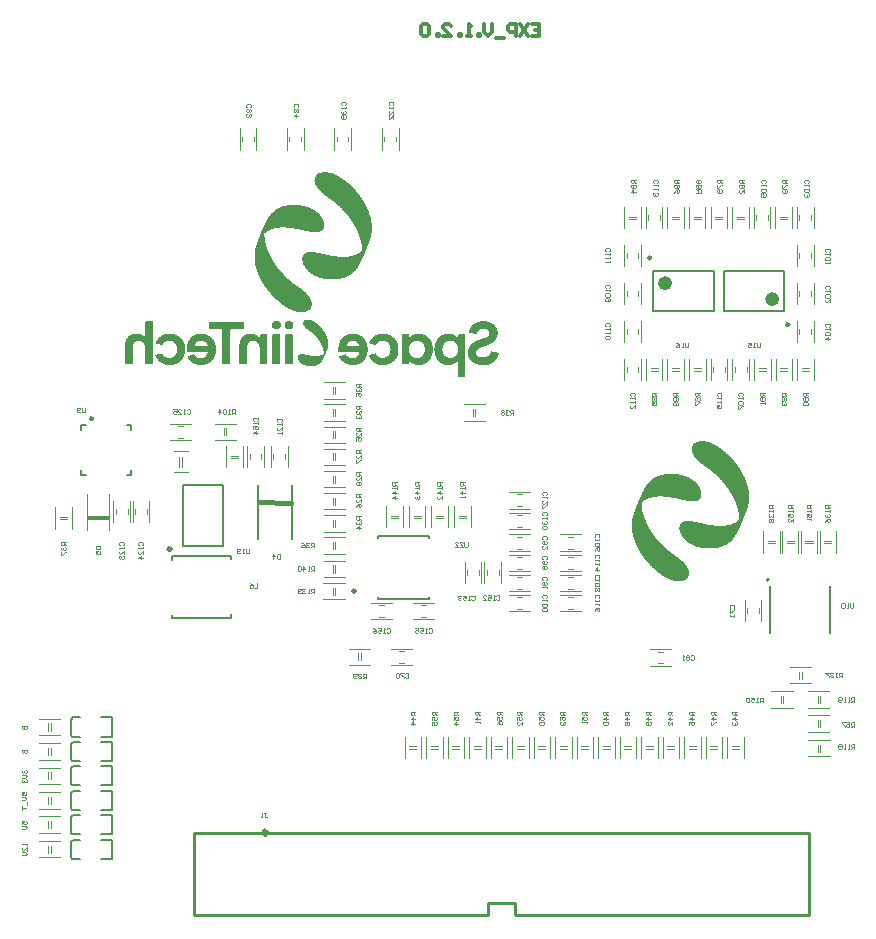
<source format=gbr>
G04*
G04 #@! TF.GenerationSoftware,Altium Limited,Altium Designer,24.1.2 (44)*
G04*
G04 Layer_Color=32896*
%FSLAX44Y44*%
%MOMM*%
G71*
G04*
G04 #@! TF.SameCoordinates,B91C3D85-37F7-440E-B7CA-D4A3DDB4B262*
G04*
G04*
G04 #@! TF.FilePolarity,Positive*
G04*
G01*
G75*
%ADD10C,0.2000*%
%ADD11C,0.2540*%
%ADD12C,0.3810*%
%ADD15C,0.2500*%
%ADD16C,0.6000*%
%ADD17C,0.1270*%
%ADD18C,0.1000*%
%ADD19C,0.1524*%
%ADD20C,0.1250*%
%ADD21C,0.1200*%
%ADD177C,0.3000*%
%ADD178C,0.1500*%
%ADD179R,1.8660X0.4572*%
G36*
X251860Y628330D02*
X252002Y628295D01*
X252251Y628188D01*
X252819Y628224D01*
X252961Y628188D01*
X253156Y628135D01*
X254345Y628082D01*
X254700Y628046D01*
X254949Y627940D01*
X255126Y627869D01*
X255375Y627798D01*
X255481Y627762D01*
X255943Y627727D01*
X256298Y627691D01*
X256582Y627620D01*
X256973Y627443D01*
X257647Y627407D01*
X257896Y627372D01*
X258144Y627265D01*
X258268Y627177D01*
X258446Y627106D01*
X258961Y627052D01*
X259103Y627017D01*
X259280Y626946D01*
X259529Y626768D01*
X259955Y626733D01*
X260239Y626662D01*
X260292Y626609D01*
X260576Y626431D01*
X261197Y626342D01*
X261339Y626200D01*
X261410Y626165D01*
X261463Y626112D01*
X261978Y626023D01*
X262156Y625952D01*
X262351Y625757D01*
X262582Y625703D01*
X262830Y625668D01*
X263079Y625419D01*
X263327Y625384D01*
X263611Y625313D01*
X263753Y625171D01*
X263878Y625082D01*
X264108Y625029D01*
X264304Y624940D01*
X264392Y624816D01*
X264463Y624780D01*
X264517Y624727D01*
X264747Y624674D01*
X264889Y624638D01*
X265067Y624461D01*
X265244Y624354D01*
X265493Y624283D01*
X265635Y624141D01*
X265883Y623999D01*
X266061Y623928D01*
X266167Y623822D01*
X266558Y623609D01*
X266629Y623573D01*
X266647Y623520D01*
X266735Y623431D01*
X267126Y623218D01*
X267179Y623165D01*
X267374Y623005D01*
X267516Y622970D01*
X267676Y622810D01*
X267871Y622650D01*
X267943Y622615D01*
X268102Y622455D01*
X268138Y622384D01*
X268369Y622260D01*
X268582Y622047D01*
X268653Y622011D01*
X268901Y621763D01*
X269292Y621550D01*
X269345Y621496D01*
X269380Y621425D01*
X269735Y621070D01*
X269771Y620999D01*
X269824Y620982D01*
X270055Y620751D01*
X270144Y620626D01*
X270215Y620591D01*
X270410Y620396D01*
X270445Y620325D01*
X270499Y620271D01*
X270570Y620236D01*
X270729Y620076D01*
X270871Y619828D01*
X270907Y619757D01*
X270978Y619686D01*
X271155Y619437D01*
X271191Y619366D01*
X271244Y619313D01*
X271315Y619277D01*
X271475Y619082D01*
X271511Y619011D01*
X271723Y618798D01*
X271901Y618479D01*
X272061Y618319D01*
X272185Y617982D01*
X272309Y617857D01*
X272380Y617822D01*
X272469Y617698D01*
X272540Y617378D01*
X272664Y617254D01*
X272824Y617059D01*
X272860Y616846D01*
X272931Y616668D01*
X273108Y616491D01*
X273161Y616366D01*
X273215Y616135D01*
X273286Y615958D01*
X273339Y615905D01*
X273499Y615709D01*
X273534Y615354D01*
X273570Y615213D01*
X273658Y615124D01*
X273818Y614929D01*
X273889Y614431D01*
X273925Y614289D01*
X274173Y613757D01*
X274209Y613189D01*
X274244Y612940D01*
X274368Y612639D01*
X274404Y612497D01*
X274439Y612213D01*
X274475Y612071D01*
X274510Y611893D01*
X274493Y611023D01*
X274528Y610775D01*
X274493Y610668D01*
X274510Y610544D01*
X274493Y610278D01*
X274457Y610029D01*
X274351Y609781D01*
X274280Y609603D01*
X274244Y609497D01*
X274209Y609035D01*
X274173Y608893D01*
X274120Y608698D01*
X273960Y608503D01*
X273889Y608325D01*
X273854Y608183D01*
X273818Y608077D01*
X273783Y608006D01*
X273676Y607935D01*
X273552Y607739D01*
X273499Y607509D01*
X273215Y607225D01*
X273179Y607154D01*
X272984Y606958D01*
X272913Y606923D01*
X272771Y606710D01*
X272522Y606568D01*
X272451Y606532D01*
X272345Y606426D01*
X272096Y606284D01*
X271919Y606213D01*
X271777Y606071D01*
X271653Y605982D01*
X271422Y605929D01*
X271173Y605893D01*
X271084Y605804D01*
X270871Y605662D01*
X270605Y605609D01*
X270250Y605574D01*
X270108Y605538D01*
X269718Y605361D01*
X269469Y605325D01*
X269363Y605290D01*
X267907Y605254D01*
X267801Y605219D01*
X265883Y605254D01*
X264783Y605290D01*
X264428Y605325D01*
X264250Y605396D01*
X264108Y605432D01*
X263860Y605467D01*
X263611Y605538D01*
X263505Y605574D01*
X262156Y605645D01*
X261872Y605716D01*
X261552Y605858D01*
X261446Y605893D01*
X260682Y605947D01*
X260168Y606000D01*
X260026Y606035D01*
X259617Y606195D01*
X259475Y606231D01*
X259032Y606284D01*
X258570Y606319D01*
X258091Y606515D01*
X257807Y606586D01*
X256901Y606674D01*
X256724Y606745D01*
X256475Y606887D01*
X256191Y606958D01*
X255623Y606994D01*
X255339Y607065D01*
X254878Y607278D01*
X254345Y607313D01*
X253919Y607384D01*
X253689Y607509D01*
X253511Y607580D01*
X253333Y607615D01*
X252570Y607668D01*
X252339Y607757D01*
X252162Y607828D01*
X251931Y607917D01*
X251825Y607952D01*
X251115Y607988D01*
X250866Y608023D01*
X250724Y608059D01*
X250529Y608148D01*
X250245Y608254D01*
X250067Y608290D01*
X249606Y608325D01*
X249180Y608361D01*
X248736Y608414D01*
X248594Y608449D01*
X248221Y608609D01*
X248044Y608645D01*
X246748Y608698D01*
X246428Y608840D01*
X246180Y608804D01*
X245789Y608982D01*
X244369Y609017D01*
X244263Y609053D01*
X243855Y609035D01*
X243659Y609053D01*
X243500Y609106D01*
X243322Y609177D01*
X242594Y609159D01*
X242452Y609195D01*
X242150Y609284D01*
X241937Y609319D01*
X238228Y609301D01*
X238121Y609337D01*
X237801Y609301D01*
X237571Y609213D01*
X237429Y609177D01*
X236754Y609142D01*
X236559Y609088D01*
X236452Y609053D01*
X235352Y609017D01*
X234890Y608982D01*
X234748Y608946D01*
X234340Y608822D01*
X233914Y608716D01*
X233399Y608662D01*
X232938Y608627D01*
X232405Y608378D01*
X232086Y608343D01*
X231731Y608307D01*
X231589Y608272D01*
X231287Y608112D01*
X231109Y608041D01*
X230808Y607988D01*
X230559Y607952D01*
X230310Y607846D01*
X230222Y607757D01*
X230044Y607686D01*
X229671Y607633D01*
X229494Y607562D01*
X229423Y607491D01*
X229228Y607367D01*
X228855Y607278D01*
X228677Y607207D01*
X228606Y607136D01*
X228411Y607012D01*
X228109Y606958D01*
X227914Y606870D01*
X227879Y606799D01*
X227754Y606674D01*
X227435Y606603D01*
X227293Y606568D01*
X227080Y606355D01*
X226689Y606213D01*
X226547Y606071D01*
X226299Y605929D01*
X226157Y605893D01*
X226104Y605840D01*
X226015Y605716D01*
X225891Y605627D01*
X225624Y605574D01*
X225376Y605325D01*
X225198Y605219D01*
X225021Y605041D01*
X224843Y604935D01*
X224666Y604864D01*
X224559Y604757D01*
X224311Y604580D01*
X224240Y604544D01*
X224151Y604455D01*
X224116Y604384D01*
X223956Y604260D01*
X223885Y604225D01*
X223760Y604065D01*
X223796Y601686D01*
X223831Y601544D01*
X223902Y601367D01*
X223938Y601083D01*
X223973Y600728D01*
X224044Y600479D01*
X224080Y600373D01*
X224116Y599166D01*
X224151Y598917D01*
X224240Y598722D01*
X224311Y598544D01*
X224346Y598402D01*
X224400Y597959D01*
X224435Y597817D01*
X224471Y597248D01*
X224506Y597000D01*
X224755Y596468D01*
X224790Y595864D01*
X224825Y595615D01*
X224967Y595296D01*
X225092Y595030D01*
X225145Y594444D01*
X225180Y594302D01*
X225252Y594124D01*
X225287Y594053D01*
X225358Y593982D01*
X225411Y593858D01*
X225464Y593521D01*
X225500Y593272D01*
X225606Y593024D01*
X225642Y592953D01*
X225695Y592900D01*
X225766Y592722D01*
X225819Y592349D01*
X225855Y592207D01*
X225926Y592030D01*
X226104Y591710D01*
X226139Y591568D01*
X226175Y591213D01*
X226246Y591036D01*
X226388Y590823D01*
X226441Y590698D01*
X226494Y590432D01*
X226530Y590290D01*
X226618Y590095D01*
X226778Y589900D01*
X226814Y589687D01*
X226849Y589438D01*
X226885Y589296D01*
X227027Y589154D01*
X227133Y588977D01*
X227169Y588835D01*
X227204Y588586D01*
X227275Y588409D01*
X227382Y588302D01*
X227488Y588125D01*
X227595Y587699D01*
X227701Y587592D01*
X227737Y587521D01*
X227808Y587450D01*
X227843Y587237D01*
X227914Y586953D01*
X227967Y586900D01*
X228145Y586687D01*
X228198Y586385D01*
X228234Y586243D01*
X228482Y585994D01*
X228518Y585781D01*
X228589Y585533D01*
X228820Y585302D01*
X228873Y585036D01*
X228908Y584894D01*
X229139Y584663D01*
X229192Y584468D01*
X229263Y584219D01*
X229352Y584131D01*
X229423Y584095D01*
X229512Y584006D01*
X229583Y583687D01*
X229618Y583580D01*
X229654Y583509D01*
X229760Y583438D01*
X229902Y583190D01*
X229973Y582941D01*
X230168Y582746D01*
X230293Y582409D01*
X230364Y582338D01*
X230399Y582267D01*
X230488Y582178D01*
X230577Y581947D01*
X230648Y581770D01*
X230790Y581628D01*
X230896Y581450D01*
X230967Y581202D01*
X231145Y581024D01*
X231358Y580634D01*
X231500Y580492D01*
X231642Y580137D01*
X231695Y580083D01*
X231819Y579995D01*
X231908Y579870D01*
X231961Y579675D01*
X231997Y579533D01*
X232174Y579356D01*
X232316Y579107D01*
X232583Y578841D01*
X232636Y578646D01*
X232707Y578468D01*
X232760Y578415D01*
X232831Y578379D01*
X233044Y578024D01*
X233168Y577935D01*
X233381Y577545D01*
X233488Y577439D01*
X233666Y577119D01*
X233914Y576870D01*
X234056Y576622D01*
X234251Y576427D01*
X234375Y576089D01*
X234517Y575983D01*
X234695Y575734D01*
X234730Y575663D01*
X234784Y575646D01*
X234837Y575592D01*
X235086Y575273D01*
X235121Y575202D01*
X235192Y575166D01*
X235405Y574776D01*
X235441Y574705D01*
X235529Y574652D01*
X235689Y574456D01*
X235725Y574385D01*
X235955Y574155D01*
X236097Y573941D01*
X236222Y573853D01*
X236399Y573604D01*
X236435Y573533D01*
X236612Y573356D01*
X236754Y573107D01*
X236932Y572930D01*
X237038Y572752D01*
X237358Y572433D01*
X237393Y572362D01*
X237588Y572166D01*
X237659Y572131D01*
X237713Y572042D01*
X237748Y571971D01*
X238032Y571687D01*
X238068Y571616D01*
X238228Y571456D01*
X238298Y571421D01*
X238458Y571119D01*
X238618Y570959D01*
X238778Y570764D01*
X238867Y570640D01*
X238937Y570604D01*
X239133Y570409D01*
X239221Y570285D01*
X239293Y570249D01*
X239452Y569983D01*
X239576Y569859D01*
X239648Y569823D01*
X239736Y569735D01*
X239772Y569664D01*
X239896Y569539D01*
X239967Y569504D01*
X240091Y569380D01*
X240127Y569309D01*
X240251Y569184D01*
X240322Y569149D01*
X240446Y569025D01*
X240482Y568954D01*
X240606Y568829D01*
X240677Y568794D01*
X240766Y568705D01*
X240801Y568634D01*
X240926Y568510D01*
X240997Y568474D01*
X241121Y568350D01*
X241156Y568279D01*
X241281Y568155D01*
X241352Y568119D01*
X241476Y567995D01*
X241511Y567924D01*
X241600Y567835D01*
X241671Y567800D01*
X241795Y567676D01*
X241831Y567604D01*
X241955Y567480D01*
X242026Y567445D01*
X242150Y567321D01*
X242186Y567249D01*
X242310Y567125D01*
X242381Y567090D01*
X242470Y567001D01*
X242505Y566930D01*
X242630Y566806D01*
X242701Y566770D01*
X242825Y566646D01*
X242860Y566575D01*
X242949Y566486D01*
X243251Y566291D01*
X243286Y566220D01*
X243340Y566202D01*
X243606Y565936D01*
X243641Y565865D01*
X243695Y565847D01*
X243925Y565616D01*
X243961Y565545D01*
X244067Y565474D01*
X244422Y565297D01*
X244458Y565226D01*
X244689Y564995D01*
X244760Y564960D01*
X244849Y564835D01*
X245133Y564658D01*
X245168Y564587D01*
X245363Y564392D01*
X245434Y564356D01*
X245594Y564196D01*
X245630Y564125D01*
X245683Y564108D01*
X245754Y564036D01*
X245825Y564001D01*
X246038Y563788D01*
X246215Y563681D01*
X246304Y563593D01*
X246499Y563433D01*
X246748Y563291D01*
X246925Y563114D01*
X247103Y563007D01*
X247263Y562847D01*
X247298Y562776D01*
X247422Y562687D01*
X247493Y562652D01*
X247778Y562368D01*
X247848Y562332D01*
X248026Y562261D01*
X248168Y562119D01*
X248239Y562084D01*
X248310Y562013D01*
X248452Y561977D01*
X248701Y561729D01*
X248878Y561622D01*
X249056Y561409D01*
X249233Y561303D01*
X249411Y561232D01*
X249553Y561090D01*
X249872Y560912D01*
X249925Y560859D01*
X250014Y560735D01*
X250263Y560593D01*
X250511Y560344D01*
X250635Y560291D01*
X250866Y560238D01*
X251008Y560060D01*
X251328Y559883D01*
X251416Y559794D01*
X251452Y559723D01*
X251825Y559528D01*
X251896Y559492D01*
X252002Y559386D01*
X252251Y559244D01*
X252411Y559084D01*
X252446Y559013D01*
X252677Y558889D01*
X252854Y558818D01*
X252961Y558711D01*
X253280Y558534D01*
X253333Y558480D01*
X253369Y558410D01*
X253458Y558321D01*
X253706Y558179D01*
X253884Y558001D01*
X254203Y557824D01*
X254274Y557788D01*
X254416Y557646D01*
X254594Y557540D01*
X254842Y557291D01*
X255020Y557185D01*
X255109Y557096D01*
X255197Y556972D01*
X255517Y556794D01*
X255694Y556617D01*
X255943Y556475D01*
X256014Y556439D01*
X256032Y556386D01*
X256227Y556226D01*
X256298Y556191D01*
X256493Y555995D01*
X256529Y555924D01*
X256617Y555871D01*
X256688Y555836D01*
X256848Y555676D01*
X256884Y555605D01*
X257008Y555516D01*
X257079Y555481D01*
X257327Y555232D01*
X257398Y555197D01*
X257647Y554948D01*
X257966Y554771D01*
X258215Y554522D01*
X258393Y554416D01*
X258463Y554344D01*
X258535Y554309D01*
X258659Y554185D01*
X258801Y553936D01*
X258961Y553777D01*
X259032Y553741D01*
X259156Y553617D01*
X259191Y553546D01*
X259245Y553493D01*
X259316Y553457D01*
X259511Y553262D01*
X259546Y553191D01*
X259600Y553138D01*
X259671Y553102D01*
X259866Y552907D01*
X259901Y552836D01*
X259955Y552782D01*
X260026Y552747D01*
X260150Y552623D01*
X260185Y552552D01*
X260434Y552303D01*
X260700Y551859D01*
X260771Y551824D01*
X260931Y551593D01*
X260966Y551522D01*
X261091Y551433D01*
X261250Y551238D01*
X261286Y551167D01*
X261375Y551078D01*
X261446Y551043D01*
X261499Y550990D01*
X261641Y550741D01*
X261783Y550599D01*
X261996Y550209D01*
X262049Y550155D01*
X262209Y549960D01*
X262244Y549889D01*
X262351Y549641D01*
X262458Y549534D01*
X262600Y549286D01*
X262670Y549108D01*
X262759Y549019D01*
X262830Y548984D01*
X262901Y548842D01*
X262955Y548540D01*
X262990Y548398D01*
X263185Y548203D01*
X263309Y547865D01*
X263381Y547688D01*
X263505Y547564D01*
X263576Y547386D01*
X263629Y546978D01*
X263664Y546836D01*
X263718Y546676D01*
X263860Y546463D01*
X263931Y546286D01*
X263966Y546108D01*
X264020Y544670D01*
X263984Y543144D01*
X263949Y542895D01*
X263860Y542664D01*
X263682Y542380D01*
X263594Y541866D01*
X263558Y541724D01*
X263363Y541528D01*
X263203Y541085D01*
X263061Y540943D01*
X262883Y540623D01*
X262600Y540339D01*
X262564Y540268D01*
X261872Y539576D01*
X261801Y539540D01*
X261517Y539256D01*
X261268Y539114D01*
X261108Y538919D01*
X260931Y538848D01*
X260736Y538795D01*
X260452Y538511D01*
X260239Y538475D01*
X259990Y538440D01*
X259830Y538351D01*
X259546Y538173D01*
X259333Y538138D01*
X259103Y538085D01*
X258712Y537907D01*
X258535Y537872D01*
X258428Y537836D01*
X255943Y537801D01*
X252073Y537836D01*
X251612Y537872D01*
X251470Y537907D01*
X251239Y537996D01*
X251044Y538049D01*
X250937Y538085D01*
X250440Y538120D01*
X250298Y538156D01*
X250050Y538191D01*
X249659Y538440D01*
X249375Y538475D01*
X248878Y538546D01*
X248612Y538706D01*
X248434Y538777D01*
X248097Y538830D01*
X247920Y538901D01*
X247600Y539150D01*
X247245Y539185D01*
X246996Y539256D01*
X246925Y539327D01*
X246730Y539451D01*
X246499Y539540D01*
X246322Y539611D01*
X246215Y539718D01*
X246020Y539842D01*
X245825Y539895D01*
X245647Y539966D01*
X245594Y540019D01*
X245399Y540179D01*
X245257Y540215D01*
X245008Y540286D01*
X244849Y540446D01*
X244618Y540534D01*
X244369Y540570D01*
X244139Y540801D01*
X243961Y540872D01*
X243766Y540925D01*
X243624Y541067D01*
X243500Y541156D01*
X243269Y541244D01*
X243091Y541315D01*
X243020Y541386D01*
X242949Y541422D01*
X242896Y541475D01*
X242665Y541564D01*
X242576Y541653D01*
X242488Y541777D01*
X242168Y541954D01*
X242097Y541990D01*
X241991Y542096D01*
X241813Y542203D01*
X241636Y542274D01*
X241458Y542451D01*
X241334Y542540D01*
X241103Y542629D01*
X240997Y542735D01*
X240606Y542948D01*
X240446Y543108D01*
X240411Y543179D01*
X240145Y543303D01*
X240002Y543445D01*
X239612Y543658D01*
X239488Y543783D01*
X239452Y543854D01*
X239221Y543978D01*
X239133Y544067D01*
X239097Y544138D01*
X239044Y544191D01*
X238742Y544386D01*
X238547Y544546D01*
X238405Y544581D01*
X238387Y544599D01*
X238192Y544688D01*
X238139Y544777D01*
X237943Y544936D01*
X237872Y544972D01*
X237784Y545061D01*
X237748Y545132D01*
X237659Y545220D01*
X237411Y545363D01*
X237304Y545469D01*
X237056Y545647D01*
X236985Y545682D01*
X236807Y545860D01*
X236559Y546002D01*
X236435Y546126D01*
X236399Y546197D01*
X236328Y546268D01*
X236115Y546410D01*
X236080Y546481D01*
X235920Y546641D01*
X235849Y546676D01*
X235529Y546996D01*
X235458Y547031D01*
X235370Y547120D01*
X235334Y547191D01*
X235281Y547244D01*
X235032Y547386D01*
X234961Y547422D01*
X234642Y547741D01*
X234571Y547777D01*
X234464Y547883D01*
X234145Y548061D01*
X234021Y548185D01*
X233985Y548256D01*
X233932Y548309D01*
X233861Y548345D01*
X233666Y548540D01*
X233630Y548611D01*
X233577Y548664D01*
X233506Y548700D01*
X233186Y549019D01*
X233115Y549055D01*
X233026Y549143D01*
X232938Y549268D01*
X232867Y549303D01*
X232796Y549374D01*
X232725Y549410D01*
X232707Y549463D01*
X232441Y549729D01*
X232370Y549765D01*
X232352Y549818D01*
X232245Y549925D01*
X232210Y549995D01*
X232157Y550013D01*
X231411Y550759D01*
X231340Y550794D01*
X231322Y550848D01*
X231251Y550919D01*
X231216Y550990D01*
X231163Y551007D01*
X231092Y551078D01*
X231021Y551114D01*
X230932Y551238D01*
X230896Y551309D01*
X230808Y551398D01*
X230737Y551433D01*
X230683Y551487D01*
X230648Y551558D01*
X230577Y551629D01*
X230541Y551700D01*
X230488Y551717D01*
X230257Y551948D01*
X230222Y552019D01*
X230168Y552072D01*
X230098Y552108D01*
X229938Y552268D01*
X229902Y552339D01*
X229778Y552463D01*
X229707Y552498D01*
X229654Y552552D01*
X229512Y552800D01*
X229476Y552871D01*
X229370Y552978D01*
X229334Y553049D01*
X229263Y553120D01*
X229228Y553191D01*
X229104Y553315D01*
X228926Y553528D01*
X228784Y553741D01*
X228713Y553777D01*
X228660Y553830D01*
X228624Y553901D01*
X228553Y553972D01*
X228518Y554043D01*
X228464Y554096D01*
X228393Y554132D01*
X228269Y554256D01*
X228234Y554327D01*
X227950Y554611D01*
X227914Y554682D01*
X227719Y554877D01*
X227648Y554913D01*
X227630Y554966D01*
X227453Y555214D01*
X227417Y555285D01*
X227275Y555427D01*
X227133Y555676D01*
X226956Y555853D01*
X226849Y556031D01*
X226725Y556155D01*
X226601Y556244D01*
X226494Y556421D01*
X226370Y556546D01*
X226210Y556741D01*
X226068Y557096D01*
X225961Y557202D01*
X225855Y557380D01*
X225624Y557611D01*
X225464Y557806D01*
X225429Y557877D01*
X225252Y558055D01*
X225145Y558232D01*
X225074Y558410D01*
X224932Y558551D01*
X224790Y558800D01*
X224541Y559049D01*
X224435Y559226D01*
X224364Y559403D01*
X224293Y559474D01*
X224080Y559865D01*
X223902Y560043D01*
X223867Y560114D01*
X223814Y560167D01*
X223725Y560398D01*
X223583Y560540D01*
X223405Y560859D01*
X223121Y561143D01*
X223086Y561321D01*
X223015Y561498D01*
X222979Y561569D01*
X222926Y561587D01*
X222802Y561747D01*
X222660Y562102D01*
X222553Y562208D01*
X222447Y562386D01*
X222376Y562563D01*
X222198Y562741D01*
X222110Y562865D01*
X222056Y563096D01*
X222021Y563238D01*
X221843Y563415D01*
X221630Y563806D01*
X221595Y563877D01*
X221453Y564019D01*
X221417Y564161D01*
X221311Y564409D01*
X221133Y564587D01*
X221027Y564871D01*
X220956Y565048D01*
X220920Y565119D01*
X220778Y565261D01*
X220672Y565687D01*
X220583Y565776D01*
X220406Y565989D01*
X220352Y566255D01*
X220281Y566433D01*
X220175Y566539D01*
X220086Y566664D01*
X220033Y566894D01*
X219997Y567036D01*
X219873Y567161D01*
X219713Y567356D01*
X219678Y567569D01*
X219607Y567817D01*
X219394Y568137D01*
X219323Y568456D01*
X219287Y568599D01*
X219110Y568776D01*
X219021Y568900D01*
X218968Y569202D01*
X218932Y569344D01*
X218719Y569664D01*
X218684Y569948D01*
X218613Y570232D01*
X218364Y570587D01*
X218258Y571013D01*
X218187Y571190D01*
X218027Y571492D01*
X217974Y571794D01*
X217938Y571936D01*
X217867Y572113D01*
X217743Y572238D01*
X217672Y572415D01*
X217619Y572823D01*
X217548Y573072D01*
X217423Y573302D01*
X217352Y573480D01*
X217299Y573782D01*
X217264Y573924D01*
X216980Y574527D01*
X216944Y575060D01*
X216909Y575202D01*
X216767Y575521D01*
X216731Y575592D01*
X216660Y575770D01*
X216625Y576267D01*
X216589Y576515D01*
X216483Y576764D01*
X216305Y577084D01*
X216269Y577616D01*
X216216Y578095D01*
X216181Y578273D01*
X216145Y578415D01*
X216021Y578752D01*
X215986Y578859D01*
X215950Y579533D01*
X215914Y579888D01*
X215826Y580190D01*
X215772Y580421D01*
X215737Y580563D01*
X215666Y580740D01*
X215630Y581237D01*
X215595Y581344D01*
X215560Y583616D01*
X215524Y583758D01*
X215488Y583864D01*
X215453Y584184D01*
X215488Y584290D01*
X215471Y585764D01*
X215506Y586367D01*
X215542Y586545D01*
X215577Y587716D01*
X215630Y589154D01*
X215719Y589349D01*
X215790Y589527D01*
X215826Y589704D01*
X215861Y589917D01*
X215932Y590379D01*
X215986Y590929D01*
X216234Y591462D01*
X216269Y591888D01*
X216305Y592136D01*
X216412Y592385D01*
X216447Y592456D01*
X216500Y592509D01*
X216571Y592687D01*
X216607Y592900D01*
X216642Y593219D01*
X216696Y593450D01*
X216873Y593734D01*
X216980Y594231D01*
X217015Y594373D01*
X217264Y594763D01*
X217335Y595367D01*
X217565Y595811D01*
X217601Y595953D01*
X217636Y596130D01*
X217690Y596361D01*
X217938Y596716D01*
X218009Y597248D01*
X218045Y597391D01*
X218116Y597462D01*
X218151Y597533D01*
X218204Y597586D01*
X218293Y597817D01*
X218329Y598065D01*
X218364Y598207D01*
X218435Y598385D01*
X218559Y598509D01*
X218630Y598686D01*
X218684Y598953D01*
X218719Y599201D01*
X218808Y599361D01*
X218968Y599556D01*
X219003Y599982D01*
X219039Y600124D01*
X219181Y600266D01*
X219323Y600515D01*
X219358Y600657D01*
X219394Y600905D01*
X219554Y601171D01*
X219642Y601402D01*
X219749Y601828D01*
X219820Y601899D01*
X219855Y601970D01*
X219909Y602024D01*
X219997Y602254D01*
X220033Y602503D01*
X220175Y602822D01*
X220299Y603018D01*
X220352Y603319D01*
X220423Y603568D01*
X220618Y603763D01*
X220707Y604136D01*
X220743Y604278D01*
X220849Y604455D01*
X220973Y604651D01*
X221027Y604846D01*
X221062Y605094D01*
X221133Y605272D01*
X221275Y605414D01*
X221329Y605538D01*
X221382Y605804D01*
X221417Y605947D01*
X221488Y606124D01*
X221595Y606231D01*
X221684Y606355D01*
X221737Y606586D01*
X221772Y606834D01*
X221985Y607047D01*
X222021Y607118D01*
X222056Y607260D01*
X222092Y607509D01*
X222181Y607668D01*
X222252Y607704D01*
X222305Y607793D01*
X222358Y607917D01*
X222411Y608219D01*
X222482Y608396D01*
X222589Y608503D01*
X222678Y608627D01*
X222766Y609000D01*
X222837Y609177D01*
X222891Y609230D01*
X223050Y609426D01*
X223086Y609603D01*
X223157Y609887D01*
X223299Y610029D01*
X223388Y610154D01*
X223441Y610420D01*
X223512Y610597D01*
X223565Y610650D01*
X223707Y610863D01*
X223760Y611094D01*
X223831Y611378D01*
X223885Y611432D01*
X224027Y611645D01*
X224116Y611875D01*
X224240Y612106D01*
X224400Y612301D01*
X224435Y612443D01*
X224506Y612692D01*
X224559Y612745D01*
X224630Y612781D01*
X224755Y612940D01*
X224790Y613118D01*
X224825Y613260D01*
X224861Y613366D01*
X224897Y613437D01*
X225039Y613579D01*
X225110Y613757D01*
X225180Y614041D01*
X225269Y614130D01*
X225447Y614343D01*
X225500Y614609D01*
X225536Y614751D01*
X225713Y614929D01*
X225784Y615106D01*
X225819Y615248D01*
X225908Y615443D01*
X225979Y615479D01*
X226139Y615639D01*
X226175Y615923D01*
X226246Y616100D01*
X226299Y616118D01*
X226352Y616171D01*
X226441Y616295D01*
X226530Y616668D01*
X226689Y616828D01*
X226760Y616863D01*
X226796Y616934D01*
X226867Y617112D01*
X226920Y617307D01*
X227098Y617485D01*
X227275Y617804D01*
X227311Y617875D01*
X227382Y617946D01*
X227595Y618337D01*
X227737Y618479D01*
X227914Y618798D01*
X227967Y618851D01*
X228038Y618887D01*
X228092Y618940D01*
X228269Y619260D01*
X228411Y619402D01*
X228589Y619721D01*
X228713Y619846D01*
X228784Y619881D01*
X228873Y620005D01*
X228908Y620076D01*
X229104Y620271D01*
X229174Y620307D01*
X229228Y620396D01*
X229263Y620467D01*
X229476Y620680D01*
X229512Y620751D01*
X229707Y620946D01*
X229778Y620982D01*
X229831Y621035D01*
X229867Y621106D01*
X230115Y621354D01*
X230293Y621603D01*
X230328Y621674D01*
X230452Y621798D01*
X230701Y621940D01*
X230825Y622064D01*
X230914Y622189D01*
X230985Y622224D01*
X231056Y622295D01*
X231127Y622331D01*
X231216Y622419D01*
X231251Y622490D01*
X231376Y622615D01*
X231447Y622650D01*
X231500Y622703D01*
X231589Y622828D01*
X231766Y622934D01*
X232086Y623254D01*
X232157Y623289D01*
X232405Y623538D01*
X232725Y623715D01*
X232902Y623893D01*
X232973Y623928D01*
X233239Y624088D01*
X233275Y624159D01*
X233328Y624212D01*
X233577Y624354D01*
X233736Y624443D01*
X233772Y624514D01*
X233914Y624656D01*
X234109Y624709D01*
X234287Y624780D01*
X234393Y624887D01*
X234517Y624976D01*
X234713Y625029D01*
X234890Y625100D01*
X234908Y625153D01*
X234961Y625206D01*
X235086Y625295D01*
X235423Y625419D01*
X235636Y625561D01*
X235813Y625668D01*
X235955Y625703D01*
X236204Y625739D01*
X236381Y625916D01*
X236506Y626005D01*
X236701Y626058D01*
X236932Y626147D01*
X237216Y626325D01*
X237588Y626378D01*
X237766Y626449D01*
X237943Y626626D01*
X238068Y626680D01*
X238298Y626733D01*
X238547Y626768D01*
X238724Y626839D01*
X239044Y627017D01*
X239541Y627052D01*
X239683Y627088D01*
X239860Y627194D01*
X240109Y627372D01*
X240677Y627407D01*
X240819Y627443D01*
X241068Y627478D01*
X241387Y627620D01*
X241565Y627691D01*
X242062Y627727D01*
X242417Y627762D01*
X242612Y627816D01*
X242843Y627869D01*
X243020Y627940D01*
X243216Y628029D01*
X243393Y628064D01*
X245079Y628117D01*
X245221Y628153D01*
X245399Y628224D01*
X246038Y628188D01*
X246286Y628295D01*
X247848Y628330D01*
X247955Y628366D01*
X251860Y628330D01*
D02*
G37*
G36*
X276073Y656022D02*
X276516Y656040D01*
X277066Y656022D01*
X277528Y655986D01*
X277883Y655880D01*
X278025Y655844D01*
X278380Y655738D01*
X278487Y655702D01*
X279126Y655667D01*
X279410Y655596D01*
X279658Y655489D01*
X279836Y655418D01*
X279942Y655383D01*
X280404Y655347D01*
X280546Y655312D01*
X280723Y655241D01*
X280794Y655170D01*
X281043Y655028D01*
X281753Y654957D01*
X282108Y654708D01*
X282392Y654673D01*
X282676Y654602D01*
X282871Y654407D01*
X283102Y654318D01*
X283457Y654282D01*
X283705Y654105D01*
X283883Y653998D01*
X284238Y653892D01*
X284344Y653785D01*
X284593Y653643D01*
X284841Y653608D01*
X285019Y653537D01*
X285196Y653359D01*
X285551Y653217D01*
X285658Y653111D01*
X285729Y653075D01*
X285782Y653022D01*
X286013Y652933D01*
X286155Y652898D01*
X286368Y652756D01*
X286546Y652649D01*
X286723Y652578D01*
X286776Y652525D01*
X286812Y652454D01*
X286918Y652347D01*
X287096Y652277D01*
X287291Y652223D01*
X287504Y652010D01*
X287753Y651868D01*
X287859Y651762D01*
X288108Y651620D01*
X288250Y651584D01*
X288445Y651495D01*
X288480Y651424D01*
X288534Y651371D01*
X288853Y651194D01*
X288995Y651052D01*
X289119Y650963D01*
X289350Y650874D01*
X289510Y650714D01*
X289545Y650643D01*
X289812Y650484D01*
X289883Y650448D01*
X289954Y650377D01*
X290202Y650235D01*
X290380Y650164D01*
X290486Y650058D01*
X290735Y649880D01*
X290806Y649845D01*
X290895Y649756D01*
X290930Y649685D01*
X291267Y649454D01*
X291338Y649419D01*
X291356Y649365D01*
X291409Y649348D01*
X291480Y649277D01*
X291729Y649135D01*
X291800Y649099D01*
X291818Y649046D01*
X291906Y648957D01*
X292155Y648815D01*
X292279Y648655D01*
X292474Y648495D01*
X292545Y648460D01*
X292687Y648318D01*
X293078Y648105D01*
X293220Y647963D01*
X293468Y647821D01*
X293557Y647732D01*
X293593Y647661D01*
X293646Y647608D01*
X293823Y647502D01*
X293948Y647377D01*
X293983Y647306D01*
X294143Y647182D01*
X294214Y647146D01*
X294391Y646969D01*
X294640Y646791D01*
X294711Y646756D01*
X294995Y646472D01*
X295066Y646436D01*
X295208Y646294D01*
X295457Y646117D01*
X295527Y646081D01*
X295581Y646028D01*
X295616Y645957D01*
X295971Y645602D01*
X296166Y645442D01*
X296238Y645407D01*
X296291Y645354D01*
X296326Y645283D01*
X296486Y645123D01*
X296557Y645087D01*
X296610Y645034D01*
X296646Y644963D01*
X296806Y644803D01*
X296877Y644768D01*
X296965Y644679D01*
X297001Y644608D01*
X297161Y644448D01*
X297232Y644413D01*
X297516Y644129D01*
X297587Y644093D01*
X297711Y643969D01*
X297746Y643898D01*
X297835Y643809D01*
X297906Y643774D01*
X298030Y643650D01*
X298066Y643578D01*
X298155Y643490D01*
X298226Y643454D01*
X298385Y643295D01*
X298421Y643223D01*
X298510Y643135D01*
X298581Y643099D01*
X298705Y642975D01*
X298740Y642904D01*
X298829Y642815D01*
X298900Y642780D01*
X299095Y642584D01*
X299131Y642513D01*
X299344Y642300D01*
X299380Y642229D01*
X299539Y642070D01*
X299610Y642034D01*
X299699Y641945D01*
X299734Y641874D01*
X299894Y641715D01*
X299965Y641679D01*
X300019Y641626D01*
X300054Y641555D01*
X300214Y641395D01*
X300285Y641360D01*
X300338Y641306D01*
X300445Y641129D01*
X300888Y640685D01*
X300959Y640650D01*
X301012Y640596D01*
X301154Y640348D01*
X301652Y639851D01*
X301829Y639531D01*
X302113Y639247D01*
X302149Y639176D01*
X302433Y638892D01*
X302468Y638821D01*
X302539Y638750D01*
X302575Y638679D01*
X302663Y638626D01*
X302823Y638431D01*
X302859Y638360D01*
X303036Y638182D01*
X303178Y637934D01*
X303498Y637472D01*
X303533Y637401D01*
X303586Y637348D01*
X303657Y637312D01*
X303746Y637224D01*
X303853Y637046D01*
X304066Y636833D01*
X304208Y636585D01*
X304314Y636478D01*
X304350Y636407D01*
X304421Y636336D01*
X304563Y636088D01*
X304598Y636017D01*
X304652Y635999D01*
X304776Y635875D01*
X304882Y635697D01*
X305060Y635520D01*
X305184Y635324D01*
X305273Y635093D01*
X305379Y634987D01*
X305557Y634668D01*
X305646Y634579D01*
X305770Y634490D01*
X305947Y634170D01*
X305983Y634100D01*
X306089Y633993D01*
X306267Y633674D01*
X306480Y633461D01*
X306569Y633336D01*
X306622Y633141D01*
X306764Y632999D01*
X306977Y632608D01*
X307172Y632413D01*
X307261Y632182D01*
X307332Y632005D01*
X307367Y631934D01*
X307438Y631898D01*
X307651Y631508D01*
X307758Y631401D01*
X307847Y631277D01*
X307935Y631046D01*
X307971Y630904D01*
X308184Y630691D01*
X308326Y630301D01*
X308557Y630070D01*
X308645Y629839D01*
X308717Y629662D01*
X308894Y629484D01*
X309036Y629094D01*
X309142Y628987D01*
X309178Y628916D01*
X309231Y628863D01*
X309284Y628632D01*
X309356Y628455D01*
X309569Y628242D01*
X309675Y627958D01*
X309711Y627816D01*
X309870Y627656D01*
X309941Y627478D01*
X309995Y627248D01*
X310065Y627070D01*
X310243Y626893D01*
X310296Y626768D01*
X310350Y626467D01*
X310492Y626254D01*
X310616Y626058D01*
X310669Y625828D01*
X310740Y625650D01*
X310847Y625544D01*
X310971Y625348D01*
X311024Y625117D01*
X311060Y624976D01*
X311131Y624798D01*
X311308Y624549D01*
X311344Y624230D01*
X311415Y623982D01*
X311468Y623928D01*
X311645Y623644D01*
X311681Y623502D01*
X311734Y623271D01*
X311912Y623023D01*
X311983Y622845D01*
X312018Y622703D01*
X312054Y622455D01*
X312125Y622277D01*
X312196Y622206D01*
X312231Y622135D01*
X312284Y622082D01*
X312355Y621905D01*
X312409Y621567D01*
X312444Y621425D01*
X312639Y621053D01*
X312693Y620786D01*
X312764Y620360D01*
X312941Y620112D01*
X313048Y619828D01*
X313083Y619473D01*
X313119Y619331D01*
X313278Y619029D01*
X313349Y618851D01*
X313403Y618266D01*
X313545Y617946D01*
X313633Y617822D01*
X313704Y617644D01*
X313758Y617059D01*
X313793Y616810D01*
X313829Y616668D01*
X314006Y616278D01*
X314042Y616065D01*
X314077Y615603D01*
X314113Y615354D01*
X314184Y615106D01*
X314308Y614804D01*
X314361Y614574D01*
X314397Y614467D01*
X314432Y613544D01*
X314468Y613189D01*
X314503Y613082D01*
X314539Y612585D01*
X314610Y612408D01*
X314645Y611840D01*
X314681Y611733D01*
X314716Y606053D01*
X314645Y605094D01*
X314610Y604739D01*
X314521Y604438D01*
X314485Y604225D01*
X314432Y603497D01*
X314397Y603142D01*
X314361Y602893D01*
X314255Y602645D01*
X314113Y602396D01*
X314042Y601615D01*
X313882Y601242D01*
X313811Y601065D01*
X313776Y600923D01*
X313722Y600479D01*
X313580Y600160D01*
X313491Y600036D01*
X313421Y599858D01*
X313385Y599680D01*
X313332Y599237D01*
X313261Y598988D01*
X313083Y598740D01*
X313048Y598385D01*
X312977Y598136D01*
X312906Y598065D01*
X312870Y597994D01*
X312799Y597923D01*
X312710Y597692D01*
X312657Y597320D01*
X312409Y596929D01*
X312373Y596645D01*
X312338Y596503D01*
X312267Y596325D01*
X312107Y596166D01*
X312054Y595970D01*
X311983Y595474D01*
X311805Y595225D01*
X311752Y595101D01*
X311699Y594834D01*
X311628Y594550D01*
X311486Y594337D01*
X311379Y594160D01*
X311344Y594053D01*
X311308Y593698D01*
X311219Y593468D01*
X311060Y593272D01*
X311024Y593095D01*
X310989Y592846D01*
X310953Y592704D01*
X310811Y592562D01*
X310722Y592438D01*
X310634Y592065D01*
X310598Y591923D01*
X310527Y591746D01*
X310438Y591657D01*
X310367Y591479D01*
X310332Y591267D01*
X310278Y591036D01*
X310154Y590911D01*
X309995Y590716D01*
X309959Y590361D01*
X309888Y590113D01*
X309781Y590006D01*
X309639Y589758D01*
X309604Y589545D01*
X309533Y589367D01*
X309480Y589314D01*
X309338Y589101D01*
X309249Y588551D01*
X309000Y588196D01*
X308965Y587947D01*
X308894Y587663D01*
X308699Y587468D01*
X308645Y587272D01*
X308610Y587024D01*
X308539Y586847D01*
X308432Y586776D01*
X308397Y586704D01*
X308344Y586651D01*
X308273Y586261D01*
X308219Y586065D01*
X308077Y585923D01*
X308042Y585852D01*
X307989Y585799D01*
X307935Y585568D01*
X307864Y585320D01*
X307811Y585267D01*
X307669Y585054D01*
X307580Y584681D01*
X307509Y584503D01*
X307438Y584432D01*
X307314Y584237D01*
X307261Y584042D01*
X307190Y583864D01*
X307154Y583793D01*
X307012Y583651D01*
X306941Y583474D01*
X306906Y583225D01*
X306835Y583048D01*
X306728Y582941D01*
X306604Y582746D01*
X306551Y582551D01*
X306462Y582320D01*
X306285Y582036D01*
X306231Y581841D01*
X306196Y581699D01*
X306107Y581539D01*
X306036Y581503D01*
X305947Y581379D01*
X305876Y581202D01*
X305805Y580918D01*
X305646Y580758D01*
X305557Y580527D01*
X305521Y580385D01*
X305486Y580279D01*
X305450Y580208D01*
X305273Y580030D01*
X305202Y579853D01*
X305166Y579711D01*
X305113Y579551D01*
X304953Y579356D01*
X304900Y579231D01*
X304865Y579089D01*
X304811Y578894D01*
X304580Y578663D01*
X304456Y578326D01*
X304350Y578219D01*
X304172Y577900D01*
X304101Y577723D01*
X303995Y577616D01*
X303959Y577545D01*
X303906Y577492D01*
X303817Y577119D01*
X303551Y576853D01*
X303462Y576622D01*
X303373Y576427D01*
X303302Y576391D01*
X303214Y576267D01*
X303107Y575983D01*
X302965Y575770D01*
X302752Y575379D01*
X302717Y575308D01*
X302663Y575291D01*
X302575Y575202D01*
X302397Y574882D01*
X302362Y574811D01*
X302255Y574705D01*
X302113Y574456D01*
X301953Y574297D01*
X301794Y574101D01*
X301758Y574030D01*
X301510Y573782D01*
X301368Y573533D01*
X301261Y573427D01*
X301226Y573356D01*
X301172Y573302D01*
X301084Y573072D01*
X300764Y572752D01*
X300728Y572681D01*
X300675Y572628D01*
X300604Y572593D01*
X300480Y572468D01*
X300445Y572397D01*
X300161Y572113D01*
X300125Y572042D01*
X299965Y571882D01*
X299894Y571847D01*
X299806Y571758D01*
X299770Y571687D01*
X299646Y571563D01*
X299575Y571527D01*
X299326Y571279D01*
X299255Y571243D01*
X299060Y571048D01*
X299024Y570977D01*
X298865Y570853D01*
X298794Y570817D01*
X298581Y570604D01*
X298261Y570427D01*
X298155Y570320D01*
X297906Y570178D01*
X297835Y570143D01*
X297782Y570090D01*
X297746Y570019D01*
X297551Y569859D01*
X297480Y569823D01*
X297232Y569575D01*
X296912Y569397D01*
X296841Y569362D01*
X296770Y569291D01*
X296522Y569149D01*
X296362Y569060D01*
X296326Y568989D01*
X296273Y568936D01*
X296149Y568847D01*
X295812Y568723D01*
X295705Y568616D01*
X295457Y568474D01*
X295315Y568439D01*
X295137Y568368D01*
X295084Y568315D01*
X294888Y568155D01*
X294746Y568119D01*
X294498Y568013D01*
X294427Y567942D01*
X294356Y567906D01*
X294303Y567853D01*
X294107Y567800D01*
X293965Y567764D01*
X293788Y567693D01*
X293735Y567640D01*
X293539Y567480D01*
X293255Y567409D01*
X293025Y567321D01*
X292812Y567178D01*
X292439Y567090D01*
X292297Y567054D01*
X291942Y566806D01*
X291800Y566770D01*
X291445Y566735D01*
X291250Y566681D01*
X290912Y566451D01*
X290486Y566415D01*
X290238Y566380D01*
X289705Y566131D01*
X289599Y566096D01*
X289066Y566060D01*
X288640Y565989D01*
X288356Y565812D01*
X287966Y565776D01*
X287859Y565741D01*
X287113Y565705D01*
X286971Y565670D01*
X286563Y565545D01*
X286421Y565510D01*
X286084Y565457D01*
X285977Y565421D01*
X284770Y565386D01*
X284664Y565350D01*
X284114Y565368D01*
X283847Y565350D01*
X283386Y565315D01*
X283279Y565279D01*
X279072Y565297D01*
X278859Y565332D01*
X278433Y565368D01*
X277812Y565350D01*
X277670Y565386D01*
X276569Y565421D01*
X276321Y565457D01*
X275931Y565634D01*
X275575Y565670D01*
X275469Y565705D01*
X274830Y565741D01*
X274475Y565776D01*
X274191Y565847D01*
X273800Y566025D01*
X273339Y566060D01*
X273197Y566096D01*
X272948Y566131D01*
X272700Y566202D01*
X272309Y566380D01*
X271954Y566415D01*
X271706Y566451D01*
X271564Y566486D01*
X271297Y566646D01*
X271120Y566717D01*
X270676Y566770D01*
X270428Y566806D01*
X270073Y567054D01*
X269718Y567090D01*
X269434Y567161D01*
X269327Y567267D01*
X269132Y567391D01*
X268795Y567445D01*
X268653Y567480D01*
X268475Y567551D01*
X268404Y567622D01*
X268280Y567711D01*
X267871Y567800D01*
X267694Y567871D01*
X267588Y567977D01*
X267410Y568084D01*
X267197Y568119D01*
X267020Y568190D01*
X266949Y568226D01*
X266877Y568297D01*
X266629Y568439D01*
X266345Y568510D01*
X266238Y568616D01*
X265919Y568794D01*
X265777Y568829D01*
X265617Y568882D01*
X265404Y569060D01*
X265067Y569184D01*
X264978Y569273D01*
X264783Y569433D01*
X264641Y569468D01*
X264463Y569539D01*
X264286Y569717D01*
X264108Y569823D01*
X263931Y569894D01*
X263824Y570001D01*
X263700Y570090D01*
X263469Y570178D01*
X263256Y570391D01*
X262937Y570569D01*
X262795Y570711D01*
X262475Y570888D01*
X262262Y571101D01*
X262085Y571208D01*
X261801Y571492D01*
X261730Y571527D01*
X261570Y571687D01*
X261535Y571758D01*
X261446Y571811D01*
X261375Y571847D01*
X261091Y572131D01*
X261020Y572166D01*
X260895Y572291D01*
X260860Y572362D01*
X260736Y572486D01*
X260665Y572522D01*
X260576Y572610D01*
X260540Y572681D01*
X260416Y572805D01*
X260345Y572841D01*
X260221Y572965D01*
X260185Y573036D01*
X260061Y573161D01*
X259990Y573196D01*
X259901Y573285D01*
X259866Y573356D01*
X259706Y573516D01*
X259635Y573551D01*
X259617Y573604D01*
X259546Y573675D01*
X259511Y573746D01*
X259387Y573871D01*
X259316Y573906D01*
X259227Y574030D01*
X259191Y574101D01*
X259032Y574261D01*
X258872Y574456D01*
X258836Y574527D01*
X258605Y574758D01*
X258517Y574989D01*
X258446Y575166D01*
X258393Y575184D01*
X258268Y575308D01*
X258126Y575557D01*
X258091Y575628D01*
X257984Y575699D01*
X257896Y575823D01*
X257842Y576018D01*
X257807Y576160D01*
X257629Y576338D01*
X257540Y576462D01*
X257487Y576657D01*
X257416Y576835D01*
X257239Y577012D01*
X257185Y577137D01*
X257132Y577368D01*
X257061Y577545D01*
X256884Y577723D01*
X256813Y578042D01*
X256777Y578290D01*
X256706Y578362D01*
X256529Y578610D01*
X256493Y578823D01*
X256458Y579072D01*
X256422Y579214D01*
X256351Y579391D01*
X256298Y579444D01*
X256191Y579657D01*
X256138Y580066D01*
X256103Y580527D01*
X256032Y580776D01*
X255890Y581095D01*
X255854Y581734D01*
X255819Y581841D01*
X255783Y582728D01*
X255819Y582835D01*
X255854Y583651D01*
X255978Y583953D01*
X256049Y584131D01*
X256138Y584539D01*
X256174Y584787D01*
X256209Y584929D01*
X256387Y585178D01*
X256458Y585355D01*
X256529Y585639D01*
X256653Y585764D01*
X256884Y586101D01*
X256919Y586172D01*
X256973Y586190D01*
X257061Y586278D01*
X257097Y586349D01*
X257576Y586829D01*
X257647Y586864D01*
X257718Y586935D01*
X257789Y586971D01*
X257807Y587024D01*
X257896Y587113D01*
X258215Y587290D01*
X258268Y587343D01*
X258463Y587503D01*
X258676Y587539D01*
X258854Y587610D01*
X258925Y587681D01*
X259174Y587858D01*
X259600Y587894D01*
X259848Y587965D01*
X259937Y588054D01*
X260114Y588125D01*
X260292Y588160D01*
X260505Y588196D01*
X261481Y588249D01*
X261836Y588284D01*
X262014Y588355D01*
X264073Y588391D01*
X264375Y588302D01*
X264517Y588267D01*
X265990Y588213D01*
X266558Y588178D01*
X266735Y588107D01*
X267055Y588071D01*
X267197Y588036D01*
X267446Y587929D01*
X268262Y587894D01*
X268404Y587858D01*
X268866Y587823D01*
X269150Y587752D01*
X269540Y587574D01*
X270215Y587539D01*
X270570Y587503D01*
X270712Y587468D01*
X270907Y587379D01*
X271191Y587272D01*
X271404Y587237D01*
X272096Y587184D01*
X272522Y587077D01*
X272913Y586900D01*
X273481Y586864D01*
X273623Y586829D01*
X273871Y586793D01*
X274404Y586545D01*
X275007Y586509D01*
X275256Y586474D01*
X275433Y586403D01*
X275593Y586314D01*
X275771Y586243D01*
X276108Y586190D01*
X276569Y586154D01*
X276712Y586119D01*
X276960Y586048D01*
X277191Y585959D01*
X277368Y585888D01*
X277741Y585835D01*
X278203Y585799D01*
X278487Y585728D01*
X278646Y585675D01*
X278930Y585568D01*
X279232Y585515D01*
X279587Y585480D01*
X280049Y585444D01*
X280297Y585409D01*
X280759Y585196D01*
X281433Y585160D01*
X281912Y585107D01*
X282285Y585054D01*
X282427Y585018D01*
X282658Y584929D01*
X282836Y584858D01*
X283918Y584805D01*
X284167Y584770D01*
X284522Y584734D01*
X284664Y584699D01*
X284770Y584663D01*
X285090Y584628D01*
X285232Y584592D01*
X285338Y584557D01*
X285623Y584521D01*
X285729Y584486D01*
X285765Y584521D01*
X286031Y584503D01*
X287096Y584468D01*
X287966Y584415D01*
X288072Y584450D01*
X288534Y584415D01*
X288676Y584379D01*
X288871Y584326D01*
X289084Y584290D01*
X291161Y584308D01*
X291622Y584273D01*
X291764Y584308D01*
X291942Y584379D01*
X292545Y584415D01*
X292652Y584450D01*
X292723Y584415D01*
X293131Y584432D01*
X293451Y584468D01*
X294232Y584503D01*
X294711Y584557D01*
X294960Y584592D01*
X295102Y584628D01*
X295403Y584716D01*
X295616Y584752D01*
X296344Y584805D01*
X296593Y584841D01*
X296948Y584876D01*
X297125Y584947D01*
X297445Y585089D01*
X297551Y585125D01*
X298084Y585160D01*
X298368Y585231D01*
X298581Y585373D01*
X298705Y585426D01*
X298971Y585480D01*
X299326Y585515D01*
X299522Y585568D01*
X299859Y585799D01*
X300178Y585835D01*
X300427Y585870D01*
X300782Y586119D01*
X301066Y586190D01*
X301314Y586225D01*
X301403Y586314D01*
X301598Y586474D01*
X301882Y586509D01*
X302131Y586580D01*
X302273Y586722D01*
X302397Y586811D01*
X302628Y586864D01*
X302770Y586900D01*
X302912Y587042D01*
X303160Y587184D01*
X303409Y587255D01*
X303622Y587468D01*
X304012Y587610D01*
X304154Y587752D01*
X304474Y587929D01*
X304652Y588107D01*
X304829Y588213D01*
X305077Y588284D01*
X305131Y588338D01*
X305166Y588409D01*
X305219Y588462D01*
X305468Y588604D01*
X305521Y588657D01*
X305557Y588728D01*
X305646Y588817D01*
X305823Y588923D01*
X306036Y589136D01*
X306356Y589314D01*
X306427Y589349D01*
X306515Y589474D01*
X306551Y591497D01*
X306444Y591746D01*
X306409Y591959D01*
X306444Y592207D01*
X306409Y592349D01*
X306320Y592651D01*
X306285Y592864D01*
X306302Y593095D01*
X306267Y593201D01*
X306196Y594515D01*
X306160Y594657D01*
X306107Y594817D01*
X305983Y595154D01*
X305947Y595260D01*
X305912Y595864D01*
X305841Y596361D01*
X305752Y596556D01*
X305646Y596840D01*
X305610Y597018D01*
X305557Y597639D01*
X305397Y598012D01*
X305273Y598349D01*
X305237Y598491D01*
X305202Y599059D01*
X305007Y599503D01*
X304918Y599734D01*
X304882Y599876D01*
X304847Y600231D01*
X304793Y600426D01*
X304652Y600639D01*
X304580Y600816D01*
X304527Y601154D01*
X304456Y601438D01*
X304314Y601651D01*
X304226Y601881D01*
X304172Y602290D01*
X304101Y602467D01*
X304030Y602538D01*
X303888Y602787D01*
X303853Y603106D01*
X303817Y603248D01*
X303746Y603426D01*
X303711Y603497D01*
X303604Y603603D01*
X303551Y603728D01*
X303515Y603905D01*
X303462Y604136D01*
X303214Y604526D01*
X303178Y604775D01*
X303143Y604917D01*
X303072Y605094D01*
X302965Y605201D01*
X302876Y605325D01*
X302823Y605592D01*
X302752Y605840D01*
X302699Y605893D01*
X302539Y606088D01*
X302504Y606301D01*
X302433Y606586D01*
X302326Y606692D01*
X302184Y606941D01*
Y606976D01*
X302166Y607029D01*
X302113Y607260D01*
X302024Y607349D01*
X301865Y607544D01*
X301758Y607970D01*
X301616Y608112D01*
X301527Y608236D01*
X301439Y608609D01*
X301297Y608751D01*
X301172Y608946D01*
X301137Y609088D01*
X301084Y609319D01*
X300942Y609461D01*
X300853Y609585D01*
X300800Y609781D01*
X300728Y609958D01*
X300480Y610207D01*
X300445Y610420D01*
X300409Y610562D01*
X300143Y610828D01*
X300054Y611201D01*
X299823Y611432D01*
X299699Y611769D01*
X299592Y611875D01*
X299450Y612124D01*
X299380Y612301D01*
X299344Y612372D01*
X299291Y612426D01*
X299220Y612461D01*
X299149Y612568D01*
X299060Y612798D01*
X298989Y612976D01*
X298936Y612994D01*
X298882Y613047D01*
X298794Y613171D01*
X298705Y613402D01*
X298492Y613615D01*
X298350Y614005D01*
X298297Y614059D01*
X298226Y614094D01*
X298172Y614147D01*
X297995Y614467D01*
X297959Y614538D01*
X297853Y614645D01*
X297746Y614822D01*
X297675Y615000D01*
X297427Y615248D01*
X297391Y615319D01*
X297320Y615496D01*
X297214Y615603D01*
X297178Y615674D01*
X297107Y615745D01*
X297072Y615816D01*
X297001Y615993D01*
X296788Y616207D01*
X296646Y616455D01*
X296468Y616633D01*
X296326Y616881D01*
X296238Y617041D01*
X296166Y617076D01*
X296113Y617165D01*
X295971Y617414D01*
X295794Y617591D01*
X295616Y617840D01*
X295581Y617911D01*
X295474Y617982D01*
X295439Y618053D01*
X295385Y618106D01*
X295297Y618337D01*
X295084Y618550D01*
X294942Y618798D01*
X294818Y618887D01*
X294658Y619082D01*
X294622Y619153D01*
X294533Y619242D01*
X294463Y619277D01*
X294409Y619331D01*
X294267Y619579D01*
X294090Y619757D01*
X293912Y620076D01*
X293735Y620254D01*
X293628Y620431D01*
X293504Y620555D01*
X293433Y620591D01*
X293309Y620751D01*
X293273Y620822D01*
X293149Y620946D01*
X293078Y620982D01*
X293025Y621035D01*
X292883Y621283D01*
X292634Y621532D01*
X292599Y621603D01*
X292350Y621851D01*
X292208Y622100D01*
X292173Y622171D01*
X292119Y622189D01*
X291853Y622455D01*
X291818Y622526D01*
X291764Y622544D01*
X291711Y622597D01*
X291569Y622845D01*
X291516Y622899D01*
X291445Y622934D01*
X291250Y623129D01*
X291214Y623200D01*
X291161Y623254D01*
X291090Y623289D01*
X290895Y623484D01*
X290859Y623555D01*
X290611Y623804D01*
X290575Y623875D01*
X290486Y623964D01*
X290415Y623999D01*
X290256Y624159D01*
X290220Y624230D01*
X290131Y624319D01*
X290060Y624354D01*
X289900Y624514D01*
X289865Y624585D01*
X289812Y624638D01*
X289741Y624674D01*
X289581Y624833D01*
X289545Y624905D01*
X289457Y624993D01*
X289386Y625029D01*
X289226Y625188D01*
X289190Y625260D01*
X289137Y625313D01*
X289066Y625348D01*
X288906Y625508D01*
X288871Y625579D01*
X288782Y625668D01*
X288711Y625703D01*
X288551Y625863D01*
X288516Y625934D01*
X288427Y626023D01*
X288356Y626058D01*
X288196Y626218D01*
X288161Y626289D01*
X288108Y626342D01*
X288037Y626378D01*
X287877Y626538D01*
X287841Y626609D01*
X287753Y626697D01*
X287682Y626733D01*
X287522Y626893D01*
X287486Y626964D01*
X287327Y627088D01*
X287256Y627123D01*
X287167Y627212D01*
X287131Y627283D01*
X287078Y627336D01*
X287007Y627372D01*
X286812Y627567D01*
X286776Y627638D01*
X286723Y627691D01*
X286652Y627727D01*
X286457Y627922D01*
X286421Y627993D01*
X286226Y628117D01*
X286155Y628153D01*
X285907Y628401D01*
X285835Y628437D01*
X285623Y628650D01*
X285374Y628792D01*
X285303Y628863D01*
X285232Y628899D01*
X285214Y628952D01*
X285090Y629076D01*
X285019Y629112D01*
X284824Y629307D01*
X284628Y629467D01*
X284557Y629502D01*
X284469Y629591D01*
X284433Y629662D01*
X284273Y629786D01*
X284202Y629822D01*
X284114Y629910D01*
X284078Y629981D01*
X284025Y630034D01*
X283847Y630141D01*
X283634Y630354D01*
X283457Y630461D01*
X283279Y630532D01*
X283102Y630709D01*
X282924Y630816D01*
X282640Y631100D01*
X282463Y631206D01*
X282409Y631259D01*
X282374Y631330D01*
X282321Y631384D01*
X282001Y631561D01*
X281859Y631703D01*
X281788Y631739D01*
X281717Y631810D01*
X281575Y631845D01*
X281327Y632094D01*
X281149Y632200D01*
X280936Y632413D01*
X280617Y632591D01*
X280475Y632733D01*
X280297Y632839D01*
X280120Y632910D01*
X280066Y632963D01*
X280031Y633034D01*
X279889Y633176D01*
X279658Y633265D01*
X279552Y633372D01*
X279356Y633496D01*
X279126Y633585D01*
X279072Y633638D01*
X279037Y633709D01*
X278948Y633798D01*
X278700Y633940D01*
X278522Y634117D01*
X278345Y634224D01*
X278096Y634295D01*
X278043Y634348D01*
X278007Y634419D01*
X277954Y634472D01*
X277705Y634614D01*
X277581Y634739D01*
X277546Y634810D01*
X277244Y634969D01*
X277173Y635005D01*
X277066Y635111D01*
X276747Y635289D01*
X276534Y635502D01*
X276357Y635608D01*
X276143Y635821D01*
X275824Y635999D01*
X275753Y636034D01*
X275646Y636141D01*
X275398Y636318D01*
X275327Y636354D01*
X275274Y636443D01*
X275078Y636602D01*
X275007Y636638D01*
X274883Y636762D01*
X274848Y636833D01*
X274617Y636993D01*
X274546Y637028D01*
X274493Y637082D01*
X274457Y637153D01*
X274404Y637170D01*
X274351Y637224D01*
X273996Y637401D01*
X273960Y637472D01*
X273765Y637632D01*
X273694Y637667D01*
X273570Y637792D01*
X273534Y637863D01*
X273374Y637987D01*
X273303Y638022D01*
X273055Y638271D01*
X272984Y638307D01*
X272860Y638431D01*
X272824Y638502D01*
X272735Y638591D01*
X272558Y638697D01*
X272345Y638910D01*
X272274Y638946D01*
X272150Y639070D01*
X272114Y639141D01*
X271990Y639265D01*
X271919Y639300D01*
X271794Y639425D01*
X271759Y639496D01*
X271670Y639585D01*
X271599Y639620D01*
X271439Y639780D01*
X271404Y639851D01*
X271315Y639940D01*
X271244Y639975D01*
X271120Y640099D01*
X271084Y640170D01*
X270996Y640259D01*
X270925Y640295D01*
X270836Y640383D01*
X270800Y640454D01*
X270605Y640650D01*
X270445Y640845D01*
X270410Y640916D01*
X269842Y641484D01*
X269806Y641555D01*
X269487Y641874D01*
X269451Y641945D01*
X269363Y642034D01*
X269292Y642070D01*
X269203Y642158D01*
X269096Y642336D01*
X269025Y642407D01*
X268990Y642478D01*
X268937Y642496D01*
X268883Y642549D01*
X268741Y642797D01*
X268670Y642868D01*
X268635Y642940D01*
X268564Y643010D01*
X268386Y643330D01*
X268333Y643383D01*
X268262Y643419D01*
X268173Y643508D01*
X267960Y643898D01*
X267925Y643969D01*
X267836Y644058D01*
X267747Y644289D01*
X267676Y644466D01*
X267534Y644608D01*
X267428Y644786D01*
X267357Y645034D01*
X267108Y645283D01*
X267073Y645602D01*
X267002Y645851D01*
X266913Y645939D01*
X266771Y646152D01*
X266718Y646419D01*
X266647Y646703D01*
X266611Y646809D01*
X266451Y647111D01*
X266416Y647253D01*
X266380Y647821D01*
X266327Y648371D01*
X266221Y648620D01*
X266185Y649401D01*
X266292Y649649D01*
X266327Y650040D01*
X266363Y650146D01*
X266398Y650714D01*
X266434Y650963D01*
X266540Y651211D01*
X266593Y651265D01*
X266665Y651442D01*
X266718Y651815D01*
X266789Y651992D01*
X266860Y652064D01*
X266895Y652134D01*
X266966Y652206D01*
X267108Y652561D01*
X267286Y652738D01*
X267392Y652915D01*
X267463Y653093D01*
X267588Y653217D01*
X267747Y653412D01*
X267783Y653484D01*
X267871Y653572D01*
X267943Y653608D01*
X268102Y653768D01*
X268138Y653839D01*
X268191Y653892D01*
X268262Y653927D01*
X268333Y653998D01*
X268404Y654034D01*
X268422Y654087D01*
X268546Y654211D01*
X268866Y654389D01*
X268937Y654424D01*
X269008Y654531D01*
X269327Y654708D01*
X269398Y654744D01*
X269451Y654797D01*
X269487Y654868D01*
X269611Y654957D01*
X269824Y654992D01*
X270108Y655063D01*
X270179Y655134D01*
X270250Y655170D01*
X270321Y655241D01*
X270570Y655383D01*
X270783Y655418D01*
X270925Y655454D01*
X271031Y655489D01*
X271102Y655525D01*
X271155Y655578D01*
X271333Y655649D01*
X271883Y655702D01*
X272025Y655738D01*
X272487Y655951D01*
X272771Y655986D01*
X272877Y656022D01*
X275966Y656057D01*
X276073Y656022D01*
D02*
G37*
G36*
X260824Y531286D02*
X261250Y531251D01*
X261659Y531197D01*
X261907Y531162D01*
X262298Y530984D01*
X262866Y530949D01*
X263114Y530878D01*
X263345Y530754D01*
X263523Y530682D01*
X263664Y530647D01*
X263966Y530594D01*
X264144Y530523D01*
X264215Y530452D01*
X264410Y530327D01*
X264641Y530274D01*
X264818Y530203D01*
X264889Y530132D01*
X264960Y530097D01*
X265031Y530026D01*
X265315Y529919D01*
X265493Y529848D01*
X265582Y529759D01*
X265777Y529600D01*
X265919Y529564D01*
X265990Y529493D01*
X266061Y529458D01*
X266132Y529387D01*
X266309Y529280D01*
X266487Y529209D01*
X266665Y529032D01*
X266735Y528996D01*
X266807Y528925D01*
X266949Y528890D01*
X267073Y528765D01*
X267410Y528535D01*
X267481Y528499D01*
X267623Y528357D01*
X267871Y528215D01*
X268085Y528002D01*
X268333Y527860D01*
X268546Y527647D01*
X268617Y527612D01*
X268812Y527416D01*
X269008Y527257D01*
X269079Y527221D01*
X269185Y527115D01*
X269505Y526866D01*
X269576Y526830D01*
X269895Y526511D01*
X269966Y526475D01*
X270019Y526422D01*
X270055Y526351D01*
X270215Y526191D01*
X270286Y526156D01*
X270374Y526067D01*
X270410Y525996D01*
X270570Y525836D01*
X270641Y525801D01*
X270694Y525748D01*
X270729Y525677D01*
X270925Y525481D01*
X270996Y525446D01*
X271049Y525393D01*
X271084Y525322D01*
X271244Y525162D01*
X271315Y525126D01*
X271369Y525073D01*
X271404Y525002D01*
X271617Y524789D01*
X271866Y524470D01*
X271901Y524399D01*
X272185Y524115D01*
X272220Y524044D01*
X272345Y523919D01*
X272505Y523724D01*
X272540Y523653D01*
X272717Y523476D01*
X272824Y523298D01*
X273073Y523050D01*
X273215Y522801D01*
X273392Y522624D01*
X273605Y522233D01*
X273783Y522056D01*
X273925Y521807D01*
X274067Y521665D01*
X274280Y521274D01*
X274386Y521168D01*
X274599Y520778D01*
X274635Y520706D01*
X274688Y520653D01*
X274759Y520618D01*
X274812Y520529D01*
X274954Y520139D01*
X275132Y519961D01*
X275238Y519677D01*
X275309Y519499D01*
X275416Y519393D01*
X275504Y519269D01*
X275593Y519038D01*
X275664Y518860D01*
X275735Y518789D01*
X275877Y518541D01*
X275948Y518257D01*
X276019Y518079D01*
X276143Y517955D01*
X276232Y517724D01*
X276268Y517582D01*
X276410Y517263D01*
X276499Y517138D01*
X276587Y516766D01*
X276658Y516588D01*
X276818Y516322D01*
X276871Y516127D01*
X276907Y515985D01*
X276942Y515736D01*
X277084Y515417D01*
X277191Y515133D01*
X277262Y514849D01*
X277297Y514494D01*
X277333Y514352D01*
X277439Y514103D01*
X277510Y513926D01*
X277546Y513642D01*
X277581Y513535D01*
X277617Y512861D01*
X277652Y512612D01*
X277688Y512506D01*
X277723Y512150D01*
X277759Y512009D01*
X277812Y511849D01*
X277848Y511707D01*
X277830Y510091D01*
X277865Y509985D01*
X277848Y509683D01*
X277812Y509470D01*
X277741Y509186D01*
X277705Y509009D01*
X277652Y508600D01*
X277617Y508458D01*
X277581Y507997D01*
X277546Y507748D01*
X277297Y507216D01*
X277262Y506719D01*
X277226Y506577D01*
X277120Y506328D01*
X276942Y506080D01*
X276907Y505654D01*
X276871Y505512D01*
X276623Y505263D01*
X276587Y504979D01*
X276552Y504731D01*
X276463Y504535D01*
X276303Y504340D01*
X276232Y504021D01*
X276197Y503879D01*
X276143Y503719D01*
X275966Y503435D01*
X275913Y503240D01*
X275877Y503097D01*
X275824Y502902D01*
X275593Y502565D01*
X275558Y502352D01*
X275522Y502210D01*
X275416Y501962D01*
X275256Y501660D01*
X275203Y501465D01*
X275132Y501216D01*
X275025Y501109D01*
X274990Y501038D01*
X274936Y500985D01*
X274848Y500612D01*
X274812Y500470D01*
X274706Y500364D01*
X274581Y500169D01*
X274528Y499902D01*
X274457Y499725D01*
X274422Y499654D01*
X274262Y499494D01*
X274209Y499299D01*
X274138Y499050D01*
X273925Y498837D01*
X273818Y498340D01*
X273623Y498145D01*
X273463Y497701D01*
X273392Y497630D01*
X273215Y497382D01*
X273179Y497240D01*
X273108Y497062D01*
X273073Y496991D01*
X272966Y496885D01*
X272842Y496689D01*
X272789Y496459D01*
X272611Y496281D01*
X272575Y496210D01*
X272505Y496139D01*
X272469Y495997D01*
X272362Y495891D01*
X272114Y495571D01*
X272078Y495500D01*
X271954Y495376D01*
X271794Y495181D01*
X271759Y495110D01*
X271049Y494400D01*
X270854Y494240D01*
X270605Y494098D01*
X270552Y494045D01*
X270516Y493974D01*
X270463Y493920D01*
X270215Y493778D01*
X270037Y493601D01*
X269913Y493512D01*
X269682Y493423D01*
X269576Y493317D01*
X269451Y493228D01*
X269114Y493104D01*
X268759Y492855D01*
X268440Y492784D01*
X268191Y492678D01*
X268120Y492642D01*
X268067Y492589D01*
X267889Y492518D01*
X267552Y492465D01*
X267410Y492429D01*
X267037Y492234D01*
X266895Y492198D01*
X266487Y492145D01*
X266008Y492092D01*
X265866Y492056D01*
X265564Y492003D01*
X265386Y491932D01*
X264960Y491897D01*
X264712Y491861D01*
X264605Y491826D01*
X261854Y491843D01*
X261535Y491879D01*
X261250Y491914D01*
X260984Y491968D01*
X260842Y492003D01*
X260487Y492110D01*
X260239Y492145D01*
X259671Y492181D01*
X259280Y492358D01*
X259156Y492411D01*
X258925Y492465D01*
X258570Y492500D01*
X258126Y492731D01*
X257931Y492784D01*
X257789Y492820D01*
X257487Y492909D01*
X257132Y493121D01*
X256901Y493175D01*
X256724Y493246D01*
X256564Y493405D01*
X256333Y493494D01*
X256156Y493565D01*
X256049Y493672D01*
X255659Y493885D01*
X255570Y493974D01*
X255233Y494204D01*
X255162Y494240D01*
X254984Y494417D01*
X254807Y494524D01*
X254558Y494772D01*
X254487Y494808D01*
X253919Y495376D01*
X253759Y495571D01*
X253724Y495642D01*
X253547Y495820D01*
X253405Y496068D01*
X253138Y496334D01*
X253050Y496565D01*
X252978Y496743D01*
X252908Y496814D01*
X252872Y496885D01*
X252819Y496938D01*
X252694Y497275D01*
X252464Y497719D01*
X252375Y498234D01*
X252304Y498518D01*
X252269Y498766D01*
X252197Y498944D01*
X252162Y499547D01*
X252197Y499796D01*
X252286Y500098D01*
X252357Y500275D01*
X252411Y500506D01*
X252499Y500737D01*
X252659Y500932D01*
X252801Y501180D01*
X253032Y501340D01*
X253103Y501376D01*
X253245Y501518D01*
X253369Y501606D01*
X253600Y501660D01*
X253990Y501837D01*
X254203Y501873D01*
X254381Y501944D01*
X256298Y501979D01*
X256404Y501944D01*
X256973Y501908D01*
X257292Y501766D01*
X257594Y501713D01*
X258073Y501660D01*
X258321Y501624D01*
X258676Y501589D01*
X258819Y501553D01*
X259120Y501465D01*
X259316Y501411D01*
X259493Y501340D01*
X259955Y501305D01*
X260203Y501269D01*
X260452Y501198D01*
X260629Y501127D01*
X260824Y501038D01*
X261091Y500985D01*
X261446Y500950D01*
X261694Y500914D01*
X261836Y500879D01*
X262085Y500808D01*
X262440Y500701D01*
X262546Y500666D01*
X262937Y500630D01*
X263185Y500595D01*
X263753Y500559D01*
X264144Y500382D01*
X264392Y500417D01*
X264534Y500382D01*
X264712Y500311D01*
X266913Y500275D01*
X267090Y500204D01*
X267357Y500222D01*
X267499Y500257D01*
X268848Y500293D01*
X269416Y500328D01*
X269647Y500417D01*
X269931Y500488D01*
X270232Y500577D01*
X270570Y500630D01*
X270925Y500666D01*
X271173Y500772D01*
X271244Y500808D01*
X271297Y500861D01*
X271475Y500932D01*
X271706Y500985D01*
X271954Y501056D01*
X272025Y501127D01*
X272345Y501305D01*
X272487Y501340D01*
X272664Y501411D01*
X272735Y501482D01*
X272984Y501624D01*
X273161Y501695D01*
X273339Y501873D01*
X273729Y502086D01*
X273783Y502139D01*
X273818Y502210D01*
X273996Y502388D01*
X274084Y502512D01*
X274120Y502654D01*
X274102Y502991D01*
X274138Y503453D01*
X274049Y503683D01*
X273978Y503861D01*
X273942Y504358D01*
X273889Y504589D01*
X273854Y505157D01*
X273818Y505405D01*
X273783Y505547D01*
X273694Y505778D01*
X273623Y505956D01*
X273587Y506097D01*
X273552Y506311D01*
X273499Y506648D01*
X273463Y506790D01*
X273250Y507251D01*
X273215Y507393D01*
X273179Y507642D01*
X273108Y507890D01*
X272966Y508103D01*
X272913Y508228D01*
X272877Y508370D01*
X272842Y508547D01*
X272789Y508778D01*
X272682Y508884D01*
X272647Y508955D01*
X272593Y509009D01*
X272505Y509381D01*
X272433Y509559D01*
X272362Y509630D01*
X272327Y509701D01*
X272274Y509754D01*
X272185Y509985D01*
X272114Y510269D01*
X271972Y510482D01*
X271723Y510943D01*
X271688Y511015D01*
X271581Y511121D01*
X271475Y511405D01*
X271404Y511582D01*
X271351Y511636D01*
X271191Y511831D01*
X271155Y511973D01*
X271084Y512150D01*
X270942Y512293D01*
X270818Y512488D01*
X270729Y512719D01*
X270587Y512861D01*
X270374Y513251D01*
X270339Y513322D01*
X270286Y513340D01*
X270232Y513393D01*
X270055Y513713D01*
X270019Y513784D01*
X269877Y513926D01*
X269735Y514174D01*
X269611Y514298D01*
X269380Y514636D01*
X269345Y514707D01*
X269203Y514849D01*
X269061Y515097D01*
X268937Y515221D01*
X268777Y515417D01*
X268741Y515488D01*
X268546Y515683D01*
X268386Y515878D01*
X268351Y515949D01*
X268227Y516038D01*
X268067Y516233D01*
X268031Y516304D01*
X267943Y516393D01*
X267871Y516428D01*
X267854Y516482D01*
X267747Y516588D01*
X267712Y516659D01*
X267250Y517121D01*
X267162Y517245D01*
X267002Y517440D01*
X266966Y517511D01*
X266913Y517565D01*
X266842Y517600D01*
X266789Y517653D01*
X266753Y517724D01*
X266682Y517795D01*
X266647Y517866D01*
X266593Y517920D01*
X266523Y517955D01*
X266451Y518026D01*
X266380Y518062D01*
X266327Y518115D01*
X266292Y518186D01*
X266132Y518310D01*
X266061Y518346D01*
X265990Y518417D01*
X265919Y518452D01*
X265440Y518931D01*
X265244Y519091D01*
X265173Y519127D01*
X265120Y519180D01*
X265085Y519251D01*
X264925Y519375D01*
X264854Y519411D01*
X264659Y519606D01*
X264463Y519766D01*
X264392Y519801D01*
X264304Y519925D01*
X264108Y520085D01*
X264037Y520121D01*
X263860Y520298D01*
X263611Y520440D01*
X263558Y520494D01*
X263363Y520653D01*
X263114Y520795D01*
X263043Y520831D01*
X263025Y520884D01*
X262901Y521008D01*
X262653Y521150D01*
X262582Y521186D01*
X262475Y521292D01*
X262227Y521434D01*
X262067Y521523D01*
X261978Y521647D01*
X261659Y521825D01*
X261535Y521949D01*
X261197Y522180D01*
X261126Y522215D01*
X260984Y522357D01*
X260736Y522499D01*
X260611Y522624D01*
X260416Y522783D01*
X260345Y522819D01*
X260097Y523067D01*
X260026Y523103D01*
X259813Y523316D01*
X259564Y523493D01*
X259493Y523529D01*
X258748Y524274D01*
X258676Y524310D01*
X258659Y524363D01*
X258428Y524594D01*
X258357Y524629D01*
X258321Y524700D01*
X258162Y524896D01*
X258126Y524967D01*
X258002Y525091D01*
X257842Y525286D01*
X257807Y525357D01*
X257629Y525535D01*
X257452Y525854D01*
X257310Y525996D01*
X257221Y526120D01*
X257168Y526316D01*
X257079Y526547D01*
X256919Y526742D01*
X256848Y526919D01*
X256813Y527274D01*
X256777Y527523D01*
X256706Y527700D01*
X256724Y528641D01*
X256795Y528925D01*
X256848Y529227D01*
X256919Y529475D01*
X257026Y529582D01*
X257203Y529902D01*
X257327Y530026D01*
X257398Y530061D01*
X257416Y530115D01*
X257647Y530345D01*
X257718Y530381D01*
X257736Y530434D01*
X257824Y530523D01*
X257896Y530558D01*
X257949Y530611D01*
X258179Y530700D01*
X258286Y530807D01*
X258357Y530842D01*
X258428Y530913D01*
X258641Y530949D01*
X258925Y531020D01*
X259333Y531144D01*
X259475Y531180D01*
X259493Y531197D01*
X259600D01*
X259706Y531233D01*
X260203Y531268D01*
X260345Y531304D01*
X260487Y531268D01*
X260594Y531304D01*
X260629Y531268D01*
X260700Y531304D01*
X260824Y531286D01*
D02*
G37*
G36*
X244849Y530257D02*
X244991Y530221D01*
X245008Y530203D01*
X245470D01*
X245718Y530097D01*
X245772Y530043D01*
X246002Y529955D01*
X246357Y529919D01*
X246499Y529884D01*
X246641Y529742D01*
X246766Y529653D01*
X246996Y529564D01*
X247067Y529493D01*
X247138Y529458D01*
X247156Y529404D01*
X247387Y529245D01*
X247458Y529209D01*
X247511Y529156D01*
X247618Y528978D01*
X247689Y528907D01*
X247724Y528836D01*
X247884Y528677D01*
X247973Y528446D01*
X248044Y528268D01*
X248204Y528109D01*
X248274Y527931D01*
X248310Y527612D01*
X248346Y527399D01*
X248381Y527257D01*
X248434Y526955D01*
X248399Y526493D01*
X248434Y526387D01*
X248417Y526014D01*
X248292Y525677D01*
X248257Y525215D01*
X248186Y525038D01*
X248115Y524967D01*
X247937Y524647D01*
X247724Y524434D01*
X247618Y524257D01*
X247316Y523955D01*
X247067Y523777D01*
X246996Y523742D01*
X246943Y523689D01*
X246908Y523618D01*
X246766Y523511D01*
X246535Y523458D01*
X246357Y523387D01*
X246286Y523351D01*
X246215Y523280D01*
X246091Y523192D01*
X245949Y523156D01*
X245310Y523121D01*
X245026Y523050D01*
X244440Y522996D01*
X244192Y523103D01*
X243624Y523138D01*
X243375Y523174D01*
X243127Y523280D01*
X242931Y523405D01*
X242701Y523493D01*
X242523Y523564D01*
X242434Y523653D01*
X242097Y523884D01*
X242026Y523919D01*
X241937Y524008D01*
X241902Y524079D01*
X241778Y524203D01*
X241618Y524399D01*
X241440Y524718D01*
X241405Y524789D01*
X241298Y524860D01*
X241174Y525056D01*
X241121Y525357D01*
X241085Y525499D01*
X240997Y525659D01*
X240908Y525890D01*
X240872Y525996D01*
X240890Y526475D01*
X240872Y527097D01*
X240908Y527345D01*
X241032Y527647D01*
X241103Y527825D01*
X241156Y528055D01*
X241227Y528304D01*
X241334Y528410D01*
X241547Y528801D01*
X241760Y529014D01*
X241795Y529085D01*
X241866Y529156D01*
X242062Y529316D01*
X242133Y529351D01*
X242275Y529493D01*
X242594Y529671D01*
X242665Y529706D01*
X242736Y529777D01*
X242985Y529919D01*
X243340Y529955D01*
X243801Y530168D01*
X244476Y530239D01*
X244582Y530274D01*
X244849Y530257D01*
D02*
G37*
G36*
X234216Y530239D02*
X234713Y530203D01*
X234855Y530168D01*
X235228Y530008D01*
X235370Y529972D01*
X235547Y529937D01*
X235778Y529884D01*
X235831Y529831D01*
X236026Y529671D01*
X236097Y529635D01*
X236346Y529529D01*
X236523Y529351D01*
X236594Y529316D01*
X236719Y529191D01*
X236754Y529120D01*
X236932Y528943D01*
X237109Y528694D01*
X237145Y528623D01*
X237198Y528606D01*
X237251Y528552D01*
X237393Y528304D01*
X237429Y528162D01*
X237535Y527913D01*
X237713Y527594D01*
X237748Y526387D01*
Y526351D01*
X237713Y525996D01*
X237677Y525535D01*
X237606Y525357D01*
X237535Y525286D01*
X237393Y525038D01*
X237322Y524789D01*
X237216Y524683D01*
X237003Y524292D01*
X236949Y524239D01*
X236878Y524203D01*
X236719Y524044D01*
X236630Y523919D01*
X236310Y523742D01*
X236239Y523706D01*
X236133Y523600D01*
X235884Y523458D01*
X235636Y523351D01*
X235316Y523174D01*
X234819Y523138D01*
X234464Y523103D01*
X234269Y523050D01*
X234003Y522996D01*
X233577Y523067D01*
X233470Y523103D01*
X232938Y523138D01*
X232689Y523174D01*
X232441Y523280D01*
X232121Y523458D01*
X231837Y523529D01*
X231660Y523706D01*
X231482Y523813D01*
X231411Y523884D01*
X231234Y524097D01*
X231163Y524132D01*
X231056Y524239D01*
X230896Y524434D01*
X230861Y524505D01*
X230666Y524700D01*
X230577Y524931D01*
X230506Y525180D01*
X230328Y525428D01*
X230293Y525570D01*
X230257Y525677D01*
X230222Y526600D01*
X230275Y527647D01*
X230328Y527842D01*
X230399Y527913D01*
X230523Y528109D01*
X230577Y528339D01*
X230648Y528517D01*
X230861Y528730D01*
X230896Y528801D01*
X231216Y529120D01*
X231251Y529191D01*
X231305Y529245D01*
X231376Y529280D01*
X231553Y529458D01*
X231802Y529600D01*
X231979Y529671D01*
X232086Y529777D01*
X232281Y529902D01*
X232423Y529937D01*
X232636Y529972D01*
X232831Y530026D01*
X233044Y530168D01*
X233470Y530203D01*
X233577Y530239D01*
X234109Y530274D01*
X234216Y530239D01*
D02*
G37*
G36*
X206311Y529174D02*
X206453Y528961D01*
X206613Y528765D01*
X206649Y524754D01*
Y524718D01*
Y523582D01*
X206613Y523334D01*
X206436Y523156D01*
X206400Y523085D01*
X206205Y522890D01*
X205992Y522854D01*
X205885Y522890D01*
X195891Y522872D01*
X195341Y522890D01*
X195164Y522819D01*
X195075Y522695D01*
X195039Y522411D01*
X195075Y522162D01*
X195039Y522056D01*
X195057Y494559D01*
X195039Y494116D01*
X194968Y493938D01*
X194933Y493867D01*
X194791Y493548D01*
X194596Y493423D01*
X194383Y493388D01*
X194276Y493352D01*
X193939Y493370D01*
X189554Y493352D01*
X189448Y493388D01*
X188915Y493352D01*
X188631Y493423D01*
X188436Y493512D01*
X188294Y493761D01*
X188259Y493867D01*
X188223Y494329D01*
X188188Y494435D01*
X188205Y494666D01*
X188188Y521985D01*
X188223Y522446D01*
X188188Y522695D01*
X188063Y522819D01*
X187921Y522854D01*
X187815Y522890D01*
X187442Y522872D01*
X177661Y522890D01*
X177555Y522854D01*
X177093Y522890D01*
X176916Y522961D01*
X176827Y523050D01*
X176649Y523369D01*
X176614Y528552D01*
X176685Y528836D01*
X176791Y529085D01*
X176916Y529209D01*
X206134Y529245D01*
X206311Y529174D01*
D02*
G37*
G36*
X213376Y519127D02*
X213554Y519056D01*
X214299Y519020D01*
X214654Y518985D01*
X214903Y518878D01*
X215151Y518736D01*
X215755Y518665D01*
X216003Y518559D01*
X216092Y518470D01*
X216323Y518381D01*
X216465Y518346D01*
X216713Y518275D01*
X216802Y518186D01*
X217015Y518044D01*
X217246Y517991D01*
X217423Y517920D01*
X217530Y517813D01*
X217920Y517600D01*
X217974Y517547D01*
X218009Y517476D01*
X218098Y517423D01*
X218417Y517245D01*
X218488Y517210D01*
X218595Y517103D01*
X218843Y516926D01*
X219003Y516730D01*
X219216Y516588D01*
X219252Y516517D01*
X219482Y516287D01*
X219554Y516251D01*
X219571Y516198D01*
X219642Y516127D01*
X219678Y516056D01*
X219731Y516003D01*
X219909Y515896D01*
X220086Y515718D01*
X220157Y515683D01*
X220264Y515718D01*
X220246Y516198D01*
X220317Y516375D01*
X220352Y518115D01*
X220423Y518363D01*
X220565Y518505D01*
X220760Y518665D01*
X225837Y518701D01*
X226086Y518665D01*
X226246Y518505D01*
X226281Y518434D01*
X226423Y518292D01*
X226459Y493938D01*
X226352Y493689D01*
X226192Y493530D01*
X226121Y493494D01*
X226068Y493441D01*
X225873Y493388D01*
X225766Y493352D01*
X225553Y493388D01*
X225447Y493352D01*
X225287Y493370D01*
X221542Y493352D01*
X220973Y493388D01*
X220867Y493352D01*
X220530Y493370D01*
X220388Y493405D01*
X220193Y493459D01*
X220068Y493583D01*
X219962Y493867D01*
X219926Y493974D01*
X219891Y506896D01*
X219926Y507145D01*
X219891Y507287D01*
X219784Y507535D01*
X219749Y507926D01*
X219713Y508032D01*
X219678Y508671D01*
X219571Y508920D01*
X219394Y509239D01*
X219358Y509381D01*
X219323Y509630D01*
X219252Y509878D01*
X219198Y509932D01*
X219056Y510145D01*
X218932Y510482D01*
X218790Y510624D01*
X218648Y510872D01*
X218577Y511050D01*
X218524Y511103D01*
X218453Y511139D01*
X218293Y511370D01*
X218258Y511441D01*
X218204Y511494D01*
X218133Y511529D01*
X218009Y511654D01*
X217974Y511725D01*
X217778Y511884D01*
X217707Y511920D01*
X217530Y512097D01*
X217139Y512310D01*
X216997Y512452D01*
X216873Y512541D01*
X216678Y512594D01*
X216500Y512665D01*
X216429Y512701D01*
X216287Y512843D01*
X216163Y512896D01*
X215861Y512949D01*
X215719Y512985D01*
X215542Y513056D01*
X215222Y513233D01*
X213376Y513269D01*
X212915Y513233D01*
X212666Y513198D01*
X212276Y513020D01*
X212098Y512949D01*
X211672Y512878D01*
X211495Y512701D01*
X211175Y512523D01*
X210926Y512275D01*
X210856Y512239D01*
X210589Y511973D01*
X210483Y511796D01*
X210412Y511725D01*
X210376Y511654D01*
X210323Y511636D01*
X210234Y511547D01*
X210145Y511423D01*
X210092Y511227D01*
X210021Y511050D01*
X209862Y510890D01*
X209790Y510713D01*
X209737Y510375D01*
X209666Y510127D01*
X209577Y509967D01*
X209471Y509683D01*
X209435Y509080D01*
X209400Y508796D01*
X209364Y508583D01*
X209382Y494293D01*
X209311Y494009D01*
X209169Y493689D01*
X209080Y493530D01*
X209009Y493494D01*
X208956Y493441D01*
X208690Y493388D01*
X208583Y493352D01*
X208246Y493370D01*
X204501Y493352D01*
X203933Y493388D01*
X203791Y493352D01*
X203329Y493388D01*
X203081Y493459D01*
X203027Y493512D01*
X202921Y493689D01*
X202743Y493938D01*
X202708Y510233D01*
X202743Y510588D01*
X202814Y510766D01*
X202850Y511334D01*
X202885Y511476D01*
X202956Y511654D01*
X202992Y512364D01*
X203027Y512612D01*
X203063Y512754D01*
X203223Y513127D01*
X203294Y513304D01*
X203347Y513748D01*
X203418Y513926D01*
X203560Y514139D01*
X203613Y514263D01*
X203666Y514458D01*
X203737Y514707D01*
X203808Y514778D01*
X203844Y514849D01*
X203968Y515008D01*
X204021Y515204D01*
X204199Y515452D01*
X204341Y515701D01*
X204430Y515860D01*
X204501Y515896D01*
X204572Y515967D01*
X204749Y516251D01*
X204820Y516287D01*
X205015Y516482D01*
X205051Y516553D01*
X205104Y516606D01*
X205175Y516642D01*
X205335Y516801D01*
X205371Y516872D01*
X205459Y516961D01*
X205530Y516996D01*
X205690Y517156D01*
X205725Y517227D01*
X205921Y517351D01*
X205992Y517387D01*
X206080Y517476D01*
X206116Y517547D01*
X206240Y517636D01*
X206418Y517707D01*
X206666Y517884D01*
X206844Y517991D01*
X207092Y518097D01*
X207163Y518133D01*
X207181Y518186D01*
X207234Y518204D01*
X207305Y518275D01*
X207430Y518328D01*
X207607Y518363D01*
X207749Y518399D01*
X207767Y518417D01*
X207838D01*
X208086Y518594D01*
X208211Y518647D01*
X208619Y518701D01*
X208761Y518736D01*
X209222Y518949D01*
X209329Y518985D01*
X209790Y519020D01*
X209897Y519056D01*
X209968Y519020D01*
X210429Y519056D01*
X210607Y519127D01*
X213021Y519162D01*
X213376Y519127D01*
D02*
G37*
G36*
X129343Y529884D02*
X129396Y529831D01*
X129432Y529759D01*
X129485Y529706D01*
X129645Y529511D01*
X129680Y518825D01*
Y518789D01*
Y494009D01*
X129609Y493761D01*
X129538Y493689D01*
X129503Y493619D01*
X129432Y493583D01*
X129237Y493423D01*
X128917Y493352D01*
X128811Y493388D01*
X128704Y493352D01*
X128509Y493370D01*
X124834Y493352D01*
X124160Y493388D01*
X124053Y493352D01*
X123752Y493370D01*
X123521Y493423D01*
X123343Y493494D01*
X123272Y493601D01*
X123184Y493831D01*
X123148Y493938D01*
X123113Y507287D01*
X123024Y507518D01*
X122971Y507784D01*
X122935Y507890D01*
X122900Y508565D01*
X122864Y508707D01*
X122758Y508955D01*
X122669Y509080D01*
X122580Y509310D01*
X122509Y509736D01*
X122438Y509914D01*
X122367Y509985D01*
X122332Y510056D01*
X122278Y510109D01*
X122190Y510340D01*
X122119Y510517D01*
X121976Y510659D01*
X121870Y510837D01*
X121834Y510979D01*
X121657Y511157D01*
X121480Y511405D01*
X121444Y511476D01*
X121391Y511494D01*
X121160Y511725D01*
X121124Y511796D01*
X120929Y511920D01*
X120858Y511955D01*
X120627Y512186D01*
X120397Y512275D01*
X120166Y512506D01*
X119935Y512594D01*
X119758Y512665D01*
X119687Y512701D01*
X119616Y512772D01*
X119367Y512914D01*
X119012Y512949D01*
X118693Y513091D01*
X118444Y513233D01*
X116456Y513269D01*
X116208Y513233D01*
X115852Y513198D01*
X115444Y513003D01*
X115071Y512914D01*
X114823Y512843D01*
X114610Y512630D01*
X114361Y512488D01*
X114290Y512452D01*
X114273Y512399D01*
X114219Y512346D01*
X114148Y512310D01*
X113847Y512009D01*
X113598Y511689D01*
X113563Y511618D01*
X113492Y511582D01*
X113314Y511263D01*
X113225Y511068D01*
X113066Y510872D01*
X113012Y510748D01*
X112959Y510340D01*
X112711Y509807D01*
X112675Y509701D01*
X112640Y508920D01*
X112604Y508813D01*
X112569Y494080D01*
X112462Y493831D01*
X112320Y493583D01*
X112125Y493423D01*
X111912Y493388D01*
X111805Y493352D01*
X111468Y493370D01*
X107509Y493352D01*
X107261Y493388D01*
X106906Y493352D01*
X106551Y493388D01*
X106302Y493459D01*
X106249Y493512D01*
X106072Y493761D01*
X106036Y493831D01*
X105983Y493885D01*
X105912Y494062D01*
X105930Y510375D01*
X105965Y510517D01*
X106036Y510695D01*
X106072Y511015D01*
X106036Y511263D01*
X106143Y511511D01*
X106178Y511831D01*
X106214Y512506D01*
X106285Y512790D01*
X106498Y513251D01*
X106569Y513748D01*
X106675Y513997D01*
X106711Y514068D01*
X106764Y514121D01*
X106835Y514298D01*
X106888Y514565D01*
X106959Y514742D01*
X107066Y514849D01*
X107279Y515239D01*
X107314Y515310D01*
X107421Y515417D01*
X107527Y515594D01*
X107598Y515772D01*
X107776Y515949D01*
X107971Y516251D01*
X108042Y516287D01*
X108166Y516411D01*
X108202Y516482D01*
X108362Y516642D01*
X108433Y516677D01*
X108521Y516766D01*
X108557Y516837D01*
X108681Y516961D01*
X108752Y516996D01*
X108841Y517085D01*
X108876Y517156D01*
X108965Y517245D01*
X109214Y517387D01*
X109391Y517565D01*
X109711Y517742D01*
X109817Y517849D01*
X110137Y518026D01*
X110279Y518062D01*
X110421Y518204D01*
X110545Y518292D01*
X110740Y518346D01*
X110882Y518381D01*
X111202Y518523D01*
X111397Y518647D01*
X111876Y518701D01*
X112338Y518914D01*
X112515Y518985D01*
X113012Y519020D01*
X113580Y519056D01*
X113722Y519091D01*
X113829Y519127D01*
X116385Y519162D01*
X116527Y519127D01*
X116634Y519091D01*
X116953Y519056D01*
X117059Y519020D01*
X117219Y519038D01*
X117486Y519020D01*
X117841Y518985D01*
X117983Y518949D01*
X118302Y518807D01*
X118533Y518718D01*
X118977Y518665D01*
X119172Y518576D01*
X119456Y518399D01*
X119687Y518346D01*
X119935Y518275D01*
X120042Y518168D01*
X120237Y518044D01*
X120432Y517991D01*
X120610Y517920D01*
X120681Y517884D01*
X120823Y517742D01*
X120894Y517707D01*
X121071Y517636D01*
X121249Y517458D01*
X121373Y517369D01*
X121604Y517281D01*
X121781Y517103D01*
X122030Y516961D01*
X122119Y516872D01*
X122154Y516801D01*
X122243Y516712D01*
X122314Y516677D01*
X122474Y516517D01*
X122509Y516446D01*
X122598Y516357D01*
X122793Y516233D01*
X122988Y516073D01*
X123113Y516091D01*
X123148Y516198D01*
X123113Y516446D01*
X123077Y516553D01*
X123095Y516642D01*
X123130Y529245D01*
X123219Y529653D01*
X123290Y529831D01*
X123414Y529919D01*
X129166Y529955D01*
X129343Y529884D01*
D02*
G37*
G36*
X355721Y519180D02*
X355863Y519144D01*
X356040Y519073D01*
X356679Y519038D01*
X357230Y518985D01*
X357372Y518949D01*
X357620Y518878D01*
X357674Y518825D01*
X357851Y518754D01*
X358029Y518718D01*
X358543Y518665D01*
X358934Y518417D01*
X359253Y518346D01*
X359395Y518310D01*
X359573Y518239D01*
X359679Y518133D01*
X359804Y518044D01*
X359946Y518008D01*
X360176Y517955D01*
X360230Y517902D01*
X360425Y517742D01*
X360496Y517707D01*
X360745Y517600D01*
X360851Y517494D01*
X361241Y517281D01*
X361312Y517245D01*
X361384Y517138D01*
X361632Y516996D01*
X361827Y516801D01*
X362023Y516642D01*
X362094Y516606D01*
X363389Y515310D01*
X363585Y515008D01*
X363709Y514920D01*
X363851Y514671D01*
X364028Y514494D01*
X364153Y514298D01*
X364206Y514103D01*
X364295Y514014D01*
X364472Y513801D01*
X364596Y513464D01*
X364667Y513393D01*
X364845Y513074D01*
X364880Y512932D01*
X364951Y512754D01*
X365058Y512648D01*
X365093Y512576D01*
X365147Y512523D01*
X365182Y512381D01*
X365218Y512168D01*
X365271Y511973D01*
X365324Y511920D01*
X365484Y511725D01*
X365519Y511582D01*
X365555Y511227D01*
X365839Y510624D01*
X365874Y510020D01*
X365910Y509878D01*
X365981Y509701D01*
X366123Y509452D01*
X366158Y509168D01*
X366194Y509062D01*
X366230Y507890D01*
X366265Y507642D01*
X366301Y507535D01*
X366336Y504944D01*
X366371Y504695D01*
X366318Y504500D01*
X366247Y504322D01*
X366194Y503168D01*
X366158Y502920D01*
X366105Y502725D01*
X366070Y502583D01*
X365963Y502299D01*
X365928Y502157D01*
X365874Y501855D01*
X365839Y501500D01*
X365803Y501358D01*
X365608Y500985D01*
X365573Y500843D01*
X365519Y500506D01*
X365448Y500257D01*
X365271Y500009D01*
X365218Y499885D01*
X365164Y499583D01*
X365129Y499441D01*
X364987Y499299D01*
X364880Y499121D01*
X364845Y498979D01*
X364774Y498731D01*
X364632Y498589D01*
X364525Y498411D01*
X364419Y498163D01*
X364312Y498056D01*
X364206Y497879D01*
X364135Y497701D01*
X363922Y497488D01*
X363780Y497240D01*
X363691Y497151D01*
X363531Y496956D01*
X363496Y496885D01*
X363425Y496814D01*
X363389Y496743D01*
X363247Y496601D01*
X363105Y496352D01*
X363052Y496299D01*
X362981Y496263D01*
X362786Y496068D01*
X362750Y495997D01*
X362697Y495944D01*
X362626Y495908D01*
X362555Y495837D01*
X362484Y495802D01*
X362466Y495749D01*
X362342Y495624D01*
X362164Y495518D01*
X362094Y495447D01*
X362023Y495411D01*
X362005Y495358D01*
X361880Y495269D01*
X361632Y495127D01*
X361455Y494950D01*
X361206Y494808D01*
X360975Y494577D01*
X360745Y494488D01*
X360567Y494417D01*
X360460Y494311D01*
X360212Y494169D01*
X360105Y494133D01*
X359963Y494098D01*
X359875Y494009D01*
X359662Y493867D01*
X359395Y493814D01*
X359147Y493743D01*
X359094Y493689D01*
X358898Y493530D01*
X358543Y493494D01*
X358259Y493423D01*
X357887Y493228D01*
X357744Y493192D01*
X357389Y493157D01*
X357070Y493121D01*
X356786Y493050D01*
X356555Y492997D01*
X356378Y492926D01*
X355881Y492891D01*
X355632Y492855D01*
X355526Y492820D01*
X353626Y492837D01*
X353307Y492873D01*
X352952Y492909D01*
X352650Y492962D01*
X352508Y492997D01*
X352206Y493121D01*
X351549Y493175D01*
X351265Y493246D01*
X350910Y493459D01*
X350591Y493494D01*
X350307Y493565D01*
X350147Y493725D01*
X349916Y493814D01*
X349632Y493885D01*
X349437Y494080D01*
X349260Y494151D01*
X349029Y494204D01*
X348851Y494382D01*
X348532Y494559D01*
X348461Y494595D01*
X348319Y494737D01*
X347999Y494914D01*
X347751Y495163D01*
X347680Y495198D01*
X347609Y495269D01*
X347538Y495305D01*
X347520Y495358D01*
X347360Y495482D01*
X347289Y495518D01*
X347165Y495642D01*
X347130Y495713D01*
X346917Y495926D01*
X346810Y496104D01*
X346686Y496228D01*
X346437Y496263D01*
X346348Y496139D01*
X346384Y495607D01*
X346348Y495358D01*
X346260Y495127D01*
X346224Y494950D01*
X346242Y494009D01*
X346135Y493761D01*
X346100Y493619D01*
X345976Y493494D01*
X345692Y493388D01*
X345585Y493352D01*
X345248Y493370D01*
X341928Y493352D01*
X341254Y493388D01*
X341147Y493352D01*
X340686Y493388D01*
X340437Y493459D01*
X340349Y493548D01*
X340242Y493725D01*
X340207Y495784D01*
Y495820D01*
Y517902D01*
X340171Y518008D01*
X340207Y518186D01*
X340384Y518576D01*
X340473Y518665D01*
X345727Y518701D01*
X345976Y518630D01*
X346047Y518559D01*
X346118Y518381D01*
X346171Y518150D01*
X346206Y518044D01*
X346242Y516979D01*
X346277Y516837D01*
X346348Y516659D01*
X346384Y516269D01*
X346348Y516162D01*
X346384Y515878D01*
X346437Y515825D01*
X346650Y515789D01*
X346774Y515914D01*
X346810Y515985D01*
X346881Y516056D01*
X346917Y516127D01*
X347680Y516890D01*
X347999Y517067D01*
X348177Y517245D01*
X348425Y517387D01*
X348603Y517565D01*
X348727Y517653D01*
X348958Y517742D01*
X349064Y517849D01*
X349313Y517991D01*
X349455Y518026D01*
X349632Y518097D01*
X349703Y518133D01*
X349774Y518204D01*
X349970Y518328D01*
X350307Y518381D01*
X350502Y518470D01*
X350715Y518647D01*
X351124Y518701D01*
X351372Y518772D01*
X351833Y518985D01*
X352188Y519020D01*
X352863Y519056D01*
X353112Y519091D01*
X353218Y519127D01*
X355561Y519162D01*
X355668Y519198D01*
X355721Y519180D01*
D02*
G37*
G36*
X325811Y519162D02*
X325988Y519091D01*
X326166Y519056D01*
X326947Y519020D01*
X327426Y518967D01*
X327657Y518914D01*
X327905Y518807D01*
X328136Y518718D01*
X328651Y518665D01*
X328881Y518576D01*
X329165Y518399D01*
X329538Y518346D01*
X329680Y518310D01*
X329876Y518221D01*
X330160Y518044D01*
X330390Y517991D01*
X330568Y517920D01*
X330728Y517760D01*
X331171Y517600D01*
X331242Y517529D01*
X331313Y517494D01*
X331473Y517369D01*
X331668Y517316D01*
X331846Y517138D01*
X332236Y516926D01*
X332379Y516783D01*
X332627Y516642D01*
X332893Y516375D01*
X333106Y516233D01*
X333142Y516162D01*
X333302Y516003D01*
X333372Y515967D01*
X333461Y515878D01*
X333497Y515807D01*
X333621Y515683D01*
X333692Y515648D01*
X333816Y515523D01*
X333852Y515452D01*
X333976Y515328D01*
X334047Y515292D01*
X334136Y515204D01*
X334171Y515133D01*
X334420Y514884D01*
X334526Y514707D01*
X334739Y514494D01*
X334917Y514174D01*
X335059Y514032D01*
X335272Y513642D01*
X335343Y513571D01*
X335520Y513322D01*
X335556Y513180D01*
X335627Y513003D01*
X335804Y512825D01*
X335875Y512648D01*
X335946Y512364D01*
X336088Y512221D01*
X336124Y512150D01*
X336177Y512097D01*
X336230Y511831D01*
X336266Y511689D01*
X336319Y511529D01*
X336497Y511245D01*
X336532Y511103D01*
X336585Y510695D01*
X336692Y510446D01*
X336763Y510375D01*
X336852Y510145D01*
X336887Y509861D01*
X336923Y509541D01*
X336976Y509204D01*
X337047Y508955D01*
X337189Y508636D01*
X337225Y507571D01*
X337260Y507464D01*
X337242Y504429D01*
X337207Y503719D01*
X337154Y503382D01*
X337082Y503097D01*
X336940Y502743D01*
X336905Y502245D01*
X336870Y501997D01*
X336834Y501855D01*
X336763Y501678D01*
X336656Y501500D01*
X336585Y501322D01*
X336550Y500967D01*
X336479Y500719D01*
X336372Y500612D01*
X336266Y500435D01*
X336230Y500293D01*
X336195Y500044D01*
X336159Y499902D01*
X335911Y499547D01*
X335875Y499405D01*
X335804Y499228D01*
X335769Y499157D01*
X335698Y499086D01*
X335449Y498624D01*
X335414Y498553D01*
X335343Y498482D01*
X335254Y498358D01*
X335165Y498127D01*
X334952Y497914D01*
X334810Y497666D01*
X334775Y497595D01*
X334722Y497577D01*
X334491Y497275D01*
X334455Y497204D01*
X334331Y497080D01*
X334171Y496885D01*
X334136Y496814D01*
X333302Y495979D01*
X332982Y495802D01*
X332929Y495749D01*
X332893Y495678D01*
X332698Y495518D01*
X332627Y495482D01*
X332449Y495305D01*
X332201Y495163D01*
X332077Y495039D01*
X331881Y494879D01*
X331739Y494843D01*
X331544Y494755D01*
X331509Y494684D01*
X331349Y494559D01*
X330994Y494417D01*
X330923Y494382D01*
X330852Y494311D01*
X330674Y494204D01*
X330532Y494169D01*
X330302Y494080D01*
X330018Y493903D01*
X329645Y493814D01*
X329503Y493778D01*
X329290Y493636D01*
X329165Y493548D01*
X328899Y493494D01*
X328544Y493459D01*
X328172Y493299D01*
X327994Y493228D01*
X327817Y493192D01*
X327532Y493157D01*
X327071Y493121D01*
X326929Y493086D01*
X326556Y493033D01*
X326308Y492926D01*
X326059Y492891D01*
X325491Y492855D01*
X325385Y492820D01*
X323059Y492837D01*
X322846Y492873D01*
X322243Y492909D01*
X322012Y492962D01*
X321870Y492997D01*
X321568Y493086D01*
X321426Y493121D01*
X320663Y493175D01*
X320272Y493281D01*
X320219Y493335D01*
X319935Y493441D01*
X319669Y493494D01*
X319420Y493530D01*
X319243Y493601D01*
X319172Y493636D01*
X319101Y493707D01*
X318870Y493796D01*
X318568Y493849D01*
X318391Y493920D01*
X318337Y493974D01*
X318125Y494116D01*
X317858Y494169D01*
X317681Y494240D01*
X317610Y494275D01*
X317592Y494329D01*
X317539Y494382D01*
X317414Y494471D01*
X317077Y494595D01*
X316971Y494701D01*
X316846Y494790D01*
X316616Y494879D01*
X316403Y495092D01*
X316225Y495198D01*
X316012Y495411D01*
X315693Y495589D01*
X314539Y496743D01*
X314361Y497062D01*
X314308Y497116D01*
X314184Y497204D01*
X314042Y497453D01*
X313988Y497506D01*
X313864Y497595D01*
X313651Y497985D01*
X313545Y498092D01*
X313403Y498340D01*
X313332Y498518D01*
X313296Y498589D01*
X313243Y498606D01*
X313119Y498766D01*
X313083Y498837D01*
X312977Y499192D01*
X312764Y499405D01*
X312728Y499618D01*
X312657Y499902D01*
X312586Y499973D01*
X312409Y500222D01*
X312373Y501038D01*
X312426Y501198D01*
X312551Y501287D01*
X312923Y501376D01*
X313332Y501571D01*
X313474Y501606D01*
X313918Y501660D01*
X314166Y501695D01*
X314308Y501731D01*
X314769Y501944D01*
X315231Y501979D01*
X315728Y502050D01*
X316136Y502245D01*
X316278Y502281D01*
X316651Y502334D01*
X317006Y502370D01*
X317468Y502583D01*
X317610Y502618D01*
X317752Y502583D01*
X317929Y502512D01*
X318000Y502476D01*
X318107Y502370D01*
X318178Y502334D01*
X318249Y502263D01*
X318409Y502068D01*
X318479Y501890D01*
X318586Y501642D01*
X318764Y501465D01*
X318817Y501340D01*
X318906Y501109D01*
X318959Y501056D01*
X319030Y501021D01*
X319189Y500790D01*
X319225Y500719D01*
X319314Y500630D01*
X319385Y500595D01*
X319438Y500541D01*
X319473Y500470D01*
X319545Y500399D01*
X319740Y500240D01*
X319811Y500204D01*
X319828Y500151D01*
X319953Y500027D01*
X320201Y499885D01*
X320397Y499689D01*
X320627Y499601D01*
X320769Y499565D01*
X320823Y499512D01*
X321018Y499352D01*
X321142Y499299D01*
X321284Y499263D01*
X321515Y499210D01*
X321692Y499139D01*
X321941Y498962D01*
X322509Y498926D01*
X322615Y498891D01*
X323432Y498855D01*
X323680Y498820D01*
X323787Y498784D01*
X324160Y498802D01*
X324337Y498837D01*
X324976Y498873D01*
X325846Y498962D01*
X325988Y498997D01*
X326361Y499192D01*
X326947Y499317D01*
X327089Y499459D01*
X327337Y499601D01*
X327479Y499636D01*
X327639Y499725D01*
X327674Y499796D01*
X328065Y500044D01*
X328154Y500169D01*
X328225Y500204D01*
X328296Y500275D01*
X328367Y500311D01*
X328740Y500683D01*
X328775Y500754D01*
X328988Y500967D01*
X329130Y501216D01*
X329183Y501269D01*
X329254Y501305D01*
X329361Y501411D01*
X329485Y501749D01*
X329592Y501855D01*
X329769Y502174D01*
X329840Y502458D01*
X329982Y502601D01*
X330089Y502778D01*
X330124Y503133D01*
X330160Y503275D01*
X330231Y503453D01*
X330408Y503772D01*
X330461Y504464D01*
X330497Y504748D01*
X330532Y505494D01*
X330568Y505671D01*
X330692Y506009D01*
Y506044D01*
Y506151D01*
X330657Y506293D01*
X330550Y506470D01*
X330515Y507180D01*
X330479Y507287D01*
X330444Y507997D01*
X330408Y508245D01*
X330302Y508494D01*
X330266Y508565D01*
X330213Y508618D01*
X330160Y508813D01*
X330124Y508955D01*
X330089Y509204D01*
X329947Y509523D01*
X329858Y509648D01*
X329769Y509878D01*
X329698Y510127D01*
X329485Y510340D01*
X329343Y510695D01*
X329254Y510784D01*
X329095Y510979D01*
X329059Y511050D01*
X328935Y511174D01*
X328811Y511263D01*
X328775Y511334D01*
X328580Y511529D01*
X328509Y511565D01*
X328456Y511618D01*
X328420Y511689D01*
X328349Y511760D01*
X328154Y511920D01*
X328083Y511955D01*
X327941Y512097D01*
X327817Y512186D01*
X327586Y512275D01*
X327355Y512506D01*
X327124Y512594D01*
X326876Y512665D01*
X326609Y512861D01*
X326467Y512896D01*
X326095Y512949D01*
X325846Y513020D01*
X325527Y513162D01*
X325349Y513233D01*
X323112Y513269D01*
X322651Y513233D01*
X322296Y513127D01*
X322118Y513056D01*
X321959Y513003D01*
X321817Y512967D01*
X321515Y512914D01*
X321266Y512843D01*
X321089Y512736D01*
X320965Y512648D01*
X320627Y512523D01*
X320485Y512381D01*
X320237Y512239D01*
X320059Y512168D01*
X319900Y512009D01*
X319864Y511937D01*
X319811Y511920D01*
X319580Y511689D01*
X319545Y511618D01*
X319491Y511565D01*
X319420Y511529D01*
X319349Y511458D01*
X319189Y511263D01*
X319154Y511192D01*
X318976Y511015D01*
X318799Y510695D01*
X318657Y510553D01*
X318444Y510162D01*
X318249Y510003D01*
X318053Y509878D01*
X317823Y509825D01*
X317716Y509790D01*
X317326Y509754D01*
X317148Y509825D01*
X316758Y509861D01*
X316474Y509932D01*
X316101Y510127D01*
X315959Y510162D01*
X315480Y510216D01*
X315160Y510358D01*
X314911Y510500D01*
X314521Y510535D01*
X314379Y510571D01*
X314130Y510606D01*
X313953Y510677D01*
X313633Y510855D01*
X313278Y510890D01*
X313136Y510926D01*
X313048Y511015D01*
X313012Y511086D01*
X312959Y511139D01*
X312888Y511174D01*
X312764Y511334D01*
X312728Y511547D01*
X312764Y511902D01*
X313012Y512293D01*
X313048Y512506D01*
X313119Y512790D01*
X313225Y512896D01*
X313349Y513091D01*
X313403Y513287D01*
X313474Y513464D01*
X313509Y513535D01*
X313563Y513553D01*
X313616Y513606D01*
X313704Y513730D01*
X313758Y513926D01*
X313829Y514103D01*
X313935Y514174D01*
X314148Y514565D01*
X314290Y514707D01*
X314468Y515026D01*
X314610Y515168D01*
X314787Y515417D01*
X314823Y515488D01*
X314876Y515541D01*
X314947Y515577D01*
X315071Y515701D01*
X315107Y515772D01*
X315267Y515932D01*
X315338Y515967D01*
X315426Y516056D01*
X315462Y516127D01*
X315622Y516287D01*
X315693Y516322D01*
X315817Y516446D01*
X315852Y516517D01*
X316083Y516677D01*
X316154Y516712D01*
X316332Y516890D01*
X316651Y517067D01*
X316793Y517210D01*
X317042Y517351D01*
X317201Y517440D01*
X317237Y517511D01*
X317361Y517600D01*
X317539Y517671D01*
X317787Y517742D01*
X317929Y517884D01*
X318053Y517973D01*
X318320Y518026D01*
X318497Y518097D01*
X318568Y518168D01*
X318764Y518292D01*
X318959Y518346D01*
X319207Y518381D01*
X319811Y518665D01*
X320272Y518701D01*
X320414Y518736D01*
X320716Y518860D01*
X320894Y518931D01*
X321071Y518967D01*
X321284Y519002D01*
X322402Y519056D01*
X322704Y519144D01*
X325651Y519180D01*
X325811Y519162D01*
D02*
G37*
G36*
X145177D02*
X145354Y519091D01*
X145674Y519056D01*
X146242Y519020D01*
X146704Y518985D01*
X146846Y518949D01*
X147147Y518825D01*
X147325Y518754D01*
X147467Y518718D01*
X147982Y518665D01*
X148124Y518630D01*
X148301Y518559D01*
X148390Y518470D01*
X148567Y518399D01*
X148709Y518363D01*
X148923Y518328D01*
X149118Y518275D01*
X149366Y518097D01*
X149490Y518044D01*
X149757Y517991D01*
X149952Y517902D01*
X150147Y517742D01*
X150218Y517707D01*
X150520Y517582D01*
X150715Y517423D01*
X151070Y517281D01*
X151124Y517227D01*
X151159Y517156D01*
X151319Y517032D01*
X151390Y516996D01*
X151567Y516926D01*
X151709Y516783D01*
X152029Y516606D01*
X152082Y516553D01*
X152171Y516428D01*
X152473Y516233D01*
X152508Y516162D01*
X152632Y516038D01*
X152703Y516003D01*
X152863Y515843D01*
X152899Y515772D01*
X152987Y515683D01*
X153058Y515648D01*
X153183Y515523D01*
X153218Y515452D01*
X153342Y515328D01*
X153413Y515292D01*
X153538Y515133D01*
X153573Y515062D01*
X153769Y514866D01*
X153928Y514671D01*
X153964Y514600D01*
X154106Y514458D01*
X154283Y514139D01*
X154390Y514032D01*
X154567Y513784D01*
X154603Y513642D01*
X154780Y513464D01*
X154816Y513393D01*
X154869Y513340D01*
X154922Y513145D01*
X154993Y512967D01*
X155029Y512896D01*
X155171Y512754D01*
X155242Y512576D01*
X155313Y512293D01*
X155490Y512115D01*
X155561Y511937D01*
X155597Y511796D01*
X155632Y511547D01*
X155810Y511298D01*
X155863Y511174D01*
X155916Y510908D01*
X155952Y510659D01*
X155987Y510517D01*
X156129Y510304D01*
X156200Y510127D01*
X156236Y510020D01*
X156271Y509381D01*
X156307Y509239D01*
X156360Y509080D01*
X156431Y508902D01*
X156484Y508636D01*
X156520Y508494D01*
X156555Y508245D01*
X156591Y508139D01*
X156626Y505547D01*
X156591Y504447D01*
X156626Y504340D01*
X156591Y504305D01*
X156555Y503595D01*
X156520Y503453D01*
X156342Y503062D01*
X156307Y502956D01*
X156271Y502352D01*
X156236Y502104D01*
X156200Y501962D01*
X156129Y501784D01*
X156076Y501731D01*
X156005Y501553D01*
X155970Y501411D01*
X155916Y501074D01*
X155881Y500932D01*
X155650Y500488D01*
X155561Y500044D01*
X155419Y499831D01*
X155295Y499636D01*
X155242Y499441D01*
X155171Y499263D01*
X155100Y499192D01*
X154922Y498873D01*
X154851Y498695D01*
X154816Y498624D01*
X154762Y498606D01*
X154638Y498447D01*
X154567Y498269D01*
X154443Y498038D01*
X154372Y498003D01*
X154159Y497648D01*
X154035Y497559D01*
X153857Y497311D01*
X153822Y497240D01*
X153769Y497187D01*
X153698Y497151D01*
X153538Y496920D01*
X153502Y496849D01*
X153254Y496601D01*
X153218Y496530D01*
X152916Y496228D01*
X152845Y496192D01*
X152739Y496086D01*
X152419Y495837D01*
X152295Y495749D01*
X152260Y495678D01*
X152029Y495518D01*
X151958Y495482D01*
X151869Y495394D01*
X151834Y495323D01*
X151780Y495269D01*
X151709Y495234D01*
X151443Y495074D01*
X151408Y495003D01*
X151106Y494843D01*
X150928Y494772D01*
X150786Y494630D01*
X150538Y494488D01*
X150360Y494417D01*
X150289Y494382D01*
X150218Y494311D01*
X150094Y494222D01*
X149899Y494169D01*
X149757Y494133D01*
X149579Y494062D01*
X149508Y493991D01*
X149260Y493849D01*
X148976Y493814D01*
X148727Y493707D01*
X148656Y493672D01*
X148603Y493619D01*
X148425Y493548D01*
X148248Y493512D01*
X147911Y493459D01*
X147538Y493299D01*
X147360Y493228D01*
X147183Y493192D01*
X146721Y493157D01*
X146437Y493121D01*
X146295Y493086D01*
X145922Y493033D01*
X145674Y492926D01*
X145248Y492891D01*
X144787Y492855D01*
X144680Y492820D01*
X142426Y492837D01*
X142248Y492873D01*
X141609Y492909D01*
X141378Y492962D01*
X141094Y493033D01*
X140917Y493104D01*
X140633Y493139D01*
X140065Y493175D01*
X139781Y493246D01*
X139461Y493388D01*
X139284Y493459D01*
X139000Y493494D01*
X138751Y493530D01*
X138503Y493636D01*
X138432Y493672D01*
X138378Y493725D01*
X138201Y493796D01*
X137970Y493849D01*
X137722Y493920D01*
X137651Y493991D01*
X137580Y494027D01*
X137526Y494080D01*
X137296Y494169D01*
X137154Y494204D01*
X137047Y494240D01*
X136976Y494275D01*
X136870Y494382D01*
X136692Y494488D01*
X136515Y494559D01*
X136444Y494595D01*
X136319Y494719D01*
X135893Y494932D01*
X135858Y495003D01*
X135769Y495092D01*
X135520Y495234D01*
X135449Y495305D01*
X135130Y495553D01*
X135059Y495589D01*
X134881Y495766D01*
X134704Y495873D01*
X134349Y496228D01*
X134278Y496263D01*
X134225Y496317D01*
X134083Y496565D01*
X133870Y496778D01*
X133834Y496849D01*
X133586Y497098D01*
X133408Y497417D01*
X133231Y497595D01*
X133089Y497843D01*
X132964Y497967D01*
X132805Y498163D01*
X132769Y498305D01*
X132698Y498482D01*
X132592Y498589D01*
X132414Y498908D01*
X132343Y499086D01*
X132272Y499157D01*
X132148Y499352D01*
X132095Y499547D01*
X132024Y499831D01*
X131970Y499885D01*
X131811Y500080D01*
X131740Y500506D01*
X131669Y500683D01*
X131633Y500861D01*
X131775Y501180D01*
X131811Y501251D01*
X132006Y501340D01*
X132290Y501411D01*
X132521Y501535D01*
X132805Y501606D01*
X133319Y501660D01*
X133568Y501695D01*
X134012Y501890D01*
X134207Y501944D01*
X134349Y501979D01*
X134810Y502015D01*
X134952Y502050D01*
X135325Y502210D01*
X135609Y502281D01*
X136088Y502334D01*
X136337Y502370D01*
X136586Y502441D01*
X136728Y502476D01*
X136976Y502405D01*
X137402Y502299D01*
X137544Y502157D01*
X137615Y502121D01*
X137775Y501962D01*
X137881Y501784D01*
X137952Y501606D01*
X137988Y501535D01*
X138094Y501429D01*
X138272Y501109D01*
X138307Y501038D01*
X138396Y500985D01*
X138556Y500790D01*
X138591Y500719D01*
X138680Y500630D01*
X138751Y500595D01*
X138840Y500506D01*
X138875Y500435D01*
X139000Y500311D01*
X139071Y500275D01*
X139124Y500222D01*
X139213Y500098D01*
X139461Y499920D01*
X139532Y499885D01*
X139745Y499672D01*
X140100Y499530D01*
X140171Y499494D01*
X140313Y499352D01*
X140437Y499299D01*
X140739Y499246D01*
X140988Y499175D01*
X141307Y498962D01*
X141875Y498926D01*
X141982Y498891D01*
X142798Y498855D01*
X143224Y498784D01*
X143331Y498820D01*
X144219Y498855D01*
X144325Y498891D01*
X144893Y498926D01*
X145248Y498962D01*
X145426Y499033D01*
X145585Y499157D01*
X145763Y499228D01*
X146100Y499281D01*
X146278Y499352D01*
X146349Y499388D01*
X146526Y499565D01*
X146668Y499601D01*
X146917Y499707D01*
X146988Y499743D01*
X147023Y499814D01*
X147272Y499956D01*
X147343Y499991D01*
X147431Y500080D01*
X147467Y500151D01*
X147627Y500275D01*
X147698Y500311D01*
X148035Y500648D01*
X148141Y500825D01*
X148301Y500950D01*
X148461Y501145D01*
X148497Y501216D01*
X148585Y501305D01*
X148656Y501340D01*
X148727Y501411D01*
X148816Y501642D01*
X148851Y501784D01*
X148994Y501926D01*
X149118Y502121D01*
X149153Y502263D01*
X149206Y502494D01*
X149313Y502601D01*
X149348Y502672D01*
X149402Y502725D01*
X149490Y503097D01*
X149526Y503346D01*
X149775Y503879D01*
X149810Y504482D01*
X149846Y504589D01*
X149881Y507038D01*
X149846Y507145D01*
X149810Y507961D01*
X149775Y508103D01*
X149615Y508476D01*
X149544Y508654D01*
X149508Y508831D01*
X149455Y509168D01*
X149348Y509417D01*
X149277Y509488D01*
X149189Y509612D01*
X149136Y509807D01*
X149065Y510056D01*
X148923Y510198D01*
X148709Y510588D01*
X148674Y510659D01*
X148567Y510766D01*
X148425Y511015D01*
X148177Y511263D01*
X148141Y511334D01*
X148035Y511441D01*
X147822Y511618D01*
X147786Y511689D01*
X147662Y511813D01*
X147485Y511920D01*
X147307Y512097D01*
X146917Y512310D01*
X146846Y512346D01*
X146739Y512452D01*
X146615Y512541D01*
X146437Y512576D01*
X146242Y512630D01*
X146153Y512719D01*
X145958Y512878D01*
X145497Y512949D01*
X145070Y513056D01*
X144680Y513233D01*
X142479Y513269D01*
X142017Y513233D01*
X141769Y513198D01*
X141307Y512985D01*
X140739Y512914D01*
X140562Y512843D01*
X140402Y512683D01*
X139958Y512523D01*
X139781Y512346D01*
X139603Y512239D01*
X139426Y512168D01*
X139248Y511991D01*
X139071Y511884D01*
X138911Y511725D01*
X138875Y511654D01*
X138716Y511529D01*
X138556Y511334D01*
X138520Y511263D01*
X138343Y511086D01*
X138236Y510908D01*
X138130Y510659D01*
X138023Y510553D01*
X137881Y510304D01*
X137757Y510180D01*
X137686Y510145D01*
X137544Y510003D01*
X137473Y509967D01*
X137420Y509914D01*
X137242Y509843D01*
X137012Y509790D01*
X136905Y509754D01*
X136674Y509772D01*
X136532Y509807D01*
X136355Y509843D01*
X135911Y509896D01*
X135769Y509932D01*
X135503Y510091D01*
X135272Y510180D01*
X134917Y510216D01*
X134669Y510287D01*
X134349Y510429D01*
X134171Y510500D01*
X133568Y510571D01*
X133337Y510659D01*
X133053Y510837D01*
X132645Y510890D01*
X132467Y510961D01*
X132396Y510997D01*
X132290Y511103D01*
X132130Y511298D01*
X132095Y511476D01*
X132130Y511937D01*
X132201Y512115D01*
X132237Y512186D01*
X132325Y512275D01*
X132414Y512506D01*
X132485Y512790D01*
X132627Y512932D01*
X132734Y513109D01*
X132769Y513251D01*
X132840Y513500D01*
X133018Y513677D01*
X133089Y513855D01*
X133195Y514103D01*
X133231Y514174D01*
X133373Y514316D01*
X133408Y514387D01*
X133532Y514618D01*
X133603Y514653D01*
X133657Y514707D01*
X133692Y514778D01*
X133745Y514831D01*
X133834Y515062D01*
X133958Y515186D01*
X134118Y515381D01*
X134154Y515452D01*
X134278Y515577D01*
X134349Y515612D01*
X134438Y515701D01*
X134473Y515772D01*
X134633Y515932D01*
X134704Y515967D01*
X134793Y516056D01*
X134828Y516127D01*
X134988Y516287D01*
X135059Y516322D01*
X135148Y516411D01*
X135183Y516482D01*
X135272Y516571D01*
X135449Y516677D01*
X135627Y516855D01*
X136018Y517067D01*
X136159Y517210D01*
X136479Y517387D01*
X136710Y517618D01*
X136905Y517671D01*
X137154Y517742D01*
X137296Y517884D01*
X137473Y517991D01*
X137686Y518026D01*
X137864Y518097D01*
X137935Y518168D01*
X138006Y518204D01*
X138059Y518257D01*
X138290Y518346D01*
X138538Y518381D01*
X138787Y518452D01*
X138858Y518523D01*
X139106Y518665D01*
X139568Y518701D01*
X139816Y518736D01*
X140012Y518825D01*
X140295Y518931D01*
X140473Y518967D01*
X140615Y519002D01*
X141804Y519056D01*
X141982Y519127D01*
X145000Y519162D01*
X145035D01*
X145053Y519180D01*
X145177Y519162D01*
D02*
G37*
G36*
X299930D02*
X300125Y519073D01*
X301279Y519020D01*
X301527Y518985D01*
X301669Y518949D01*
X302042Y518789D01*
X302220Y518718D01*
X302770Y518665D01*
X302947Y518594D01*
X303160Y518452D01*
X303285Y518399D01*
X303835Y518310D01*
X304048Y518168D01*
X304243Y518044D01*
X304385Y518008D01*
X304616Y517955D01*
X304722Y517849D01*
X304793Y517813D01*
X304882Y517724D01*
X305077Y517671D01*
X305255Y517600D01*
X305326Y517565D01*
X305397Y517494D01*
X305646Y517351D01*
X305823Y517281D01*
X306001Y517103D01*
X306249Y516961D01*
X306391Y516819D01*
X306711Y516642D01*
X306906Y516446D01*
X307101Y516287D01*
X307172Y516251D01*
X307225Y516198D01*
X307261Y516127D01*
X307350Y516038D01*
X307421Y516003D01*
X307580Y515843D01*
X307669Y515718D01*
X307740Y515683D01*
X307935Y515488D01*
X307971Y515417D01*
X308024Y515363D01*
X308095Y515328D01*
X308184Y515239D01*
X308290Y515062D01*
X308574Y514778D01*
X308717Y514529D01*
X308752Y514458D01*
X308859Y514352D01*
X309000Y514103D01*
X309178Y513926D01*
X309320Y513677D01*
X309391Y513500D01*
X309462Y513429D01*
X309639Y513109D01*
X309746Y512861D01*
X309781Y512790D01*
X309835Y512772D01*
X309888Y512683D01*
X309959Y512506D01*
X309995Y512364D01*
X310065Y512186D01*
X310208Y512044D01*
X310261Y511920D01*
X310314Y511725D01*
X310350Y511476D01*
X310420Y511298D01*
X310456Y511227D01*
X310527Y511157D01*
X310616Y511032D01*
X310669Y510588D01*
X310740Y510304D01*
X310953Y509843D01*
X311024Y508920D01*
X311131Y508671D01*
X311166Y508316D01*
X311237Y508139D01*
X311273Y507571D01*
X311308Y507464D01*
X311344Y504944D01*
X311308Y504837D01*
X311273Y504234D01*
X311237Y503985D01*
X311131Y503559D01*
X311060Y503382D01*
X311006Y502725D01*
X310971Y502334D01*
X310918Y502104D01*
X310776Y501890D01*
X310705Y501713D01*
X310669Y501571D01*
X310616Y501092D01*
X310562Y500896D01*
X310492Y500825D01*
X310456Y500754D01*
X310403Y500701D01*
X310332Y500524D01*
X310278Y500186D01*
X310030Y499796D01*
X309995Y499583D01*
X309923Y499405D01*
X309888Y499334D01*
X309728Y499175D01*
X309639Y498944D01*
X309569Y498766D01*
X309462Y498660D01*
X309320Y498411D01*
X309214Y498163D01*
X309107Y498056D01*
X308930Y497737D01*
X308752Y497559D01*
X308574Y497311D01*
X308539Y497240D01*
X307012Y495713D01*
X306817Y495553D01*
X306746Y495518D01*
X306533Y495305D01*
X306285Y495163D01*
X306054Y494932D01*
X305716Y494808D01*
X305628Y494719D01*
X305432Y494559D01*
X305077Y494417D01*
X305024Y494364D01*
X304811Y494222D01*
X304616Y494169D01*
X304438Y494098D01*
X304190Y493920D01*
X304066Y493867D01*
X303835Y493814D01*
X303693Y493778D01*
X303249Y493548D01*
X303018Y493494D01*
X302770Y493459D01*
X302415Y493352D01*
X302362Y493299D01*
X302184Y493228D01*
X302042Y493192D01*
X301243Y493139D01*
X300995Y493033D01*
X300640Y492997D01*
X300462Y492926D01*
X299930Y492891D01*
X299823Y492855D01*
X297480Y492820D01*
X297374Y492855D01*
X296628Y492891D01*
X296344Y492962D01*
X296024Y493104D01*
X295332Y493157D01*
X295048Y493192D01*
X294906Y493228D01*
X294711Y493281D01*
X294658Y493335D01*
X294374Y493441D01*
X294107Y493494D01*
X293859Y493530D01*
X293681Y493601D01*
X293610Y493636D01*
X293539Y493707D01*
X293309Y493796D01*
X293078Y493849D01*
X292829Y493920D01*
X292723Y494027D01*
X292528Y494151D01*
X292297Y494204D01*
X292119Y494275D01*
X292013Y494382D01*
X291764Y494524D01*
X291587Y494595D01*
X291516Y494630D01*
X291445Y494701D01*
X291054Y494914D01*
X290877Y495092D01*
X290628Y495234D01*
X290504Y495358D01*
X290309Y495518D01*
X290238Y495553D01*
X290149Y495642D01*
X290114Y495713D01*
X289989Y495802D01*
X289918Y495837D01*
X289847Y495908D01*
X289776Y495944D01*
X288977Y496743D01*
X288800Y497062D01*
X288676Y497187D01*
X288516Y497382D01*
X288480Y497453D01*
X288267Y497666D01*
X288090Y497985D01*
X287930Y498145D01*
X287806Y498482D01*
X287575Y498713D01*
X287486Y498944D01*
X287415Y499192D01*
X287202Y499405D01*
X287167Y499725D01*
X287238Y499902D01*
X287273Y499973D01*
X287469Y500169D01*
X287593Y500257D01*
X287824Y500311D01*
X287966Y500346D01*
X288498Y500595D01*
X288640Y500630D01*
X288889Y500666D01*
X289066Y500737D01*
X289137Y500772D01*
X289226Y500861D01*
X289403Y500932D01*
X289741Y500985D01*
X289989Y501021D01*
X290380Y501269D01*
X290664Y501305D01*
X290948Y501376D01*
X291019Y501447D01*
X291090Y501482D01*
X291143Y501535D01*
X291320Y501606D01*
X291800Y501660D01*
X292048Y501766D01*
X292332Y501802D01*
X292528Y501749D01*
X292758Y501695D01*
X292847Y501606D01*
X292989Y501358D01*
X293078Y501269D01*
X293149Y501234D01*
X293255Y501056D01*
X293344Y500825D01*
X293433Y500737D01*
X293504Y500701D01*
X293628Y500577D01*
X293664Y500506D01*
X293823Y500346D01*
X293894Y500311D01*
X294019Y500151D01*
X294214Y499991D01*
X294285Y499956D01*
X294356Y499885D01*
X294427Y499849D01*
X294533Y499743D01*
X294711Y499636D01*
X294888Y499565D01*
X295102Y499352D01*
X295226Y499299D01*
X295403Y499263D01*
X295599Y499210D01*
X295669Y499139D01*
X295741Y499104D01*
X295812Y499033D01*
X295936Y498979D01*
X296078Y498944D01*
X296362Y498908D01*
X296539Y498873D01*
X296681Y498837D01*
X296948Y498784D01*
X297090Y498749D01*
X297338Y498642D01*
X299220Y498606D01*
X299362Y498642D01*
X299664Y498731D01*
X299894Y498820D01*
X300143Y498891D01*
X300640Y498962D01*
X300817Y499033D01*
X300888Y499068D01*
X300977Y499157D01*
X301314Y499281D01*
X301492Y499352D01*
X301634Y499494D01*
X301953Y499672D01*
X302095Y499814D01*
X302397Y500009D01*
X302433Y500080D01*
X302504Y500151D01*
X302539Y500222D01*
X302592Y500240D01*
X302663Y500311D01*
X302734Y500346D01*
X302752Y500399D01*
X302823Y500470D01*
X302859Y500541D01*
X302983Y500666D01*
X303054Y500701D01*
X303160Y500879D01*
X303214Y501074D01*
X303391Y501251D01*
X303533Y501500D01*
X303604Y501678D01*
X303657Y501731D01*
X303799Y501944D01*
X303888Y502317D01*
X303995Y502565D01*
X304172Y502884D01*
X304208Y503346D01*
X304243Y503488D01*
X304385Y503808D01*
X304350Y503950D01*
X304261Y504003D01*
X287113Y504038D01*
X286865Y504074D01*
X286688Y504145D01*
X286528Y504340D01*
X286492Y504624D01*
X286457Y504731D01*
X286474Y506239D01*
X286510Y507447D01*
X286563Y508032D01*
X286599Y508174D01*
X286634Y508423D01*
X286670Y508565D01*
X286776Y508813D01*
X286812Y509062D01*
X286847Y509736D01*
X286918Y509985D01*
X286989Y510162D01*
X287025Y510233D01*
X287131Y510482D01*
X287167Y510837D01*
X287202Y510979D01*
X287238Y511227D01*
X287486Y511618D01*
X287522Y511973D01*
X287593Y512150D01*
X287770Y512328D01*
X287806Y512506D01*
X287824Y512523D01*
X287841Y512576D01*
X287877Y512719D01*
X287983Y512967D01*
X288161Y513287D01*
X288232Y513464D01*
X288267Y513535D01*
X288445Y513713D01*
X288516Y513890D01*
X288605Y514121D01*
X288729Y514210D01*
X288942Y514600D01*
X289119Y514778D01*
X289261Y515026D01*
X289350Y515150D01*
X289421Y515186D01*
X289581Y515488D01*
X289634Y515541D01*
X289705Y515577D01*
X289865Y515736D01*
X289954Y515860D01*
X290025Y515896D01*
X290220Y516091D01*
X290309Y516216D01*
X290380Y516251D01*
X290539Y516411D01*
X290628Y516535D01*
X290877Y516677D01*
X290948Y516748D01*
X291019Y516783D01*
X291054Y516855D01*
X291374Y517032D01*
X291516Y517174D01*
X291960Y517440D01*
X291995Y517511D01*
X292137Y517618D01*
X292368Y517707D01*
X292545Y517778D01*
X292705Y517937D01*
X292936Y518026D01*
X293078Y518062D01*
X293184Y518097D01*
X293255Y518133D01*
X293433Y518310D01*
X293788Y518346D01*
X293965Y518417D01*
X294036Y518452D01*
X294107Y518523D01*
X294303Y518647D01*
X294853Y518701D01*
X294995Y518736D01*
X295173Y518807D01*
X295226Y518860D01*
X295510Y518967D01*
X295723Y519002D01*
X296397Y519038D01*
X296788Y519073D01*
X296965Y519109D01*
X297107Y519144D01*
X299770Y519180D01*
X299930Y519162D01*
D02*
G37*
G36*
X171360Y519180D02*
X171377Y519162D01*
X171448D01*
X171697Y519056D01*
X172691Y519020D01*
X173046Y518985D01*
X173188Y518949D01*
X173561Y518789D01*
X173738Y518718D01*
X174253Y518665D01*
X174395Y518630D01*
X174644Y518523D01*
X174715Y518488D01*
X174768Y518434D01*
X175141Y518346D01*
X175389Y518275D01*
X175567Y518168D01*
X175762Y518044D01*
X175904Y518008D01*
X176135Y517955D01*
X176277Y517813D01*
X176348Y517778D01*
X176401Y517724D01*
X176596Y517671D01*
X176845Y517565D01*
X176916Y517494D01*
X177164Y517351D01*
X177342Y517281D01*
X177519Y517103D01*
X177768Y516961D01*
X177927Y516872D01*
X177963Y516801D01*
X178034Y516766D01*
X178318Y516588D01*
X178354Y516517D01*
X178424Y516446D01*
X178620Y516287D01*
X178691Y516251D01*
X178744Y516198D01*
X178780Y516127D01*
X178868Y516038D01*
X178939Y516003D01*
X179099Y515843D01*
X179135Y515772D01*
X179223Y515683D01*
X179294Y515648D01*
X179454Y515488D01*
X179490Y515417D01*
X179578Y515328D01*
X179649Y515292D01*
X179774Y515133D01*
X179809Y515062D01*
X180022Y514884D01*
X180164Y514636D01*
X180306Y514494D01*
X180519Y514103D01*
X180697Y513926D01*
X180803Y513748D01*
X180874Y513571D01*
X180981Y513464D01*
X181123Y513216D01*
X181194Y512967D01*
X181442Y512719D01*
X181478Y512506D01*
X181549Y512221D01*
X181620Y512150D01*
X181797Y511902D01*
X181833Y511689D01*
X181868Y511547D01*
X182010Y511227D01*
X182152Y510979D01*
X182188Y510553D01*
X182223Y510411D01*
X182472Y509878D01*
X182507Y509239D01*
X182543Y508884D01*
X182685Y508565D01*
X182720Y508352D01*
X182756Y508245D01*
X182791Y507748D01*
X182827Y507393D01*
X182862Y507287D01*
X182845Y506914D01*
X182862Y504944D01*
X182827Y504802D01*
X182791Y504234D01*
X182756Y503879D01*
X182703Y503683D01*
X182631Y503506D01*
X182578Y503204D01*
X182543Y503097D01*
X182507Y502458D01*
X182401Y502033D01*
X182330Y501855D01*
X182276Y501802D01*
X182206Y501624D01*
X182152Y501180D01*
X182117Y501038D01*
X182046Y500861D01*
X181868Y500612D01*
X181833Y500328D01*
X181797Y500186D01*
X181726Y500009D01*
X181584Y499867D01*
X181549Y499796D01*
X181478Y499512D01*
X181407Y499334D01*
X181300Y499228D01*
X181211Y499104D01*
X181158Y498908D01*
X181087Y498731D01*
X180945Y498589D01*
X180732Y498198D01*
X180697Y498127D01*
X180537Y497967D01*
X180448Y497737D01*
X180271Y497559D01*
X180093Y497311D01*
X180058Y497240D01*
X179596Y496778D01*
X179419Y496530D01*
X179383Y496459D01*
X179294Y496370D01*
X179046Y496192D01*
X178975Y496157D01*
X178549Y495731D01*
X178229Y495482D01*
X178158Y495447D01*
X178141Y495394D01*
X178052Y495305D01*
X177803Y495163D01*
X177715Y495074D01*
X177519Y494914D01*
X177235Y494808D01*
X177004Y494577D01*
X176774Y494488D01*
X176525Y494382D01*
X176401Y494258D01*
X176170Y494169D01*
X175868Y494045D01*
X175584Y493867D01*
X175354Y493814D01*
X175052Y493725D01*
X174768Y493548D01*
X174537Y493494D01*
X174111Y493423D01*
X173916Y493335D01*
X173703Y493228D01*
X173525Y493192D01*
X172762Y493139D01*
X172514Y493033D01*
X172159Y492997D01*
X171981Y492926D01*
X171448Y492891D01*
X171342Y492855D01*
X168999Y492820D01*
X168892Y492855D01*
X168147Y492891D01*
X168005Y492926D01*
X167810Y492980D01*
X167525Y493086D01*
X167295Y493139D01*
X166620Y493175D01*
X166372Y493246D01*
X166123Y493352D01*
X165892Y493441D01*
X165626Y493494D01*
X165378Y493530D01*
X165129Y493636D01*
X165005Y493725D01*
X164827Y493796D01*
X164597Y493849D01*
X164348Y493920D01*
X164259Y494009D01*
X164046Y494151D01*
X163815Y494204D01*
X163638Y494275D01*
X163478Y494435D01*
X163248Y494524D01*
X163070Y494595D01*
X162964Y494701D01*
X162839Y494790D01*
X162608Y494879D01*
X162484Y495003D01*
X162449Y495074D01*
X162147Y495269D01*
X162076Y495305D01*
X162058Y495358D01*
X161863Y495518D01*
X161792Y495553D01*
X161703Y495642D01*
X161668Y495713D01*
X161614Y495766D01*
X161366Y495908D01*
X161295Y495944D01*
X160780Y496459D01*
X160745Y496530D01*
X160567Y496707D01*
X160319Y497027D01*
X160283Y497098D01*
X160105Y497275D01*
X159999Y497453D01*
X159786Y497666D01*
X159608Y497985D01*
X159573Y498056D01*
X159431Y498198D01*
X159396Y498269D01*
X159289Y498518D01*
X159147Y498660D01*
X159058Y498784D01*
X159005Y498979D01*
X158934Y499157D01*
X158898Y499228D01*
X158721Y499405D01*
X158686Y499760D01*
X158757Y499938D01*
X158934Y500115D01*
X159129Y500275D01*
X159342Y500311D01*
X159484Y500346D01*
X160017Y500595D01*
X160159Y500630D01*
X160407Y500666D01*
X160656Y500772D01*
X160745Y500861D01*
X160922Y500932D01*
X161508Y501021D01*
X161898Y501269D01*
X162218Y501305D01*
X162360Y501340D01*
X162537Y501447D01*
X162608Y501482D01*
X162662Y501535D01*
X162892Y501624D01*
X163248Y501660D01*
X163354Y501695D01*
X163673Y501731D01*
X163922Y501660D01*
X164277Y501624D01*
X164401Y501500D01*
X164437Y501429D01*
X164721Y501145D01*
X164863Y500896D01*
X164898Y500825D01*
X165147Y500577D01*
X165182Y500506D01*
X165342Y500346D01*
X165413Y500311D01*
X165466Y500257D01*
X165502Y500186D01*
X165573Y500115D01*
X165768Y499956D01*
X165839Y499920D01*
X165963Y499796D01*
X166176Y499654D01*
X166407Y499565D01*
X166496Y499476D01*
X166691Y499317D01*
X166833Y499281D01*
X167135Y499192D01*
X167330Y499033D01*
X167454Y498979D01*
X167845Y498908D01*
X168058Y498873D01*
X168200Y498837D01*
X168466Y498784D01*
X168608Y498749D01*
X168857Y498642D01*
X170738Y498606D01*
X170880Y498642D01*
X171076Y498695D01*
X171466Y498837D01*
X171608Y498873D01*
X171981Y498926D01*
X172265Y498997D01*
X172442Y499104D01*
X172691Y499246D01*
X172833Y499281D01*
X173011Y499352D01*
X173064Y499405D01*
X173099Y499476D01*
X173277Y499583D01*
X173472Y499636D01*
X173720Y499885D01*
X173792Y499920D01*
X173987Y500115D01*
X174022Y500186D01*
X174076Y500240D01*
X174146Y500275D01*
X174342Y500470D01*
X174377Y500541D01*
X174644Y500808D01*
X174732Y501038D01*
X174803Y501109D01*
X174839Y501180D01*
X174892Y501198D01*
X175052Y501500D01*
X175123Y501678D01*
X175176Y501731D01*
X175318Y501944D01*
X175371Y502139D01*
X175442Y502388D01*
X175549Y502565D01*
X175691Y502813D01*
X175726Y503275D01*
X175762Y503417D01*
X175868Y503666D01*
X175904Y503879D01*
X175780Y504003D01*
X158561Y504038D01*
X158419Y504074D01*
X158313Y504109D01*
X158242Y504145D01*
X158153Y504234D01*
X158117Y504305D01*
X158046Y504376D01*
X158011Y504518D01*
X157976Y504624D01*
X158011Y507322D01*
X158046Y507429D01*
X158082Y508032D01*
X158153Y508210D01*
X158188Y508565D01*
X158295Y508813D01*
X158330Y509168D01*
X158366Y509630D01*
X158401Y509878D01*
X158650Y510411D01*
X158686Y510837D01*
X158757Y511121D01*
X158916Y511423D01*
X159005Y511654D01*
X159040Y511796D01*
X159076Y512044D01*
X159254Y512293D01*
X159307Y512417D01*
X159360Y512648D01*
X159431Y512825D01*
X159537Y512932D01*
X159662Y513127D01*
X159715Y513358D01*
X159839Y513588D01*
X159999Y513784D01*
X160035Y513926D01*
X160105Y514103D01*
X160283Y514281D01*
X160461Y514600D01*
X160638Y514778D01*
X160780Y515026D01*
X160816Y515097D01*
X160904Y515186D01*
X161064Y515381D01*
X161100Y515452D01*
X161419Y515772D01*
X161455Y515843D01*
X161508Y515896D01*
X161579Y515932D01*
X161739Y516091D01*
X161774Y516162D01*
X161827Y516216D01*
X161898Y516251D01*
X162094Y516446D01*
X162129Y516517D01*
X162182Y516571D01*
X162431Y516712D01*
X162573Y516855D01*
X162892Y517032D01*
X162981Y517121D01*
X163176Y517281D01*
X163354Y517351D01*
X163443Y517440D01*
X163656Y517618D01*
X163993Y517742D01*
X164100Y517849D01*
X164295Y517973D01*
X164490Y518026D01*
X164739Y518133D01*
X164810Y518168D01*
X164934Y518292D01*
X165165Y518346D01*
X165413Y518381D01*
X165626Y518523D01*
X165821Y518647D01*
X166407Y518701D01*
X166940Y518949D01*
X167046Y518985D01*
X167472Y519020D01*
X168147Y519056D01*
X168395Y519091D01*
X168502Y519127D01*
X171200Y519162D01*
X171306Y519198D01*
X171360Y519180D01*
D02*
G37*
G36*
X247565Y518665D02*
X247760Y518470D01*
X247795Y518399D01*
X247902Y518292D01*
X247937Y493796D01*
X247848Y493601D01*
X247529Y493423D01*
X247316Y493388D01*
X247174Y493352D01*
X247067Y493388D01*
X246961Y493352D01*
X246766Y493370D01*
X242736Y493352D01*
X242630Y493388D01*
X242097Y493352D01*
X241955Y493388D01*
X241600Y493530D01*
X241511Y493619D01*
X241476Y508210D01*
Y508245D01*
Y518150D01*
X241547Y518434D01*
X241618Y518505D01*
X241813Y518665D01*
X247422Y518701D01*
X247565Y518665D01*
D02*
G37*
G36*
X236914D02*
X236967Y518612D01*
X237145Y518292D01*
X237180Y494080D01*
X237145Y493831D01*
X237074Y493583D01*
X237020Y493530D01*
X236896Y493441D01*
X236630Y493388D01*
X236523Y493352D01*
X236186Y493370D01*
X232157Y493352D01*
X232015Y493388D01*
X231660Y493352D01*
X231305Y493388D01*
X231163Y493423D01*
X231056Y493459D01*
X230985Y493494D01*
X230648Y494009D01*
X230666Y494382D01*
X230648Y516056D01*
Y516091D01*
Y518079D01*
X230737Y518275D01*
X230896Y518470D01*
X230932Y518541D01*
X231056Y518665D01*
X236772Y518701D01*
X236914Y518665D01*
D02*
G37*
G36*
X410980Y529884D02*
X411122Y529848D01*
X411370Y529813D01*
X411512Y529777D01*
X411814Y529688D01*
X412080Y529635D01*
X412222Y529600D01*
X412897Y529564D01*
X413500Y529280D01*
X413997Y529245D01*
X414246Y529138D01*
X414441Y529014D01*
X414672Y528925D01*
X414920Y528890D01*
X415098Y528819D01*
X415258Y528659D01*
X415488Y528570D01*
X415630Y528535D01*
X415808Y528464D01*
X415914Y528357D01*
X416092Y528251D01*
X416234Y528215D01*
X416411Y528144D01*
X416518Y528038D01*
X416695Y527931D01*
X416873Y527860D01*
X417086Y527647D01*
X417335Y527505D01*
X417388Y527452D01*
X417583Y527292D01*
X417831Y527150D01*
X417956Y527026D01*
X418151Y526866D01*
X418222Y526830D01*
X418275Y526777D01*
X418311Y526706D01*
X418470Y526547D01*
X418541Y526511D01*
X418630Y526422D01*
X418666Y526351D01*
X418826Y526191D01*
X418896Y526156D01*
X418950Y526103D01*
X419056Y525925D01*
X419216Y525765D01*
X419447Y525428D01*
X419482Y525357D01*
X419660Y525180D01*
X419820Y524878D01*
X419944Y524789D01*
X420192Y524328D01*
X420228Y524257D01*
X420317Y524168D01*
X420441Y523831D01*
X420530Y523635D01*
X420672Y523422D01*
X420760Y523050D01*
X420831Y522801D01*
X421009Y522517D01*
X421062Y522180D01*
X421098Y521860D01*
X421151Y521523D01*
X421222Y521239D01*
X421293Y521062D01*
X421328Y520884D01*
X421364Y520778D01*
X421346Y518772D01*
X421275Y518417D01*
X421222Y518221D01*
X421151Y518044D01*
X421080Y517582D01*
X421044Y517121D01*
X421009Y516979D01*
X420938Y516801D01*
X420760Y516482D01*
X420725Y516233D01*
X420672Y516038D01*
X420512Y515843D01*
X420459Y515718D01*
X420405Y515523D01*
X420334Y515346D01*
X420299Y515275D01*
X420246Y515257D01*
X420228Y515204D01*
X420139Y515115D01*
X420015Y514778D01*
X419837Y514600D01*
X419660Y514281D01*
X419624Y514210D01*
X419536Y514121D01*
X419376Y513926D01*
X419340Y513855D01*
X419163Y513677D01*
X419021Y513429D01*
X418896Y513304D01*
X418826Y513269D01*
X418737Y513180D01*
X418701Y513109D01*
X418541Y512949D01*
X418470Y512914D01*
X418311Y512719D01*
X418116Y512559D01*
X418045Y512523D01*
X417920Y512399D01*
X417725Y512239D01*
X417654Y512204D01*
X417477Y512026D01*
X417157Y511849D01*
X416944Y511636D01*
X416695Y511494D01*
X416624Y511458D01*
X416447Y511281D01*
X416092Y511139D01*
X415950Y510997D01*
X415701Y510855D01*
X415524Y510784D01*
X415453Y510748D01*
X415382Y510677D01*
X415258Y510588D01*
X415062Y510535D01*
X414885Y510464D01*
X414672Y510322D01*
X414494Y510216D01*
X414210Y510145D01*
X414033Y510074D01*
X413962Y510003D01*
X413838Y509914D01*
X413465Y509825D01*
X413216Y509719D01*
X412968Y509541D01*
X412684Y509506D01*
X412329Y509399D01*
X412258Y509328D01*
X412187Y509293D01*
X412133Y509239D01*
X411903Y509186D01*
X411654Y509151D01*
X411512Y509115D01*
X411335Y509009D01*
X411086Y508867D01*
X410696Y508831D01*
X410465Y508742D01*
X410181Y508565D01*
X410039Y508529D01*
X409684Y508458D01*
X409542Y508423D01*
X409187Y508210D01*
X408921Y508157D01*
X408637Y508086D01*
X408193Y507855D01*
X407926Y507802D01*
X407607Y507659D01*
X407536Y507624D01*
X407447Y507535D01*
X407252Y507482D01*
X407110Y507447D01*
X406861Y507375D01*
X406684Y507198D01*
X406506Y507127D01*
X406222Y507056D01*
X406080Y506914D01*
X405832Y506772D01*
X405654Y506701D01*
X405583Y506665D01*
X405477Y506559D01*
X405157Y506381D01*
X405033Y506257D01*
X404838Y506097D01*
X404767Y506062D01*
X404518Y505813D01*
X404447Y505778D01*
X404110Y505441D01*
Y505405D01*
X404039Y505263D01*
X403968Y505192D01*
X403932Y505121D01*
X403879Y505103D01*
X403826Y505050D01*
X403737Y504926D01*
X403684Y504731D01*
X403542Y504518D01*
X403364Y504269D01*
X403329Y503808D01*
X403293Y503559D01*
X403152Y503240D01*
X403116Y502991D01*
X403293Y502423D01*
X403329Y502068D01*
X403364Y501819D01*
X403400Y501678D01*
X403471Y501500D01*
X403542Y501429D01*
X403648Y501251D01*
X403719Y501074D01*
X403844Y500950D01*
X403915Y500914D01*
X404092Y500666D01*
X404163Y500630D01*
X404412Y500382D01*
X404660Y500240D01*
X404873Y500027D01*
X405051Y499956D01*
X405193Y499920D01*
X405441Y499849D01*
X405512Y499778D01*
X405761Y499636D01*
X406364Y499565D01*
X406790Y499459D01*
X407145Y499317D01*
X408104Y499281D01*
X408210Y499246D01*
X410199Y499281D01*
X410447Y499317D01*
X410749Y499405D01*
X411086Y499530D01*
X411193Y499565D01*
X411654Y499601D01*
X411938Y499672D01*
X412009Y499743D01*
X412080Y499778D01*
X412151Y499849D01*
X412329Y499920D01*
X412471Y499956D01*
X412719Y500062D01*
X412790Y500098D01*
X412897Y500204D01*
X412968Y500240D01*
X413216Y500346D01*
X413376Y500506D01*
X413571Y500666D01*
X413642Y500701D01*
X413767Y500825D01*
X413962Y500985D01*
X414033Y501021D01*
X414104Y501092D01*
X414264Y501287D01*
X414299Y501358D01*
X414512Y501571D01*
X414654Y501819D01*
X414832Y501997D01*
X415045Y502388D01*
X415080Y502458D01*
X415151Y502529D01*
X415240Y502654D01*
X415329Y502884D01*
X415400Y503062D01*
X415471Y503133D01*
X415559Y503257D01*
X415630Y503435D01*
X415666Y503612D01*
X415719Y503808D01*
X415932Y504021D01*
X415968Y504092D01*
X416039Y504163D01*
X416074Y504234D01*
X416234Y504322D01*
X416695Y504287D01*
X417068Y504127D01*
X417210Y504092D01*
X417512Y504038D01*
X417974Y504003D01*
X418222Y503932D01*
X418417Y503843D01*
X418701Y503737D01*
X419110Y503683D01*
X419465Y503648D01*
X419607Y503612D01*
X420068Y503399D01*
X420423Y503364D01*
X420920Y503293D01*
X421453Y503044D01*
X421843Y503009D01*
X422003Y502956D01*
X422216Y502565D01*
X422252Y502388D01*
X422163Y502086D01*
X422074Y501571D01*
X421968Y501322D01*
X421790Y501003D01*
X421754Y500719D01*
X421684Y500541D01*
X421648Y500470D01*
X421541Y500364D01*
X421453Y500240D01*
X421399Y499938D01*
X421364Y499796D01*
X421293Y499725D01*
X421257Y499654D01*
X421169Y499565D01*
X421080Y499334D01*
X421009Y499157D01*
X420814Y498962D01*
X420725Y498731D01*
X420654Y498553D01*
X420547Y498447D01*
X420441Y498269D01*
X420370Y498092D01*
X420246Y497967D01*
X420175Y497932D01*
X420050Y497701D01*
X419873Y497524D01*
X419695Y497275D01*
X419660Y497204D01*
X419536Y497080D01*
X419376Y496885D01*
X419340Y496814D01*
X418470Y495944D01*
X418400Y495908D01*
X418222Y495731D01*
X417902Y495482D01*
X417831Y495447D01*
X417654Y495269D01*
X417406Y495127D01*
X417263Y494985D01*
X416873Y494772D01*
X416767Y494666D01*
X416518Y494524D01*
X416340Y494453D01*
X416145Y494258D01*
X415914Y494169D01*
X415666Y494098D01*
X415613Y494045D01*
X415400Y493903D01*
X415204Y493849D01*
X415062Y493814D01*
X414867Y493725D01*
X414583Y493548D01*
X414068Y493459D01*
X413891Y493388D01*
X413802Y493299D01*
X413624Y493228D01*
X413394Y493175D01*
X413039Y493139D01*
X412790Y493104D01*
X412169Y492909D01*
X412027Y492873D01*
X411849Y492837D01*
X411104Y492802D01*
X410873Y492820D01*
X410625Y492784D01*
X410376Y492678D01*
X407554Y492696D01*
X407323Y492749D01*
X407216Y492784D01*
X406364Y492820D01*
X405903Y492855D01*
X405548Y492891D01*
X405015Y493139D01*
X404447Y493175D01*
X404305Y493210D01*
X403773Y493459D01*
X403418Y493494D01*
X403134Y493565D01*
X402974Y493725D01*
X402743Y493814D01*
X402495Y493849D01*
X402317Y493920D01*
X402246Y493991D01*
X401927Y494169D01*
X401678Y494240D01*
X401607Y494311D01*
X401412Y494435D01*
X401075Y494559D01*
X400897Y494737D01*
X400720Y494843D01*
X400542Y494914D01*
X400471Y494950D01*
X400329Y495092D01*
X400081Y495234D01*
X399921Y495394D01*
X399725Y495553D01*
X399655Y495589D01*
X398465Y496778D01*
X398217Y497098D01*
X398181Y497169D01*
X398128Y497187D01*
X398075Y497240D01*
X397897Y497488D01*
X397862Y497559D01*
X397720Y497701D01*
X397631Y497826D01*
X397507Y498163D01*
X397365Y498305D01*
X397276Y498429D01*
X397240Y498571D01*
X397187Y498802D01*
X396992Y498997D01*
X396903Y499228D01*
X396868Y499476D01*
X396797Y499654D01*
X396672Y499849D01*
X396601Y500027D01*
X396548Y500541D01*
X396335Y501003D01*
X396300Y501145D01*
X396264Y501251D01*
X396229Y504482D01*
X396264Y504731D01*
X396300Y504873D01*
X396335Y505334D01*
X396530Y505778D01*
X396584Y506399D01*
X396655Y506648D01*
X396797Y506896D01*
X396850Y507020D01*
X396939Y507429D01*
X397010Y507606D01*
X397116Y507713D01*
X397205Y507837D01*
X397240Y507979D01*
X397294Y508210D01*
X397436Y508352D01*
X397578Y508600D01*
X397649Y508778D01*
X397702Y508831D01*
X397862Y509026D01*
X397968Y509310D01*
X398057Y509399D01*
X398128Y509435D01*
X398288Y509665D01*
X398323Y509736D01*
X398412Y509825D01*
X398483Y509861D01*
X398501Y509914D01*
X398572Y509985D01*
X398607Y510056D01*
X398661Y510109D01*
X398731Y510145D01*
X398927Y510340D01*
X398962Y510411D01*
X399016Y510464D01*
X399086Y510500D01*
X399388Y510801D01*
X399601Y510943D01*
X399637Y511015D01*
X399690Y511068D01*
X399939Y511245D01*
X400009Y511281D01*
X400187Y511458D01*
X400436Y511600D01*
X400507Y511636D01*
X400613Y511742D01*
X401004Y511955D01*
X401146Y512097D01*
X401323Y512204D01*
X401572Y512275D01*
X401660Y512364D01*
X401873Y512541D01*
X402104Y512594D01*
X402282Y512665D01*
X402441Y512825D01*
X402619Y512896D01*
X402850Y512949D01*
X403009Y513038D01*
X403205Y513198D01*
X403524Y513269D01*
X403666Y513304D01*
X403844Y513411D01*
X404039Y513535D01*
X404447Y513624D01*
X404642Y513713D01*
X404856Y513855D01*
X405051Y513908D01*
X405299Y513943D01*
X405459Y513997D01*
X405814Y514210D01*
X406222Y514263D01*
X406471Y514334D01*
X406755Y514511D01*
X406932Y514547D01*
X407074Y514582D01*
X407571Y514653D01*
X407962Y514902D01*
X408246Y514937D01*
X408494Y514973D01*
X408672Y515044D01*
X408743Y515079D01*
X408814Y515150D01*
X408938Y515239D01*
X409311Y515292D01*
X409453Y515328D01*
X409808Y515577D01*
X410270Y515648D01*
X410447Y515718D01*
X410660Y515932D01*
X410873Y515967D01*
X411157Y516038D01*
X411228Y516109D01*
X411477Y516287D01*
X411619Y516322D01*
X411849Y516446D01*
X411885Y516517D01*
X412062Y516624D01*
X412293Y516712D01*
X412435Y516855D01*
X412755Y517032D01*
X412879Y517156D01*
X412915Y517227D01*
X413039Y517316D01*
X413110Y517351D01*
X413199Y517440D01*
X413234Y517511D01*
X413394Y517671D01*
X413465Y517707D01*
X413695Y518044D01*
X413731Y518115D01*
X413784Y518133D01*
X413944Y518434D01*
X414015Y518612D01*
X414051Y518683D01*
X414122Y518754D01*
X414264Y519002D01*
X414299Y520529D01*
X414228Y520955D01*
X414086Y521168D01*
X413944Y521417D01*
X413873Y521594D01*
X413589Y521878D01*
X413554Y521949D01*
X413358Y522109D01*
X413287Y522144D01*
X413145Y522286D01*
X412826Y522464D01*
X412648Y522535D01*
X412471Y522712D01*
X412293Y522783D01*
X412009Y522854D01*
X411477Y523103D01*
X411015Y523138D01*
X410909Y523174D01*
X410021Y523209D01*
X409702Y523351D01*
X409595Y523387D01*
X409471Y523369D01*
X408903Y523334D01*
X408725Y523263D01*
X408548Y523227D01*
X408122Y523192D01*
X407731Y523156D01*
X407447Y523121D01*
X407216Y523067D01*
X406968Y522961D01*
X406915Y522908D01*
X406737Y522837D01*
X406542Y522783D01*
X406364Y522712D01*
X406293Y522677D01*
X406222Y522606D01*
X405832Y522393D01*
X405583Y522144D01*
X405512Y522109D01*
X405424Y522020D01*
X405388Y521949D01*
X405264Y521825D01*
X405193Y521789D01*
X405104Y521701D01*
X405069Y521629D01*
X404909Y521470D01*
X404838Y521434D01*
X404678Y521203D01*
X404642Y521133D01*
X404430Y520919D01*
X404394Y520778D01*
X404323Y520600D01*
X404287Y520529D01*
X404234Y520511D01*
X404181Y520458D01*
X404057Y520263D01*
X404003Y520032D01*
X403862Y519819D01*
X403773Y519695D01*
X403719Y519499D01*
X403648Y519215D01*
X403595Y519162D01*
X403524Y519127D01*
X403453Y519056D01*
X403382Y519020D01*
X403205Y518843D01*
X402992Y518807D01*
X402690Y518931D01*
X402512Y519002D01*
X402175Y519056D01*
X401820Y519091D01*
X401678Y519127D01*
X401376Y519251D01*
X401146Y519340D01*
X401039Y519375D01*
X400542Y519411D01*
X400258Y519482D01*
X399868Y519659D01*
X399761Y519695D01*
X399477Y519730D01*
X399122Y519766D01*
X398980Y519801D01*
X398678Y519961D01*
X398501Y520032D01*
X398022Y520085D01*
X397773Y520121D01*
X397489Y520192D01*
X397276Y520334D01*
X397205Y520369D01*
X397027Y520440D01*
X396939Y520529D01*
X396903Y520990D01*
X396939Y521345D01*
X397081Y521665D01*
X397169Y521789D01*
X397258Y522162D01*
X397294Y522304D01*
X397347Y522464D01*
X397524Y522748D01*
X397578Y522943D01*
X397649Y523227D01*
X397702Y523280D01*
X397862Y523476D01*
X397933Y523653D01*
X397968Y523795D01*
X398110Y524008D01*
X398252Y524257D01*
X398341Y524452D01*
X398465Y524541D01*
X398590Y524736D01*
X398643Y524931D01*
X398820Y525109D01*
X398998Y525428D01*
X399122Y525517D01*
X399282Y525712D01*
X399317Y525783D01*
X399530Y525996D01*
X399566Y526067D01*
X399725Y526227D01*
X399796Y526263D01*
X399850Y526316D01*
X399885Y526387D01*
X400081Y526582D01*
X400151Y526618D01*
X400205Y526671D01*
X400240Y526742D01*
X400400Y526902D01*
X400471Y526937D01*
X400595Y527061D01*
X400791Y527221D01*
X400862Y527257D01*
X400950Y527345D01*
X400986Y527416D01*
X401039Y527470D01*
X401288Y527612D01*
X401359Y527647D01*
X401536Y527825D01*
X401660Y527878D01*
X401891Y527967D01*
X401944Y528020D01*
X401980Y528091D01*
X402140Y528215D01*
X402282Y528251D01*
X402459Y528322D01*
X402530Y528357D01*
X402637Y528464D01*
X402814Y528570D01*
X403098Y528641D01*
X403258Y528730D01*
X403453Y528890D01*
X403666Y528925D01*
X403808Y528961D01*
X404003Y529014D01*
X404287Y529191D01*
X404483Y529245D01*
X404909Y529316D01*
X405228Y529458D01*
X405406Y529529D01*
X405512Y529564D01*
X406293Y529600D01*
X406542Y529706D01*
X406755Y529742D01*
X407003Y529777D01*
X407181Y529848D01*
X407287Y529884D01*
X409879Y529919D01*
X410980Y529884D01*
D02*
G37*
G36*
X380821Y519144D02*
X380963Y519109D01*
X381140Y519073D01*
X381762Y519020D01*
X382223Y518985D01*
X382365Y518949D01*
X382738Y518754D01*
X383004Y518701D01*
X383359Y518665D01*
X383537Y518594D01*
X383608Y518523D01*
X383803Y518399D01*
X384105Y518346D01*
X384282Y518275D01*
X384353Y518239D01*
X384478Y518115D01*
X384921Y517955D01*
X385063Y517813D01*
X385241Y517707D01*
X385542Y517582D01*
X385578Y517511D01*
X385702Y517387D01*
X385951Y517245D01*
X385986D01*
X386075Y517156D01*
X386270Y516996D01*
X386341Y516961D01*
X386483Y516819D01*
X386554Y516783D01*
X386732Y516606D01*
X386803Y516571D01*
X386927Y516446D01*
X386963Y516375D01*
X387016Y516357D01*
X387122Y516251D01*
X387353Y515914D01*
X387389Y515843D01*
X387584Y515718D01*
X387690Y515754D01*
X387744Y515807D01*
X387779Y516837D01*
X387815Y516979D01*
X387886Y517156D01*
X387921Y518044D01*
X387957Y518186D01*
X388028Y518363D01*
X388063Y518505D01*
X388223Y518665D01*
X393442Y518701D01*
X393690Y518630D01*
X393744Y518576D01*
X393956Y518186D01*
X393939Y517778D01*
X393956Y483536D01*
X393921Y483288D01*
X393850Y483039D01*
X393797Y482986D01*
X393548Y482808D01*
X393477Y482773D01*
X393388Y482684D01*
X393246Y482649D01*
X388152Y482666D01*
X387974Y482737D01*
X387761Y482879D01*
X387690Y482915D01*
X387460Y483217D01*
X387424Y495074D01*
X387460Y495642D01*
X387424Y495891D01*
X387335Y495944D01*
X387087Y495873D01*
X386963Y495713D01*
X386927Y495642D01*
X386874Y495589D01*
X386803Y495553D01*
X386679Y495429D01*
X386643Y495358D01*
X386448Y495198D01*
X386377Y495163D01*
X386199Y494985D01*
X385809Y494772D01*
X385596Y494559D01*
X385347Y494417D01*
X385276Y494382D01*
X385205Y494311D01*
X385081Y494222D01*
X384744Y494098D01*
X384637Y493991D01*
X384442Y493867D01*
X384247Y493814D01*
X383927Y493672D01*
X383732Y493548D01*
X383501Y493494D01*
X383253Y493459D01*
X383004Y493352D01*
X382933Y493317D01*
X382880Y493264D01*
X382702Y493192D01*
X382046Y493139D01*
X381904Y493104D01*
X381708Y493015D01*
X381478Y492962D01*
X381371Y492926D01*
X380625Y492855D01*
X380519Y492820D01*
X378620Y492837D01*
X378407Y492873D01*
X377839Y492909D01*
X377661Y492980D01*
X377093Y493121D01*
X376507Y493175D01*
X376223Y493246D01*
X375762Y493459D01*
X375478Y493494D01*
X375194Y493565D01*
X374963Y493725D01*
X374785Y493796D01*
X374555Y493849D01*
X374377Y493920D01*
X374324Y493974D01*
X374040Y494151D01*
X373809Y494204D01*
X373454Y494453D01*
X373383Y494488D01*
X373206Y494559D01*
X373099Y494666D01*
X372851Y494843D01*
X372780Y494879D01*
X372567Y495092D01*
X372318Y495234D01*
X372247Y495269D01*
X372105Y495411D01*
X371857Y495553D01*
X371732Y495678D01*
X371697Y495749D01*
X371608Y495837D01*
X371537Y495873D01*
X371377Y496033D01*
X371342Y496104D01*
X371147Y496263D01*
X370987Y496459D01*
X370951Y496530D01*
X370827Y496654D01*
X370667Y496849D01*
X370632Y496920D01*
X370454Y497098D01*
X370277Y497417D01*
X370099Y497595D01*
X369886Y497985D01*
X369780Y498092D01*
X369691Y498216D01*
X369567Y498553D01*
X369460Y498660D01*
X369336Y498855D01*
X369283Y499086D01*
X369212Y499263D01*
X369158Y499317D01*
X368999Y499512D01*
X368963Y499725D01*
X368892Y499973D01*
X368821Y500044D01*
X368732Y500169D01*
X368661Y500346D01*
X368608Y500754D01*
X368466Y501074D01*
X368324Y501322D01*
X368289Y501678D01*
X368253Y501926D01*
X368218Y502068D01*
X368164Y502263D01*
X368058Y502547D01*
X368022Y502689D01*
X367987Y502867D01*
X367951Y503151D01*
X367916Y504003D01*
X367880Y504216D01*
X367845Y504393D01*
X367809Y504606D01*
X367827Y506790D01*
X367792Y507571D01*
X367898Y507819D01*
X367934Y508600D01*
X367969Y509062D01*
X368040Y509488D01*
X368218Y509878D01*
X368289Y510340D01*
X368324Y510695D01*
X368395Y510943D01*
X368537Y511157D01*
X368590Y511281D01*
X368644Y511689D01*
X368715Y511866D01*
X368786Y511937D01*
X368910Y512133D01*
X368945Y512275D01*
X368981Y512452D01*
X369034Y512683D01*
X369141Y512790D01*
X369229Y512914D01*
X369300Y513091D01*
X369354Y513287D01*
X369442Y513375D01*
X369584Y513588D01*
X369673Y513819D01*
X369851Y513997D01*
X369957Y514174D01*
X370028Y514423D01*
X370153Y514547D01*
X370312Y514742D01*
X370348Y514813D01*
X370561Y515026D01*
X370667Y515204D01*
X370916Y515452D01*
X370951Y515523D01*
X371040Y515612D01*
X371111Y515648D01*
X371235Y515772D01*
X371271Y515843D01*
X371750Y516322D01*
X371821Y516357D01*
X371945Y516482D01*
X371981Y516553D01*
X372105Y516642D01*
X372176Y516677D01*
X372389Y516890D01*
X372638Y517032D01*
X372726Y517121D01*
X372762Y517192D01*
X372993Y517351D01*
X373135Y517387D01*
X373241Y517494D01*
X373561Y517671D01*
X373756Y517760D01*
X373951Y517920D01*
X374129Y517991D01*
X374271Y518026D01*
X374448Y518097D01*
X374608Y518257D01*
X374785Y518328D01*
X374999Y518363D01*
X375229Y518417D01*
X375620Y518665D01*
X376046Y518701D01*
X376188Y518736D01*
X376436Y518807D01*
X376596Y518896D01*
X376774Y518967D01*
X376987Y519002D01*
X377856Y519056D01*
X378105Y519091D01*
X378282Y519162D01*
X380821Y519144D01*
D02*
G37*
G36*
X571253Y400536D02*
X571395Y400501D01*
X571644Y400394D01*
X572212Y400430D01*
X572354Y400394D01*
X572549Y400341D01*
X573739Y400288D01*
X574094Y400252D01*
X574342Y400146D01*
X574520Y400075D01*
X574768Y400004D01*
X574875Y399968D01*
X575336Y399933D01*
X575691Y399897D01*
X575975Y399826D01*
X576366Y399649D01*
X577040Y399613D01*
X577289Y399578D01*
X577537Y399471D01*
X577662Y399383D01*
X577839Y399311D01*
X578354Y399258D01*
X578496Y399223D01*
X578673Y399152D01*
X578922Y398974D01*
X579348Y398939D01*
X579632Y398868D01*
X579685Y398815D01*
X579969Y398637D01*
X580590Y398548D01*
X580732Y398406D01*
X580803Y398371D01*
X580857Y398317D01*
X581371Y398229D01*
X581549Y398158D01*
X581744Y397962D01*
X581975Y397909D01*
X582224Y397874D01*
X582472Y397625D01*
X582721Y397590D01*
X583005Y397519D01*
X583147Y397377D01*
X583271Y397288D01*
X583502Y397235D01*
X583697Y397146D01*
X583786Y397022D01*
X583857Y396986D01*
X583910Y396933D01*
X584141Y396880D01*
X584283Y396844D01*
X584460Y396667D01*
X584638Y396560D01*
X584886Y396489D01*
X585028Y396347D01*
X585277Y396205D01*
X585454Y396134D01*
X585561Y396028D01*
X585951Y395815D01*
X586022Y395779D01*
X586040Y395726D01*
X586129Y395637D01*
X586519Y395424D01*
X586572Y395371D01*
X586768Y395211D01*
X586910Y395176D01*
X587070Y395016D01*
X587265Y394856D01*
X587336Y394821D01*
X587495Y394661D01*
X587531Y394590D01*
X587762Y394465D01*
X587975Y394253D01*
X588046Y394217D01*
X588294Y393969D01*
X588685Y393755D01*
X588738Y393702D01*
X588774Y393631D01*
X589129Y393276D01*
X589164Y393205D01*
X589217Y393187D01*
X589448Y392957D01*
X589537Y392832D01*
X589608Y392797D01*
X589803Y392602D01*
X589839Y392531D01*
X589892Y392477D01*
X589963Y392442D01*
X590123Y392282D01*
X590265Y392034D01*
X590300Y391963D01*
X590371Y391892D01*
X590549Y391643D01*
X590584Y391572D01*
X590638Y391519D01*
X590709Y391483D01*
X590868Y391288D01*
X590904Y391217D01*
X591117Y391004D01*
X591294Y390685D01*
X591454Y390525D01*
X591578Y390188D01*
X591702Y390063D01*
X591773Y390028D01*
X591862Y389903D01*
X591933Y389584D01*
X592057Y389460D01*
X592217Y389264D01*
X592253Y389052D01*
X592324Y388874D01*
X592501Y388697D01*
X592555Y388572D01*
X592608Y388341D01*
X592679Y388164D01*
X592732Y388111D01*
X592892Y387915D01*
X592927Y387560D01*
X592963Y387418D01*
X593052Y387330D01*
X593211Y387134D01*
X593282Y386637D01*
X593318Y386495D01*
X593566Y385963D01*
X593602Y385395D01*
X593637Y385146D01*
X593762Y384845D01*
X593797Y384702D01*
X593833Y384418D01*
X593868Y384277D01*
X593904Y384099D01*
X593886Y383229D01*
X593921Y382981D01*
X593886Y382874D01*
X593904Y382750D01*
X593886Y382484D01*
X593850Y382235D01*
X593744Y381987D01*
X593673Y381809D01*
X593637Y381703D01*
X593602Y381241D01*
X593566Y381099D01*
X593513Y380904D01*
X593353Y380709D01*
X593282Y380531D01*
X593247Y380389D01*
X593211Y380283D01*
X593176Y380211D01*
X593069Y380140D01*
X592945Y379945D01*
X592892Y379715D01*
X592608Y379431D01*
X592572Y379360D01*
X592377Y379164D01*
X592306Y379129D01*
X592164Y378916D01*
X591916Y378774D01*
X591844Y378738D01*
X591738Y378632D01*
X591489Y378490D01*
X591312Y378419D01*
X591170Y378277D01*
X591046Y378188D01*
X590815Y378135D01*
X590566Y378099D01*
X590478Y378010D01*
X590265Y377868D01*
X589998Y377815D01*
X589643Y377780D01*
X589501Y377744D01*
X589111Y377567D01*
X588862Y377531D01*
X588756Y377496D01*
X587300Y377460D01*
X587194Y377425D01*
X585277Y377460D01*
X584176Y377496D01*
X583821Y377531D01*
X583644Y377602D01*
X583502Y377638D01*
X583253Y377673D01*
X583005Y377744D01*
X582898Y377780D01*
X581549Y377851D01*
X581265Y377922D01*
X580946Y378064D01*
X580839Y378099D01*
X580076Y378152D01*
X579561Y378206D01*
X579419Y378241D01*
X579011Y378401D01*
X578869Y378436D01*
X578425Y378490D01*
X577963Y378525D01*
X577484Y378721D01*
X577200Y378791D01*
X576295Y378880D01*
X576117Y378951D01*
X575869Y379093D01*
X575585Y379164D01*
X575017Y379200D01*
X574733Y379271D01*
X574271Y379484D01*
X573739Y379519D01*
X573312Y379590D01*
X573082Y379715D01*
X572904Y379785D01*
X572727Y379821D01*
X571964Y379874D01*
X571733Y379963D01*
X571555Y380034D01*
X571325Y380123D01*
X571218Y380158D01*
X570508Y380194D01*
X570259Y380229D01*
X570117Y380265D01*
X569922Y380354D01*
X569638Y380460D01*
X569461Y380496D01*
X568999Y380531D01*
X568573Y380566D01*
X568129Y380620D01*
X567987Y380655D01*
X567615Y380815D01*
X567437Y380851D01*
X566141Y380904D01*
X565822Y381046D01*
X565573Y381010D01*
X565183Y381188D01*
X563763Y381223D01*
X563656Y381259D01*
X563248Y381241D01*
X563052Y381259D01*
X562893Y381312D01*
X562715Y381383D01*
X561987Y381365D01*
X561845Y381401D01*
X561544Y381490D01*
X561331Y381525D01*
X557621Y381507D01*
X557514Y381543D01*
X557195Y381507D01*
X556964Y381419D01*
X556822Y381383D01*
X556147Y381348D01*
X555952Y381294D01*
X555846Y381259D01*
X554745Y381223D01*
X554283Y381188D01*
X554142Y381152D01*
X553733Y381028D01*
X553307Y380922D01*
X552793Y380868D01*
X552331Y380833D01*
X551798Y380584D01*
X551479Y380549D01*
X551124Y380513D01*
X550982Y380478D01*
X550680Y380318D01*
X550503Y380247D01*
X550201Y380194D01*
X549952Y380158D01*
X549704Y380052D01*
X549615Y379963D01*
X549437Y379892D01*
X549065Y379839D01*
X548887Y379768D01*
X548816Y379697D01*
X548621Y379572D01*
X548248Y379484D01*
X548071Y379413D01*
X548000Y379342D01*
X547804Y379217D01*
X547503Y379164D01*
X547307Y379076D01*
X547272Y379005D01*
X547148Y378880D01*
X546828Y378809D01*
X546686Y378774D01*
X546473Y378561D01*
X546083Y378419D01*
X545941Y378277D01*
X545692Y378135D01*
X545550Y378099D01*
X545497Y378046D01*
X545408Y377922D01*
X545284Y377833D01*
X545018Y377780D01*
X544769Y377531D01*
X544591Y377425D01*
X544414Y377247D01*
X544236Y377141D01*
X544059Y377070D01*
X543952Y376963D01*
X543704Y376786D01*
X543633Y376750D01*
X543544Y376661D01*
X543509Y376590D01*
X543349Y376466D01*
X543278Y376431D01*
X543154Y376271D01*
X543189Y373892D01*
X543225Y373750D01*
X543296Y373573D01*
X543331Y373289D01*
X543367Y372934D01*
X543438Y372685D01*
X543473Y372579D01*
X543509Y371372D01*
X543544Y371123D01*
X543633Y370928D01*
X543704Y370750D01*
X543740Y370608D01*
X543793Y370164D01*
X543828Y370023D01*
X543864Y369454D01*
X543899Y369206D01*
X544148Y368673D01*
X544183Y368070D01*
X544219Y367821D01*
X544361Y367502D01*
X544485Y367236D01*
X544538Y366650D01*
X544574Y366508D01*
X544645Y366330D01*
X544680Y366259D01*
X544751Y366188D01*
X544804Y366064D01*
X544858Y365727D01*
X544893Y365478D01*
X545000Y365230D01*
X545035Y365159D01*
X545089Y365106D01*
X545160Y364928D01*
X545213Y364555D01*
X545248Y364413D01*
X545319Y364236D01*
X545497Y363916D01*
X545532Y363774D01*
X545568Y363419D01*
X545639Y363242D01*
X545781Y363029D01*
X545834Y362904D01*
X545887Y362638D01*
X545923Y362496D01*
X546012Y362301D01*
X546171Y362106D01*
X546207Y361893D01*
X546242Y361644D01*
X546278Y361502D01*
X546420Y361360D01*
X546526Y361183D01*
X546562Y361040D01*
X546597Y360792D01*
X546668Y360615D01*
X546775Y360508D01*
X546881Y360331D01*
X546988Y359905D01*
X547094Y359798D01*
X547130Y359727D01*
X547201Y359656D01*
X547236Y359443D01*
X547307Y359159D01*
X547361Y359106D01*
X547538Y358893D01*
X547591Y358591D01*
X547627Y358449D01*
X547876Y358200D01*
X547911Y357987D01*
X547982Y357739D01*
X548213Y357508D01*
X548266Y357242D01*
X548302Y357100D01*
X548532Y356869D01*
X548586Y356674D01*
X548657Y356425D01*
X548745Y356337D01*
X548816Y356301D01*
X548905Y356212D01*
X548976Y355893D01*
X549011Y355786D01*
X549047Y355715D01*
X549154Y355644D01*
X549296Y355396D01*
X549366Y355147D01*
X549562Y354952D01*
X549686Y354615D01*
X549757Y354544D01*
X549793Y354473D01*
X549881Y354384D01*
X549970Y354153D01*
X550041Y353976D01*
X550183Y353834D01*
X550290Y353656D01*
X550361Y353408D01*
X550538Y353230D01*
X550751Y352840D01*
X550893Y352698D01*
X551035Y352343D01*
X551088Y352289D01*
X551213Y352201D01*
X551301Y352076D01*
X551355Y351881D01*
X551390Y351739D01*
X551568Y351562D01*
X551710Y351313D01*
X551976Y351047D01*
X552029Y350852D01*
X552100Y350674D01*
X552153Y350621D01*
X552224Y350585D01*
X552438Y350230D01*
X552562Y350141D01*
X552775Y349751D01*
X552881Y349644D01*
X553059Y349325D01*
X553307Y349076D01*
X553449Y348828D01*
X553644Y348633D01*
X553769Y348295D01*
X553911Y348189D01*
X554088Y347940D01*
X554124Y347869D01*
X554177Y347852D01*
X554230Y347798D01*
X554479Y347479D01*
X554514Y347408D01*
X554585Y347372D01*
X554798Y346982D01*
X554834Y346911D01*
X554923Y346857D01*
X555082Y346662D01*
X555118Y346591D01*
X555349Y346361D01*
X555491Y346147D01*
X555615Y346059D01*
X555792Y345810D01*
X555828Y345739D01*
X556005Y345562D01*
X556147Y345313D01*
X556325Y345136D01*
X556431Y344958D01*
X556751Y344639D01*
X556786Y344568D01*
X556982Y344372D01*
X557053Y344337D01*
X557106Y344248D01*
X557141Y344177D01*
X557425Y343893D01*
X557461Y343822D01*
X557621Y343662D01*
X557692Y343627D01*
X557851Y343325D01*
X558011Y343165D01*
X558171Y342970D01*
X558260Y342846D01*
X558331Y342810D01*
X558526Y342615D01*
X558615Y342491D01*
X558686Y342455D01*
X558845Y342189D01*
X558970Y342065D01*
X559041Y342029D01*
X559129Y341940D01*
X559165Y341870D01*
X559289Y341745D01*
X559360Y341710D01*
X559485Y341586D01*
X559520Y341515D01*
X559644Y341390D01*
X559715Y341355D01*
X559840Y341231D01*
X559875Y341160D01*
X559999Y341035D01*
X560070Y341000D01*
X560159Y340911D01*
X560195Y340840D01*
X560319Y340716D01*
X560390Y340680D01*
X560514Y340556D01*
X560550Y340485D01*
X560674Y340361D01*
X560745Y340325D01*
X560869Y340201D01*
X560905Y340130D01*
X560993Y340041D01*
X561064Y340006D01*
X561189Y339881D01*
X561224Y339810D01*
X561348Y339686D01*
X561419Y339651D01*
X561544Y339526D01*
X561579Y339455D01*
X561703Y339331D01*
X561774Y339296D01*
X561863Y339207D01*
X561899Y339136D01*
X562023Y339012D01*
X562094Y338976D01*
X562218Y338852D01*
X562254Y338781D01*
X562342Y338692D01*
X562644Y338497D01*
X562680Y338426D01*
X562733Y338408D01*
X562999Y338142D01*
X563035Y338071D01*
X563088Y338053D01*
X563319Y337822D01*
X563354Y337751D01*
X563461Y337680D01*
X563816Y337503D01*
X563851Y337432D01*
X564082Y337201D01*
X564153Y337165D01*
X564242Y337041D01*
X564526Y336864D01*
X564561Y336793D01*
X564757Y336598D01*
X564828Y336562D01*
X564987Y336402D01*
X565023Y336331D01*
X565076Y336313D01*
X565147Y336242D01*
X565218Y336207D01*
X565431Y335994D01*
X565609Y335887D01*
X565697Y335799D01*
X565893Y335639D01*
X566141Y335497D01*
X566319Y335319D01*
X566496Y335213D01*
X566656Y335053D01*
X566691Y334982D01*
X566816Y334893D01*
X566887Y334858D01*
X567171Y334574D01*
X567242Y334538D01*
X567419Y334467D01*
X567561Y334325D01*
X567632Y334290D01*
X567703Y334219D01*
X567845Y334183D01*
X568094Y333935D01*
X568271Y333828D01*
X568449Y333615D01*
X568626Y333509D01*
X568804Y333438D01*
X568946Y333296D01*
X569265Y333118D01*
X569319Y333065D01*
X569407Y332941D01*
X569656Y332799D01*
X569904Y332550D01*
X570029Y332497D01*
X570259Y332444D01*
X570401Y332266D01*
X570721Y332089D01*
X570810Y332000D01*
X570845Y331929D01*
X571218Y331734D01*
X571289Y331698D01*
X571395Y331592D01*
X571644Y331450D01*
X571804Y331290D01*
X571839Y331219D01*
X572070Y331095D01*
X572248Y331024D01*
X572354Y330917D01*
X572673Y330740D01*
X572727Y330686D01*
X572762Y330615D01*
X572851Y330527D01*
X573100Y330385D01*
X573277Y330207D01*
X573597Y330030D01*
X573668Y329994D01*
X573810Y329852D01*
X573987Y329746D01*
X574236Y329497D01*
X574413Y329391D01*
X574502Y329302D01*
X574591Y329178D01*
X574910Y329000D01*
X575088Y328823D01*
X575336Y328680D01*
X575407Y328645D01*
X575425Y328592D01*
X575620Y328432D01*
X575691Y328396D01*
X575886Y328201D01*
X575922Y328130D01*
X576011Y328077D01*
X576082Y328041D01*
X576241Y327882D01*
X576277Y327811D01*
X576401Y327722D01*
X576472Y327687D01*
X576721Y327438D01*
X576792Y327402D01*
X577040Y327154D01*
X577360Y326977D01*
X577608Y326728D01*
X577786Y326621D01*
X577857Y326550D01*
X577928Y326515D01*
X578052Y326391D01*
X578194Y326142D01*
X578354Y325982D01*
X578425Y325947D01*
X578549Y325823D01*
X578585Y325752D01*
X578638Y325698D01*
X578709Y325663D01*
X578904Y325468D01*
X578940Y325397D01*
X578993Y325343D01*
X579064Y325308D01*
X579259Y325113D01*
X579295Y325042D01*
X579348Y324988D01*
X579419Y324953D01*
X579543Y324829D01*
X579579Y324758D01*
X579827Y324509D01*
X580093Y324065D01*
X580164Y324030D01*
X580324Y323799D01*
X580360Y323728D01*
X580484Y323639D01*
X580644Y323444D01*
X580679Y323373D01*
X580768Y323284D01*
X580839Y323249D01*
X580892Y323195D01*
X581034Y322947D01*
X581176Y322805D01*
X581389Y322415D01*
X581442Y322361D01*
X581602Y322166D01*
X581638Y322095D01*
X581744Y321846D01*
X581851Y321740D01*
X581993Y321491D01*
X582064Y321314D01*
X582152Y321225D01*
X582224Y321190D01*
X582295Y321048D01*
X582348Y320746D01*
X582383Y320604D01*
X582579Y320409D01*
X582703Y320071D01*
X582774Y319894D01*
X582898Y319770D01*
X582969Y319592D01*
X583022Y319184D01*
X583058Y319042D01*
X583111Y318882D01*
X583253Y318669D01*
X583324Y318491D01*
X583360Y318314D01*
X583413Y316876D01*
X583377Y315350D01*
X583342Y315101D01*
X583253Y314870D01*
X583076Y314586D01*
X582987Y314072D01*
X582951Y313930D01*
X582756Y313734D01*
X582596Y313291D01*
X582454Y313148D01*
X582277Y312829D01*
X581993Y312545D01*
X581957Y312474D01*
X581265Y311782D01*
X581194Y311746D01*
X580910Y311462D01*
X580661Y311320D01*
X580502Y311125D01*
X580324Y311054D01*
X580129Y311001D01*
X579845Y310717D01*
X579632Y310681D01*
X579383Y310646D01*
X579224Y310557D01*
X578940Y310379D01*
X578727Y310344D01*
X578496Y310291D01*
X578105Y310113D01*
X577928Y310078D01*
X577821Y310042D01*
X575336Y310007D01*
X571466Y310042D01*
X571005Y310078D01*
X570863Y310113D01*
X570632Y310202D01*
X570437Y310255D01*
X570330Y310291D01*
X569833Y310326D01*
X569691Y310362D01*
X569443Y310397D01*
X569052Y310646D01*
X568768Y310681D01*
X568271Y310752D01*
X568005Y310912D01*
X567827Y310983D01*
X567490Y311036D01*
X567313Y311107D01*
X566993Y311356D01*
X566638Y311391D01*
X566390Y311462D01*
X566319Y311533D01*
X566123Y311657D01*
X565893Y311746D01*
X565715Y311817D01*
X565609Y311924D01*
X565413Y312048D01*
X565218Y312101D01*
X565041Y312172D01*
X564987Y312225D01*
X564792Y312385D01*
X564650Y312421D01*
X564402Y312492D01*
X564242Y312651D01*
X564011Y312740D01*
X563763Y312776D01*
X563532Y313006D01*
X563354Y313078D01*
X563159Y313131D01*
X563017Y313273D01*
X562893Y313361D01*
X562662Y313450D01*
X562485Y313521D01*
X562413Y313592D01*
X562342Y313628D01*
X562289Y313681D01*
X562058Y313770D01*
X561970Y313859D01*
X561881Y313983D01*
X561561Y314160D01*
X561490Y314196D01*
X561384Y314302D01*
X561206Y314409D01*
X561029Y314480D01*
X560851Y314657D01*
X560727Y314746D01*
X560496Y314835D01*
X560390Y314941D01*
X559999Y315154D01*
X559840Y315314D01*
X559804Y315385D01*
X559538Y315509D01*
X559396Y315651D01*
X559005Y315864D01*
X558881Y315989D01*
X558845Y316060D01*
X558615Y316184D01*
X558526Y316273D01*
X558490Y316344D01*
X558437Y316397D01*
X558135Y316592D01*
X557940Y316752D01*
X557798Y316787D01*
X557780Y316805D01*
X557585Y316894D01*
X557532Y316983D01*
X557337Y317142D01*
X557266Y317178D01*
X557177Y317267D01*
X557141Y317338D01*
X557053Y317426D01*
X556804Y317568D01*
X556698Y317675D01*
X556449Y317852D01*
X556378Y317888D01*
X556201Y318065D01*
X555952Y318207D01*
X555828Y318332D01*
X555792Y318403D01*
X555721Y318474D01*
X555508Y318616D01*
X555473Y318687D01*
X555313Y318846D01*
X555242Y318882D01*
X554923Y319202D01*
X554852Y319237D01*
X554763Y319326D01*
X554727Y319397D01*
X554674Y319450D01*
X554426Y319592D01*
X554355Y319628D01*
X554035Y319947D01*
X553964Y319983D01*
X553857Y320089D01*
X553538Y320267D01*
X553414Y320391D01*
X553378Y320462D01*
X553325Y320515D01*
X553254Y320551D01*
X553059Y320746D01*
X553023Y320817D01*
X552970Y320870D01*
X552899Y320906D01*
X552579Y321225D01*
X552508Y321261D01*
X552420Y321349D01*
X552331Y321474D01*
X552260Y321509D01*
X552189Y321580D01*
X552118Y321616D01*
X552100Y321669D01*
X551834Y321935D01*
X551763Y321971D01*
X551745Y322024D01*
X551639Y322130D01*
X551603Y322201D01*
X551550Y322219D01*
X550804Y322965D01*
X550733Y323000D01*
X550716Y323054D01*
X550645Y323125D01*
X550609Y323195D01*
X550556Y323213D01*
X550485Y323284D01*
X550414Y323320D01*
X550325Y323444D01*
X550290Y323515D01*
X550201Y323604D01*
X550130Y323639D01*
X550077Y323693D01*
X550041Y323764D01*
X549970Y323834D01*
X549935Y323905D01*
X549881Y323923D01*
X549650Y324154D01*
X549615Y324225D01*
X549562Y324278D01*
X549491Y324314D01*
X549331Y324474D01*
X549296Y324545D01*
X549171Y324669D01*
X549100Y324704D01*
X549047Y324758D01*
X548905Y325006D01*
X548870Y325077D01*
X548763Y325184D01*
X548727Y325255D01*
X548657Y325326D01*
X548621Y325397D01*
X548497Y325521D01*
X548319Y325734D01*
X548177Y325947D01*
X548106Y325982D01*
X548053Y326036D01*
X548018Y326107D01*
X547947Y326178D01*
X547911Y326249D01*
X547858Y326302D01*
X547787Y326337D01*
X547662Y326462D01*
X547627Y326533D01*
X547343Y326817D01*
X547307Y326888D01*
X547112Y327083D01*
X547041Y327118D01*
X547023Y327172D01*
X546846Y327420D01*
X546810Y327491D01*
X546668Y327633D01*
X546526Y327882D01*
X546349Y328059D01*
X546242Y328237D01*
X546118Y328361D01*
X545994Y328450D01*
X545887Y328627D01*
X545763Y328751D01*
X545603Y328947D01*
X545461Y329302D01*
X545355Y329408D01*
X545248Y329586D01*
X545018Y329817D01*
X544858Y330012D01*
X544822Y330083D01*
X544645Y330260D01*
X544538Y330438D01*
X544467Y330615D01*
X544325Y330757D01*
X544183Y331006D01*
X543935Y331254D01*
X543828Y331432D01*
X543757Y331609D01*
X543686Y331680D01*
X543473Y332071D01*
X543296Y332248D01*
X543260Y332319D01*
X543207Y332373D01*
X543118Y332603D01*
X542976Y332746D01*
X542799Y333065D01*
X542515Y333349D01*
X542479Y333527D01*
X542408Y333704D01*
X542373Y333775D01*
X542319Y333793D01*
X542195Y333953D01*
X542053Y334308D01*
X541947Y334414D01*
X541840Y334592D01*
X541769Y334769D01*
X541592Y334947D01*
X541503Y335071D01*
X541450Y335302D01*
X541414Y335444D01*
X541237Y335621D01*
X541024Y336012D01*
X540988Y336083D01*
X540846Y336225D01*
X540811Y336367D01*
X540704Y336615D01*
X540527Y336793D01*
X540420Y337077D01*
X540349Y337254D01*
X540313Y337325D01*
X540172Y337467D01*
X540065Y337893D01*
X539976Y337982D01*
X539799Y338195D01*
X539745Y338461D01*
X539674Y338639D01*
X539568Y338745D01*
X539479Y338870D01*
X539426Y339100D01*
X539390Y339242D01*
X539266Y339367D01*
X539106Y339562D01*
X539071Y339775D01*
X539000Y340023D01*
X538787Y340343D01*
X538716Y340662D01*
X538680Y340804D01*
X538503Y340982D01*
X538414Y341106D01*
X538361Y341408D01*
X538325Y341550D01*
X538112Y341870D01*
X538077Y342154D01*
X538006Y342438D01*
X537757Y342793D01*
X537651Y343219D01*
X537580Y343396D01*
X537420Y343698D01*
X537367Y344000D01*
X537331Y344142D01*
X537260Y344319D01*
X537136Y344443D01*
X537065Y344621D01*
X537012Y345029D01*
X536941Y345278D01*
X536817Y345508D01*
X536746Y345686D01*
X536692Y345988D01*
X536657Y346130D01*
X536373Y346733D01*
X536337Y347266D01*
X536302Y347408D01*
X536160Y347727D01*
X536124Y347798D01*
X536053Y347976D01*
X536018Y348473D01*
X535982Y348721D01*
X535876Y348970D01*
X535698Y349289D01*
X535663Y349822D01*
X535610Y350301D01*
X535574Y350479D01*
X535539Y350621D01*
X535414Y350958D01*
X535379Y351064D01*
X535343Y351739D01*
X535308Y352094D01*
X535219Y352396D01*
X535166Y352627D01*
X535130Y352769D01*
X535059Y352946D01*
X535024Y353443D01*
X534988Y353550D01*
X534953Y355822D01*
X534917Y355964D01*
X534882Y356070D01*
X534846Y356390D01*
X534882Y356496D01*
X534864Y357970D01*
X534899Y358573D01*
X534935Y358751D01*
X534971Y359922D01*
X535024Y361360D01*
X535112Y361555D01*
X535183Y361733D01*
X535219Y361910D01*
X535255Y362123D01*
X535326Y362585D01*
X535379Y363135D01*
X535627Y363668D01*
X535663Y364094D01*
X535698Y364342D01*
X535805Y364591D01*
X535840Y364662D01*
X535894Y364715D01*
X535965Y364893D01*
X536000Y365106D01*
X536036Y365425D01*
X536089Y365656D01*
X536266Y365940D01*
X536373Y366437D01*
X536408Y366579D01*
X536657Y366969D01*
X536728Y367573D01*
X536959Y368017D01*
X536994Y368159D01*
X537030Y368336D01*
X537083Y368567D01*
X537331Y368922D01*
X537402Y369454D01*
X537438Y369596D01*
X537509Y369668D01*
X537544Y369739D01*
X537598Y369792D01*
X537686Y370023D01*
X537722Y370271D01*
X537757Y370413D01*
X537828Y370591D01*
X537953Y370715D01*
X538024Y370892D01*
X538077Y371158D01*
X538112Y371407D01*
X538201Y371567D01*
X538361Y371762D01*
X538396Y372188D01*
X538432Y372330D01*
X538574Y372472D01*
X538716Y372721D01*
X538751Y372863D01*
X538787Y373111D01*
X538947Y373377D01*
X539035Y373608D01*
X539142Y374034D01*
X539213Y374105D01*
X539249Y374176D01*
X539302Y374230D01*
X539390Y374460D01*
X539426Y374709D01*
X539568Y375028D01*
X539692Y375224D01*
X539745Y375525D01*
X539817Y375774D01*
X540012Y375969D01*
X540101Y376342D01*
X540136Y376484D01*
X540243Y376661D01*
X540367Y376857D01*
X540420Y377052D01*
X540456Y377300D01*
X540527Y377478D01*
X540669Y377620D01*
X540722Y377744D01*
X540775Y378010D01*
X540811Y378152D01*
X540882Y378330D01*
X540988Y378436D01*
X541077Y378561D01*
X541130Y378791D01*
X541166Y379040D01*
X541379Y379253D01*
X541414Y379324D01*
X541450Y379466D01*
X541485Y379715D01*
X541574Y379874D01*
X541645Y379910D01*
X541698Y379999D01*
X541751Y380123D01*
X541805Y380424D01*
X541876Y380602D01*
X541982Y380709D01*
X542071Y380833D01*
X542160Y381206D01*
X542231Y381383D01*
X542284Y381436D01*
X542444Y381632D01*
X542479Y381809D01*
X542550Y382093D01*
X542692Y382235D01*
X542781Y382359D01*
X542834Y382626D01*
X542905Y382803D01*
X542958Y382856D01*
X543100Y383069D01*
X543154Y383300D01*
X543225Y383584D01*
X543278Y383638D01*
X543420Y383851D01*
X543509Y384081D01*
X543633Y384312D01*
X543793Y384507D01*
X543828Y384649D01*
X543899Y384898D01*
X543952Y384951D01*
X544024Y384986D01*
X544148Y385146D01*
X544183Y385324D01*
X544219Y385466D01*
X544254Y385572D01*
X544290Y385643D01*
X544432Y385785D01*
X544503Y385963D01*
X544574Y386247D01*
X544663Y386336D01*
X544840Y386549D01*
X544893Y386815D01*
X544929Y386957D01*
X545106Y387134D01*
X545177Y387312D01*
X545213Y387454D01*
X545302Y387649D01*
X545373Y387685D01*
X545532Y387844D01*
X545568Y388129D01*
X545639Y388306D01*
X545692Y388324D01*
X545745Y388377D01*
X545834Y388501D01*
X545923Y388874D01*
X546083Y389034D01*
X546154Y389069D01*
X546189Y389140D01*
X546260Y389318D01*
X546313Y389513D01*
X546491Y389691D01*
X546668Y390010D01*
X546704Y390081D01*
X546775Y390152D01*
X546988Y390543D01*
X547130Y390685D01*
X547307Y391004D01*
X547361Y391057D01*
X547432Y391093D01*
X547485Y391146D01*
X547662Y391466D01*
X547804Y391608D01*
X547982Y391927D01*
X548106Y392051D01*
X548177Y392087D01*
X548266Y392211D01*
X548302Y392282D01*
X548497Y392477D01*
X548568Y392513D01*
X548621Y392602D01*
X548657Y392673D01*
X548870Y392886D01*
X548905Y392957D01*
X549100Y393152D01*
X549171Y393187D01*
X549225Y393241D01*
X549260Y393312D01*
X549509Y393560D01*
X549686Y393809D01*
X549722Y393880D01*
X549846Y394004D01*
X550094Y394146D01*
X550219Y394270D01*
X550307Y394394D01*
X550378Y394430D01*
X550449Y394501D01*
X550520Y394537D01*
X550609Y394625D01*
X550645Y394696D01*
X550769Y394821D01*
X550840Y394856D01*
X550893Y394909D01*
X550982Y395034D01*
X551159Y395140D01*
X551479Y395460D01*
X551550Y395495D01*
X551798Y395744D01*
X552118Y395921D01*
X552295Y396099D01*
X552366Y396134D01*
X552633Y396294D01*
X552668Y396365D01*
X552721Y396418D01*
X552970Y396560D01*
X553130Y396649D01*
X553165Y396720D01*
X553307Y396862D01*
X553503Y396915D01*
X553680Y396986D01*
X553787Y397093D01*
X553911Y397181D01*
X554106Y397235D01*
X554283Y397306D01*
X554301Y397359D01*
X554355Y397412D01*
X554479Y397501D01*
X554816Y397625D01*
X555029Y397767D01*
X555207Y397874D01*
X555349Y397909D01*
X555597Y397945D01*
X555775Y398122D01*
X555899Y398211D01*
X556094Y398264D01*
X556325Y398353D01*
X556609Y398531D01*
X556982Y398584D01*
X557159Y398655D01*
X557337Y398832D01*
X557461Y398885D01*
X557692Y398939D01*
X557940Y398974D01*
X558118Y399045D01*
X558437Y399223D01*
X558934Y399258D01*
X559076Y399294D01*
X559254Y399400D01*
X559502Y399578D01*
X560070Y399613D01*
X560212Y399649D01*
X560461Y399684D01*
X560780Y399826D01*
X560958Y399897D01*
X561455Y399933D01*
X561810Y399968D01*
X562005Y400022D01*
X562236Y400075D01*
X562413Y400146D01*
X562609Y400235D01*
X562786Y400270D01*
X564473Y400323D01*
X564615Y400359D01*
X564792Y400430D01*
X565431Y400394D01*
X565680Y400501D01*
X567242Y400536D01*
X567348Y400572D01*
X571253Y400536D01*
D02*
G37*
G36*
X595466Y428228D02*
X595910Y428246D01*
X596460Y428228D01*
X596921Y428192D01*
X597276Y428086D01*
X597418Y428050D01*
X597773Y427944D01*
X597880Y427908D01*
X598519Y427873D01*
X598803Y427802D01*
X599051Y427695D01*
X599229Y427624D01*
X599335Y427589D01*
X599797Y427553D01*
X599939Y427518D01*
X600117Y427447D01*
X600187Y427376D01*
X600436Y427234D01*
X601146Y427163D01*
X601501Y426914D01*
X601785Y426879D01*
X602069Y426808D01*
X602264Y426613D01*
X602495Y426524D01*
X602850Y426488D01*
X603099Y426311D01*
X603276Y426204D01*
X603631Y426098D01*
X603738Y425991D01*
X603986Y425849D01*
X604235Y425814D01*
X604412Y425743D01*
X604590Y425565D01*
X604945Y425423D01*
X605051Y425317D01*
X605122Y425281D01*
X605176Y425228D01*
X605406Y425139D01*
X605548Y425104D01*
X605761Y424962D01*
X605939Y424855D01*
X606116Y424784D01*
X606170Y424731D01*
X606205Y424660D01*
X606312Y424553D01*
X606489Y424482D01*
X606684Y424429D01*
X606897Y424216D01*
X607146Y424074D01*
X607252Y423968D01*
X607501Y423826D01*
X607643Y423790D01*
X607838Y423701D01*
X607874Y423630D01*
X607927Y423577D01*
X608246Y423400D01*
X608388Y423258D01*
X608513Y423169D01*
X608743Y423080D01*
X608903Y422920D01*
X608939Y422849D01*
X609205Y422690D01*
X609276Y422654D01*
X609347Y422583D01*
X609595Y422441D01*
X609773Y422370D01*
X609879Y422263D01*
X610128Y422086D01*
X610199Y422051D01*
X610288Y421962D01*
X610323Y421891D01*
X610661Y421660D01*
X610732Y421624D01*
X610749Y421571D01*
X610802Y421553D01*
X610874Y421483D01*
X611122Y421340D01*
X611193Y421305D01*
X611211Y421252D01*
X611300Y421163D01*
X611548Y421021D01*
X611672Y420861D01*
X611868Y420701D01*
X611939Y420666D01*
X612081Y420524D01*
X612471Y420311D01*
X612613Y420169D01*
X612862Y420027D01*
X612950Y419938D01*
X612986Y419867D01*
X613039Y419814D01*
X613217Y419707D01*
X613341Y419583D01*
X613376Y419512D01*
X613536Y419388D01*
X613607Y419352D01*
X613785Y419175D01*
X614033Y418997D01*
X614104Y418962D01*
X614388Y418678D01*
X614459Y418642D01*
X614601Y418500D01*
X614850Y418323D01*
X614921Y418287D01*
X614974Y418234D01*
X615009Y418163D01*
X615364Y417808D01*
X615560Y417648D01*
X615631Y417613D01*
X615684Y417560D01*
X615719Y417489D01*
X615879Y417329D01*
X615950Y417293D01*
X616004Y417240D01*
X616039Y417169D01*
X616199Y417009D01*
X616270Y416974D01*
X616359Y416885D01*
X616394Y416814D01*
X616554Y416654D01*
X616625Y416619D01*
X616909Y416335D01*
X616980Y416299D01*
X617104Y416175D01*
X617140Y416104D01*
X617228Y416015D01*
X617299Y415980D01*
X617424Y415855D01*
X617459Y415784D01*
X617548Y415696D01*
X617619Y415660D01*
X617779Y415500D01*
X617814Y415429D01*
X617903Y415341D01*
X617974Y415305D01*
X618098Y415181D01*
X618134Y415110D01*
X618222Y415021D01*
X618293Y414986D01*
X618489Y414790D01*
X618524Y414719D01*
X618737Y414506D01*
X618773Y414435D01*
X618932Y414276D01*
X619003Y414240D01*
X619092Y414151D01*
X619128Y414080D01*
X619287Y413921D01*
X619358Y413885D01*
X619412Y413832D01*
X619447Y413761D01*
X619607Y413601D01*
X619678Y413565D01*
X619731Y413512D01*
X619838Y413335D01*
X620281Y412891D01*
X620353Y412855D01*
X620406Y412802D01*
X620548Y412554D01*
X621045Y412057D01*
X621222Y411737D01*
X621506Y411453D01*
X621542Y411382D01*
X621826Y411098D01*
X621861Y411027D01*
X621932Y410956D01*
X621968Y410885D01*
X622057Y410832D01*
X622216Y410637D01*
X622252Y410566D01*
X622429Y410388D01*
X622571Y410140D01*
X622891Y409678D01*
X622926Y409607D01*
X622980Y409554D01*
X623051Y409518D01*
X623139Y409430D01*
X623246Y409252D01*
X623459Y409039D01*
X623601Y408791D01*
X623708Y408684D01*
X623743Y408613D01*
X623814Y408542D01*
X623956Y408293D01*
X623992Y408223D01*
X624045Y408205D01*
X624169Y408080D01*
X624276Y407903D01*
X624453Y407725D01*
X624577Y407530D01*
X624666Y407299D01*
X624772Y407193D01*
X624950Y406874D01*
X625039Y406785D01*
X625163Y406696D01*
X625341Y406376D01*
X625376Y406305D01*
X625483Y406199D01*
X625660Y405879D01*
X625873Y405666D01*
X625962Y405542D01*
X626015Y405347D01*
X626157Y405205D01*
X626370Y404814D01*
X626565Y404619D01*
X626654Y404388D01*
X626725Y404211D01*
X626761Y404140D01*
X626832Y404104D01*
X627045Y403714D01*
X627151Y403607D01*
X627240Y403483D01*
X627329Y403252D01*
X627364Y403110D01*
X627577Y402897D01*
X627719Y402507D01*
X627950Y402276D01*
X628039Y402045D01*
X628110Y401868D01*
X628287Y401690D01*
X628429Y401300D01*
X628536Y401193D01*
X628571Y401122D01*
X628624Y401069D01*
X628678Y400838D01*
X628749Y400661D01*
X628962Y400448D01*
X629068Y400164D01*
X629104Y400022D01*
X629263Y399862D01*
X629334Y399684D01*
X629388Y399454D01*
X629459Y399276D01*
X629636Y399099D01*
X629689Y398974D01*
X629743Y398672D01*
X629885Y398460D01*
X630009Y398264D01*
X630062Y398033D01*
X630133Y397856D01*
X630240Y397749D01*
X630364Y397554D01*
X630417Y397323D01*
X630453Y397181D01*
X630524Y397004D01*
X630701Y396755D01*
X630737Y396436D01*
X630808Y396187D01*
X630861Y396134D01*
X631039Y395850D01*
X631074Y395708D01*
X631127Y395477D01*
X631305Y395229D01*
X631376Y395051D01*
X631411Y394909D01*
X631447Y394661D01*
X631518Y394483D01*
X631589Y394412D01*
X631624Y394341D01*
X631678Y394288D01*
X631749Y394110D01*
X631802Y393773D01*
X631837Y393631D01*
X632033Y393259D01*
X632086Y392992D01*
X632157Y392566D01*
X632334Y392318D01*
X632441Y392034D01*
X632477Y391679D01*
X632512Y391537D01*
X632672Y391235D01*
X632743Y391057D01*
X632796Y390472D01*
X632938Y390152D01*
X633027Y390028D01*
X633098Y389850D01*
X633151Y389264D01*
X633186Y389016D01*
X633222Y388874D01*
X633400Y388484D01*
X633435Y388270D01*
X633470Y387809D01*
X633506Y387560D01*
X633577Y387312D01*
X633701Y387010D01*
X633755Y386779D01*
X633790Y386673D01*
X633825Y385750D01*
X633861Y385395D01*
X633896Y385288D01*
X633932Y384791D01*
X634003Y384614D01*
X634039Y384046D01*
X634074Y383939D01*
X634109Y378259D01*
X634039Y377300D01*
X634003Y376945D01*
X633914Y376644D01*
X633879Y376431D01*
X633825Y375703D01*
X633790Y375348D01*
X633755Y375099D01*
X633648Y374851D01*
X633506Y374602D01*
X633435Y373821D01*
X633275Y373448D01*
X633204Y373271D01*
X633169Y373129D01*
X633116Y372685D01*
X632974Y372366D01*
X632885Y372241D01*
X632814Y372064D01*
X632778Y371886D01*
X632725Y371443D01*
X632654Y371194D01*
X632477Y370946D01*
X632441Y370591D01*
X632370Y370342D01*
X632299Y370271D01*
X632263Y370200D01*
X632192Y370129D01*
X632104Y369898D01*
X632050Y369525D01*
X631802Y369135D01*
X631766Y368851D01*
X631731Y368709D01*
X631660Y368531D01*
X631500Y368372D01*
X631447Y368176D01*
X631376Y367679D01*
X631198Y367431D01*
X631145Y367307D01*
X631092Y367040D01*
X631021Y366756D01*
X630879Y366543D01*
X630772Y366366D01*
X630737Y366259D01*
X630701Y365904D01*
X630613Y365673D01*
X630453Y365478D01*
X630417Y365301D01*
X630382Y365052D01*
X630346Y364910D01*
X630204Y364768D01*
X630116Y364644D01*
X630027Y364271D01*
X629991Y364129D01*
X629920Y363952D01*
X629832Y363863D01*
X629761Y363685D01*
X629725Y363472D01*
X629672Y363242D01*
X629548Y363117D01*
X629388Y362922D01*
X629352Y362567D01*
X629281Y362319D01*
X629175Y362212D01*
X629033Y361964D01*
X628997Y361751D01*
X628926Y361573D01*
X628873Y361520D01*
X628731Y361307D01*
X628642Y360756D01*
X628394Y360401D01*
X628358Y360153D01*
X628287Y359869D01*
X628092Y359674D01*
X628039Y359478D01*
X628003Y359230D01*
X627932Y359052D01*
X627826Y358981D01*
X627790Y358910D01*
X627737Y358857D01*
X627666Y358467D01*
X627613Y358271D01*
X627471Y358129D01*
X627435Y358058D01*
X627382Y358005D01*
X627329Y357774D01*
X627258Y357526D01*
X627204Y357473D01*
X627062Y357260D01*
X626974Y356887D01*
X626903Y356709D01*
X626832Y356638D01*
X626707Y356443D01*
X626654Y356248D01*
X626583Y356070D01*
X626548Y355999D01*
X626406Y355857D01*
X626335Y355680D01*
X626299Y355431D01*
X626228Y355254D01*
X626122Y355147D01*
X625997Y354952D01*
X625944Y354757D01*
X625855Y354526D01*
X625678Y354242D01*
X625625Y354047D01*
X625589Y353905D01*
X625500Y353745D01*
X625429Y353709D01*
X625341Y353585D01*
X625270Y353408D01*
X625199Y353124D01*
X625039Y352964D01*
X624950Y352733D01*
X624915Y352591D01*
X624879Y352485D01*
X624843Y352413D01*
X624666Y352236D01*
X624595Y352058D01*
X624560Y351917D01*
X624506Y351757D01*
X624347Y351562D01*
X624293Y351437D01*
X624258Y351295D01*
X624204Y351100D01*
X623974Y350869D01*
X623849Y350532D01*
X623743Y350425D01*
X623565Y350106D01*
X623494Y349928D01*
X623388Y349822D01*
X623353Y349751D01*
X623299Y349698D01*
X623210Y349325D01*
X622944Y349059D01*
X622855Y348828D01*
X622767Y348633D01*
X622696Y348597D01*
X622607Y348473D01*
X622500Y348189D01*
X622358Y347976D01*
X622145Y347585D01*
X622110Y347514D01*
X622057Y347496D01*
X621968Y347408D01*
X621790Y347088D01*
X621755Y347017D01*
X621648Y346911D01*
X621506Y346662D01*
X621347Y346502D01*
X621187Y346307D01*
X621151Y346236D01*
X620903Y345988D01*
X620761Y345739D01*
X620654Y345633D01*
X620619Y345562D01*
X620566Y345508D01*
X620477Y345278D01*
X620157Y344958D01*
X620122Y344887D01*
X620069Y344834D01*
X619997Y344798D01*
X619873Y344674D01*
X619838Y344603D01*
X619554Y344319D01*
X619518Y344248D01*
X619358Y344088D01*
X619287Y344053D01*
X619199Y343964D01*
X619163Y343893D01*
X619039Y343769D01*
X618968Y343733D01*
X618719Y343485D01*
X618648Y343449D01*
X618453Y343254D01*
X618418Y343183D01*
X618258Y343059D01*
X618187Y343023D01*
X617974Y342810D01*
X617654Y342633D01*
X617548Y342526D01*
X617299Y342384D01*
X617228Y342349D01*
X617175Y342295D01*
X617140Y342225D01*
X616944Y342065D01*
X616873Y342029D01*
X616625Y341781D01*
X616305Y341603D01*
X616234Y341568D01*
X616163Y341497D01*
X615915Y341355D01*
X615755Y341266D01*
X615719Y341195D01*
X615666Y341142D01*
X615542Y341053D01*
X615205Y340929D01*
X615098Y340822D01*
X614850Y340680D01*
X614708Y340645D01*
X614530Y340574D01*
X614477Y340520D01*
X614282Y340361D01*
X614140Y340325D01*
X613891Y340219D01*
X613820Y340148D01*
X613749Y340112D01*
X613696Y340059D01*
X613501Y340006D01*
X613359Y339970D01*
X613181Y339899D01*
X613128Y339846D01*
X612933Y339686D01*
X612649Y339615D01*
X612418Y339526D01*
X612205Y339384D01*
X611832Y339296D01*
X611690Y339260D01*
X611335Y339012D01*
X611193Y338976D01*
X610838Y338941D01*
X610643Y338887D01*
X610305Y338657D01*
X609879Y338621D01*
X609631Y338586D01*
X609099Y338337D01*
X608992Y338302D01*
X608459Y338266D01*
X608033Y338195D01*
X607749Y338018D01*
X607359Y337982D01*
X607252Y337947D01*
X606507Y337911D01*
X606365Y337876D01*
X605956Y337751D01*
X605815Y337716D01*
X605477Y337663D01*
X605371Y337627D01*
X604164Y337592D01*
X604057Y337556D01*
X603507Y337574D01*
X603241Y337556D01*
X602779Y337520D01*
X602673Y337485D01*
X598466Y337503D01*
X598253Y337538D01*
X597827Y337574D01*
X597205Y337556D01*
X597063Y337592D01*
X595963Y337627D01*
X595714Y337663D01*
X595324Y337840D01*
X594969Y337876D01*
X594862Y337911D01*
X594223Y337947D01*
X593868Y337982D01*
X593584Y338053D01*
X593194Y338231D01*
X592732Y338266D01*
X592590Y338302D01*
X592342Y338337D01*
X592093Y338408D01*
X591702Y338586D01*
X591348Y338621D01*
X591099Y338657D01*
X590957Y338692D01*
X590691Y338852D01*
X590513Y338923D01*
X590070Y338976D01*
X589821Y339012D01*
X589466Y339260D01*
X589111Y339296D01*
X588827Y339367D01*
X588720Y339473D01*
X588525Y339597D01*
X588188Y339651D01*
X588046Y339686D01*
X587868Y339757D01*
X587797Y339828D01*
X587673Y339917D01*
X587265Y340006D01*
X587087Y340077D01*
X586981Y340183D01*
X586803Y340290D01*
X586590Y340325D01*
X586413Y340396D01*
X586342Y340432D01*
X586271Y340503D01*
X586022Y340645D01*
X585738Y340716D01*
X585632Y340822D01*
X585312Y341000D01*
X585170Y341035D01*
X585010Y341088D01*
X584797Y341266D01*
X584460Y341390D01*
X584371Y341479D01*
X584176Y341639D01*
X584034Y341674D01*
X583857Y341745D01*
X583679Y341923D01*
X583502Y342029D01*
X583324Y342100D01*
X583218Y342207D01*
X583093Y342295D01*
X582863Y342384D01*
X582650Y342597D01*
X582330Y342775D01*
X582188Y342917D01*
X581869Y343094D01*
X581656Y343307D01*
X581478Y343414D01*
X581194Y343698D01*
X581123Y343733D01*
X580963Y343893D01*
X580928Y343964D01*
X580839Y344017D01*
X580768Y344053D01*
X580484Y344337D01*
X580413Y344372D01*
X580289Y344497D01*
X580253Y344568D01*
X580129Y344692D01*
X580058Y344727D01*
X579969Y344816D01*
X579934Y344887D01*
X579809Y345011D01*
X579738Y345047D01*
X579614Y345171D01*
X579579Y345242D01*
X579454Y345366D01*
X579383Y345402D01*
X579295Y345491D01*
X579259Y345562D01*
X579099Y345722D01*
X579028Y345757D01*
X579011Y345810D01*
X578940Y345881D01*
X578904Y345952D01*
X578780Y346077D01*
X578709Y346112D01*
X578620Y346236D01*
X578585Y346307D01*
X578425Y346467D01*
X578265Y346662D01*
X578230Y346733D01*
X577999Y346964D01*
X577910Y347195D01*
X577839Y347372D01*
X577786Y347390D01*
X577662Y347514D01*
X577519Y347763D01*
X577484Y347834D01*
X577378Y347905D01*
X577289Y348029D01*
X577235Y348224D01*
X577200Y348366D01*
X577023Y348544D01*
X576934Y348668D01*
X576880Y348863D01*
X576810Y349041D01*
X576632Y349218D01*
X576579Y349343D01*
X576525Y349573D01*
X576455Y349751D01*
X576277Y349928D01*
X576206Y350248D01*
X576171Y350496D01*
X576100Y350567D01*
X575922Y350816D01*
X575886Y351029D01*
X575851Y351278D01*
X575815Y351419D01*
X575744Y351597D01*
X575691Y351650D01*
X575585Y351863D01*
X575531Y352272D01*
X575496Y352733D01*
X575425Y352982D01*
X575283Y353301D01*
X575247Y353940D01*
X575212Y354047D01*
X575176Y354934D01*
X575212Y355041D01*
X575247Y355857D01*
X575372Y356159D01*
X575443Y356337D01*
X575531Y356745D01*
X575567Y356993D01*
X575602Y357135D01*
X575780Y357384D01*
X575851Y357561D01*
X575922Y357845D01*
X576046Y357970D01*
X576277Y358307D01*
X576312Y358378D01*
X576366Y358396D01*
X576455Y358484D01*
X576490Y358555D01*
X576969Y359035D01*
X577040Y359070D01*
X577111Y359141D01*
X577182Y359177D01*
X577200Y359230D01*
X577289Y359319D01*
X577608Y359496D01*
X577662Y359549D01*
X577857Y359709D01*
X578070Y359745D01*
X578247Y359816D01*
X578318Y359887D01*
X578567Y360064D01*
X578993Y360100D01*
X579241Y360171D01*
X579330Y360260D01*
X579508Y360331D01*
X579685Y360366D01*
X579898Y360401D01*
X580874Y360455D01*
X581230Y360490D01*
X581407Y360561D01*
X583466Y360597D01*
X583768Y360508D01*
X583910Y360472D01*
X585383Y360419D01*
X585951Y360384D01*
X586129Y360313D01*
X586448Y360277D01*
X586590Y360242D01*
X586839Y360135D01*
X587655Y360100D01*
X587797Y360064D01*
X588259Y360029D01*
X588543Y359958D01*
X588933Y359780D01*
X589608Y359745D01*
X589963Y359709D01*
X590105Y359674D01*
X590300Y359585D01*
X590584Y359478D01*
X590797Y359443D01*
X591489Y359390D01*
X591916Y359283D01*
X592306Y359106D01*
X592874Y359070D01*
X593016Y359035D01*
X593265Y358999D01*
X593797Y358751D01*
X594401Y358715D01*
X594649Y358680D01*
X594827Y358609D01*
X594986Y358520D01*
X595164Y358449D01*
X595501Y358396D01*
X595963Y358360D01*
X596105Y358325D01*
X596353Y358254D01*
X596584Y358165D01*
X596762Y358094D01*
X597134Y358041D01*
X597596Y358005D01*
X597880Y357934D01*
X598040Y357881D01*
X598324Y357774D01*
X598625Y357721D01*
X598980Y357686D01*
X599442Y357650D01*
X599690Y357615D01*
X600152Y357402D01*
X600826Y357366D01*
X601306Y357313D01*
X601679Y357260D01*
X601821Y357224D01*
X602051Y357135D01*
X602229Y357064D01*
X603312Y357011D01*
X603560Y356976D01*
X603915Y356940D01*
X604057Y356904D01*
X604164Y356869D01*
X604483Y356834D01*
X604625Y356798D01*
X604732Y356763D01*
X605016Y356727D01*
X605122Y356692D01*
X605158Y356727D01*
X605424Y356709D01*
X606489Y356674D01*
X607359Y356620D01*
X607465Y356656D01*
X607927Y356620D01*
X608069Y356585D01*
X608264Y356532D01*
X608477Y356496D01*
X610554Y356514D01*
X611016Y356479D01*
X611158Y356514D01*
X611335Y356585D01*
X611939Y356620D01*
X612045Y356656D01*
X612116Y356620D01*
X612524Y356638D01*
X612844Y356674D01*
X613625Y356709D01*
X614104Y356763D01*
X614353Y356798D01*
X614495Y356834D01*
X614796Y356922D01*
X615009Y356958D01*
X615737Y357011D01*
X615986Y357047D01*
X616341Y357082D01*
X616518Y357153D01*
X616838Y357295D01*
X616944Y357331D01*
X617477Y357366D01*
X617761Y357437D01*
X617974Y357579D01*
X618098Y357632D01*
X618364Y357686D01*
X618719Y357721D01*
X618915Y357774D01*
X619252Y358005D01*
X619571Y358041D01*
X619820Y358076D01*
X620175Y358325D01*
X620459Y358396D01*
X620708Y358431D01*
X620796Y358520D01*
X620992Y358680D01*
X621276Y358715D01*
X621524Y358786D01*
X621666Y358928D01*
X621790Y359017D01*
X622021Y359070D01*
X622163Y359106D01*
X622305Y359248D01*
X622554Y359390D01*
X622802Y359461D01*
X623015Y359674D01*
X623406Y359816D01*
X623548Y359958D01*
X623867Y360135D01*
X624045Y360313D01*
X624222Y360419D01*
X624471Y360490D01*
X624524Y360544D01*
X624560Y360615D01*
X624613Y360668D01*
X624861Y360810D01*
X624915Y360863D01*
X624950Y360934D01*
X625039Y361023D01*
X625216Y361129D01*
X625429Y361342D01*
X625749Y361520D01*
X625820Y361555D01*
X625909Y361679D01*
X625944Y363703D01*
X625838Y363952D01*
X625802Y364165D01*
X625838Y364413D01*
X625802Y364555D01*
X625713Y364857D01*
X625678Y365070D01*
X625696Y365301D01*
X625660Y365407D01*
X625589Y366721D01*
X625554Y366863D01*
X625500Y367023D01*
X625376Y367360D01*
X625341Y367466D01*
X625305Y368070D01*
X625234Y368567D01*
X625145Y368762D01*
X625039Y369046D01*
X625003Y369224D01*
X624950Y369845D01*
X624790Y370218D01*
X624666Y370555D01*
X624631Y370697D01*
X624595Y371265D01*
X624400Y371709D01*
X624311Y371940D01*
X624276Y372082D01*
X624240Y372437D01*
X624187Y372632D01*
X624045Y372845D01*
X623974Y373022D01*
X623921Y373360D01*
X623849Y373644D01*
X623708Y373857D01*
X623619Y374087D01*
X623565Y374496D01*
X623494Y374673D01*
X623424Y374744D01*
X623282Y374993D01*
X623246Y375312D01*
X623210Y375454D01*
X623139Y375632D01*
X623104Y375703D01*
X622997Y375809D01*
X622944Y375934D01*
X622909Y376111D01*
X622855Y376342D01*
X622607Y376732D01*
X622571Y376981D01*
X622536Y377123D01*
X622465Y377300D01*
X622358Y377407D01*
X622270Y377531D01*
X622216Y377797D01*
X622145Y378046D01*
X622092Y378099D01*
X621932Y378294D01*
X621897Y378507D01*
X621826Y378791D01*
X621719Y378898D01*
X621577Y379146D01*
Y379182D01*
X621560Y379235D01*
X621506Y379466D01*
X621418Y379555D01*
X621258Y379750D01*
X621151Y380176D01*
X621009Y380318D01*
X620921Y380442D01*
X620832Y380815D01*
X620690Y380957D01*
X620566Y381152D01*
X620530Y381294D01*
X620477Y381525D01*
X620335Y381667D01*
X620246Y381791D01*
X620193Y381987D01*
X620122Y382164D01*
X619873Y382413D01*
X619838Y382626D01*
X619802Y382768D01*
X619536Y383034D01*
X619447Y383407D01*
X619216Y383638D01*
X619092Y383975D01*
X618986Y384081D01*
X618844Y384330D01*
X618773Y384507D01*
X618737Y384578D01*
X618684Y384632D01*
X618613Y384667D01*
X618542Y384773D01*
X618453Y385004D01*
X618382Y385182D01*
X618329Y385200D01*
X618276Y385253D01*
X618187Y385377D01*
X618098Y385608D01*
X617885Y385821D01*
X617743Y386211D01*
X617690Y386265D01*
X617619Y386300D01*
X617566Y386353D01*
X617388Y386673D01*
X617353Y386744D01*
X617246Y386850D01*
X617140Y387028D01*
X617069Y387205D01*
X616820Y387454D01*
X616785Y387525D01*
X616714Y387702D01*
X616607Y387809D01*
X616572Y387880D01*
X616501Y387951D01*
X616465Y388022D01*
X616394Y388200D01*
X616181Y388413D01*
X616039Y388661D01*
X615862Y388839D01*
X615719Y389087D01*
X615631Y389247D01*
X615560Y389282D01*
X615507Y389371D01*
X615364Y389619D01*
X615187Y389797D01*
X615009Y390046D01*
X614974Y390117D01*
X614868Y390188D01*
X614832Y390259D01*
X614779Y390312D01*
X614690Y390543D01*
X614477Y390756D01*
X614335Y391004D01*
X614211Y391093D01*
X614051Y391288D01*
X614016Y391359D01*
X613927Y391448D01*
X613856Y391483D01*
X613802Y391537D01*
X613660Y391785D01*
X613483Y391963D01*
X613305Y392282D01*
X613128Y392460D01*
X613021Y392637D01*
X612897Y392761D01*
X612826Y392797D01*
X612702Y392957D01*
X612666Y393028D01*
X612542Y393152D01*
X612471Y393187D01*
X612418Y393241D01*
X612276Y393489D01*
X612027Y393738D01*
X611992Y393809D01*
X611743Y394057D01*
X611601Y394306D01*
X611566Y394377D01*
X611513Y394394D01*
X611246Y394661D01*
X611211Y394732D01*
X611158Y394750D01*
X611104Y394803D01*
X610962Y395051D01*
X610909Y395105D01*
X610838Y395140D01*
X610643Y395335D01*
X610607Y395406D01*
X610554Y395460D01*
X610483Y395495D01*
X610288Y395690D01*
X610252Y395761D01*
X610004Y396010D01*
X609968Y396081D01*
X609879Y396170D01*
X609809Y396205D01*
X609649Y396365D01*
X609613Y396436D01*
X609524Y396525D01*
X609454Y396560D01*
X609294Y396720D01*
X609258Y396791D01*
X609205Y396844D01*
X609134Y396880D01*
X608974Y397039D01*
X608939Y397110D01*
X608850Y397199D01*
X608779Y397235D01*
X608619Y397394D01*
X608584Y397465D01*
X608530Y397519D01*
X608459Y397554D01*
X608300Y397714D01*
X608264Y397785D01*
X608175Y397874D01*
X608104Y397909D01*
X607945Y398069D01*
X607909Y398140D01*
X607820Y398229D01*
X607749Y398264D01*
X607590Y398424D01*
X607554Y398495D01*
X607501Y398548D01*
X607430Y398584D01*
X607270Y398744D01*
X607235Y398815D01*
X607146Y398903D01*
X607075Y398939D01*
X606915Y399099D01*
X606880Y399170D01*
X606720Y399294D01*
X606649Y399329D01*
X606560Y399418D01*
X606525Y399489D01*
X606471Y399542D01*
X606400Y399578D01*
X606205Y399773D01*
X606170Y399844D01*
X606116Y399897D01*
X606045Y399933D01*
X605850Y400128D01*
X605815Y400199D01*
X605619Y400323D01*
X605548Y400359D01*
X605300Y400607D01*
X605229Y400643D01*
X605016Y400856D01*
X604767Y400998D01*
X604696Y401069D01*
X604625Y401104D01*
X604608Y401158D01*
X604483Y401282D01*
X604412Y401317D01*
X604217Y401513D01*
X604022Y401672D01*
X603951Y401708D01*
X603862Y401797D01*
X603826Y401868D01*
X603667Y401992D01*
X603596Y402027D01*
X603507Y402116D01*
X603471Y402187D01*
X603418Y402240D01*
X603241Y402347D01*
X603028Y402560D01*
X602850Y402667D01*
X602673Y402738D01*
X602495Y402915D01*
X602318Y403022D01*
X602034Y403306D01*
X601856Y403412D01*
X601803Y403465D01*
X601767Y403536D01*
X601714Y403590D01*
X601395Y403767D01*
X601253Y403909D01*
X601181Y403945D01*
X601110Y404016D01*
X600969Y404051D01*
X600720Y404300D01*
X600542Y404406D01*
X600330Y404619D01*
X600010Y404797D01*
X599868Y404939D01*
X599690Y405045D01*
X599513Y405116D01*
X599460Y405169D01*
X599424Y405240D01*
X599282Y405382D01*
X599051Y405471D01*
X598945Y405578D01*
X598750Y405702D01*
X598519Y405791D01*
X598466Y405844D01*
X598430Y405915D01*
X598341Y406004D01*
X598093Y406146D01*
X597915Y406323D01*
X597738Y406430D01*
X597489Y406501D01*
X597436Y406554D01*
X597401Y406625D01*
X597347Y406678D01*
X597099Y406820D01*
X596975Y406944D01*
X596939Y407015D01*
X596637Y407175D01*
X596566Y407211D01*
X596460Y407317D01*
X596140Y407495D01*
X595927Y407708D01*
X595750Y407814D01*
X595537Y408027D01*
X595217Y408205D01*
X595146Y408240D01*
X595040Y408347D01*
X594791Y408524D01*
X594720Y408560D01*
X594667Y408648D01*
X594472Y408808D01*
X594401Y408844D01*
X594276Y408968D01*
X594241Y409039D01*
X594010Y409199D01*
X593939Y409234D01*
X593886Y409288D01*
X593850Y409359D01*
X593797Y409376D01*
X593744Y409430D01*
X593389Y409607D01*
X593353Y409678D01*
X593158Y409838D01*
X593087Y409873D01*
X592963Y409998D01*
X592927Y410069D01*
X592768Y410193D01*
X592697Y410228D01*
X592448Y410477D01*
X592377Y410512D01*
X592253Y410637D01*
X592217Y410708D01*
X592129Y410796D01*
X591951Y410903D01*
X591738Y411116D01*
X591667Y411151D01*
X591543Y411276D01*
X591507Y411347D01*
X591383Y411471D01*
X591312Y411506D01*
X591188Y411631D01*
X591152Y411702D01*
X591063Y411791D01*
X590993Y411826D01*
X590833Y411986D01*
X590797Y412057D01*
X590709Y412146D01*
X590638Y412181D01*
X590513Y412305D01*
X590478Y412376D01*
X590389Y412465D01*
X590318Y412500D01*
X590229Y412589D01*
X590194Y412660D01*
X589998Y412855D01*
X589839Y413051D01*
X589803Y413122D01*
X589235Y413690D01*
X589200Y413761D01*
X588880Y414080D01*
X588845Y414151D01*
X588756Y414240D01*
X588685Y414276D01*
X588596Y414364D01*
X588490Y414542D01*
X588419Y414613D01*
X588383Y414684D01*
X588330Y414702D01*
X588277Y414755D01*
X588135Y415003D01*
X588064Y415074D01*
X588028Y415145D01*
X587957Y415216D01*
X587780Y415536D01*
X587726Y415589D01*
X587655Y415625D01*
X587567Y415713D01*
X587354Y416104D01*
X587318Y416175D01*
X587229Y416264D01*
X587141Y416494D01*
X587070Y416672D01*
X586927Y416814D01*
X586821Y416992D01*
X586750Y417240D01*
X586502Y417489D01*
X586466Y417808D01*
X586395Y418056D01*
X586306Y418145D01*
X586164Y418358D01*
X586111Y418625D01*
X586040Y418909D01*
X586004Y419015D01*
X585845Y419317D01*
X585809Y419459D01*
X585774Y420027D01*
X585720Y420577D01*
X585614Y420826D01*
X585578Y421607D01*
X585685Y421855D01*
X585720Y422246D01*
X585756Y422352D01*
X585792Y422920D01*
X585827Y423169D01*
X585933Y423417D01*
X585987Y423471D01*
X586058Y423648D01*
X586111Y424021D01*
X586182Y424198D01*
X586253Y424269D01*
X586288Y424340D01*
X586359Y424411D01*
X586502Y424766D01*
X586679Y424944D01*
X586786Y425121D01*
X586856Y425299D01*
X586981Y425423D01*
X587141Y425619D01*
X587176Y425689D01*
X587265Y425778D01*
X587336Y425814D01*
X587495Y425974D01*
X587531Y426045D01*
X587584Y426098D01*
X587655Y426133D01*
X587726Y426204D01*
X587797Y426240D01*
X587815Y426293D01*
X587939Y426417D01*
X588259Y426595D01*
X588330Y426630D01*
X588401Y426737D01*
X588720Y426914D01*
X588791Y426950D01*
X588845Y427003D01*
X588880Y427074D01*
X589004Y427163D01*
X589217Y427198D01*
X589501Y427269D01*
X589572Y427340D01*
X589643Y427376D01*
X589714Y427447D01*
X589963Y427589D01*
X590176Y427624D01*
X590318Y427660D01*
X590424Y427695D01*
X590495Y427731D01*
X590549Y427784D01*
X590726Y427855D01*
X591277Y427908D01*
X591418Y427944D01*
X591880Y428157D01*
X592164Y428192D01*
X592271Y428228D01*
X595359Y428263D01*
X595466Y428228D01*
D02*
G37*
%LPC*%
G36*
X352011Y513269D02*
X351656Y513233D01*
X351283Y513074D01*
X351053Y512985D01*
X350946Y512949D01*
X350591Y512914D01*
X350307Y512843D01*
X350165Y512701D01*
X350041Y512612D01*
X349899Y512576D01*
X349668Y512523D01*
X349579Y512435D01*
X349384Y512275D01*
X349313Y512239D01*
X349064Y512133D01*
X348976Y512044D01*
X348780Y511884D01*
X348709Y511849D01*
X348585Y511725D01*
X348390Y511565D01*
X348319Y511529D01*
X348230Y511441D01*
X348124Y511263D01*
X347910Y511050D01*
X347804Y510872D01*
X347626Y510695D01*
X347591Y510624D01*
X347538Y510571D01*
X347449Y510340D01*
X347201Y510091D01*
X347130Y509914D01*
X347058Y509665D01*
X346952Y509559D01*
X346828Y509364D01*
X346792Y509222D01*
X346757Y509009D01*
X346721Y508867D01*
X346703Y508849D01*
X346491Y508423D01*
X346455Y507997D01*
X346419Y507890D01*
X346384Y507287D01*
X346295Y507091D01*
X346224Y506914D01*
X346242Y505192D01*
X346348Y504766D01*
X346384Y504518D01*
X346419Y504411D01*
X346455Y503808D01*
X346526Y503559D01*
X346739Y503240D01*
X346774Y502920D01*
X346846Y502672D01*
X346952Y502565D01*
X347076Y502370D01*
X347130Y502174D01*
X347201Y501997D01*
X347360Y501837D01*
X347573Y501411D01*
X347644Y501376D01*
X347697Y501322D01*
X347840Y501074D01*
X347964Y500950D01*
X348035Y500914D01*
X348088Y500861D01*
X348124Y500790D01*
X348283Y500630D01*
X348354Y500595D01*
X348408Y500541D01*
X348443Y500470D01*
X348514Y500399D01*
X348709Y500240D01*
X348780Y500204D01*
X348798Y500151D01*
X348887Y500062D01*
X349206Y499885D01*
X349313Y499778D01*
X349437Y499689D01*
X349615Y499618D01*
X349810Y499565D01*
X349899Y499476D01*
X350094Y499317D01*
X350307Y499281D01*
X350449Y499246D01*
X350910Y499033D01*
X351088Y498962D01*
X351620Y498926D01*
X351727Y498891D01*
X352543Y498855D01*
X353041Y498784D01*
X353147Y498820D01*
X353822Y498855D01*
X353928Y498891D01*
X354425Y498926D01*
X354887Y498962D01*
X355277Y499210D01*
X355455Y499246D01*
X355597Y499281D01*
X355845Y499317D01*
X355987Y499459D01*
X356236Y499601D01*
X356484Y499707D01*
X356591Y499814D01*
X356910Y499991D01*
X357070Y500151D01*
X357265Y500311D01*
X357336Y500346D01*
X357389Y500399D01*
X357425Y500470D01*
X357478Y500524D01*
X357549Y500559D01*
X357674Y500683D01*
X357709Y500754D01*
X357993Y501038D01*
X358100Y501216D01*
X358153Y501269D01*
X358224Y501305D01*
X358277Y501358D01*
X358455Y501678D01*
X358632Y501855D01*
X358810Y502352D01*
X358863Y502405D01*
X359040Y502689D01*
X359094Y502920D01*
X359129Y503062D01*
X359200Y503240D01*
X359236Y503311D01*
X359289Y503364D01*
X359360Y503541D01*
X359395Y503683D01*
X359449Y504269D01*
X359520Y504553D01*
X359591Y504731D01*
X359626Y505228D01*
X359697Y505405D01*
X359733Y505938D01*
X359768Y506044D01*
X359733Y506364D01*
X359662Y506790D01*
X359626Y506932D01*
X359591Y507287D01*
X359537Y507447D01*
X359466Y507730D01*
X359413Y508281D01*
X359378Y508529D01*
X359289Y508725D01*
X359147Y508938D01*
X359094Y509133D01*
X359058Y509381D01*
X358987Y509559D01*
X358881Y509665D01*
X358792Y509790D01*
X358668Y510127D01*
X358526Y510269D01*
X358384Y510517D01*
X358348Y510659D01*
X358135Y510872D01*
X358029Y511050D01*
X357869Y511210D01*
X357798Y511245D01*
X357744Y511298D01*
X357709Y511370D01*
X357549Y511529D01*
X357478Y511565D01*
X357425Y511618D01*
X357389Y511689D01*
X357265Y511813D01*
X357017Y511955D01*
X356875Y512097D01*
X356484Y512310D01*
X356413Y512346D01*
X356378Y512417D01*
X356254Y512506D01*
X356023Y512594D01*
X355774Y512665D01*
X355650Y512790D01*
X355472Y512861D01*
X355242Y512914D01*
X354993Y512949D01*
X354816Y513020D01*
X354567Y513091D01*
X354248Y513233D01*
X352011Y513269D01*
D02*
G37*
G36*
X298261Y513482D02*
X298084Y513411D01*
X297959Y513358D01*
X297817Y513322D01*
X297125Y513269D01*
X296983Y513233D01*
X296735Y513198D01*
X296575Y513038D01*
X296344Y512949D01*
X296060Y512878D01*
X295971Y512790D01*
X295936Y512719D01*
X295812Y512630D01*
X295527Y512523D01*
X295403Y512399D01*
X295208Y512239D01*
X295137Y512204D01*
X295013Y512080D01*
X294977Y512009D01*
X294764Y511796D01*
X294658Y511618D01*
X294356Y511210D01*
X294267Y510979D01*
X294125Y510837D01*
X293983Y510588D01*
X293912Y510304D01*
X293664Y509949D01*
X293628Y509665D01*
X293593Y509417D01*
X293557Y509275D01*
X293486Y509204D01*
X293451Y508955D01*
X293539Y508867D01*
X303728Y508831D01*
X303835Y508796D01*
X304012Y508831D01*
X304154Y508867D01*
X304208Y508920D01*
X304243Y509133D01*
X304208Y509275D01*
X304137Y509523D01*
X303959Y509701D01*
Y509736D01*
X303941Y509754D01*
X303853Y510127D01*
X303782Y510304D01*
X303711Y510375D01*
X303462Y510837D01*
X303427Y510908D01*
X303320Y510979D01*
X303107Y511370D01*
X302983Y511494D01*
X302912Y511529D01*
X302859Y511582D01*
X302823Y511654D01*
X302663Y511813D01*
X302539Y511902D01*
X302504Y511973D01*
X302344Y512133D01*
X302166Y512239D01*
X301989Y512417D01*
X301740Y512559D01*
X301563Y512630D01*
X301368Y512825D01*
X301190Y512896D01*
X300888Y512949D01*
X300693Y513038D01*
X300409Y513216D01*
X300143Y513269D01*
X299575Y513304D01*
X299220Y513340D01*
X299078Y513375D01*
X298900Y513446D01*
X298261Y513482D01*
D02*
G37*
G36*
X169780D02*
X169460Y513340D01*
X169141Y513304D01*
X168431Y513233D01*
X168235Y513180D01*
X168040Y513020D01*
X167863Y512949D01*
X167579Y512878D01*
X167330Y512630D01*
X167046Y512523D01*
X166869Y512346D01*
X166620Y512168D01*
X166460Y511973D01*
X166425Y511902D01*
X166336Y511813D01*
X166176Y511618D01*
X166141Y511547D01*
X166052Y511458D01*
X165821Y511121D01*
X165786Y510979D01*
X165608Y510801D01*
X165502Y510624D01*
X165431Y510340D01*
X165378Y510180D01*
X165165Y509825D01*
X165111Y509381D01*
X165040Y509204D01*
X165005Y508955D01*
X165058Y508902D01*
X165182Y508849D01*
X175371Y508813D01*
X175531Y508831D01*
X175673Y508867D01*
X175726Y508920D01*
X175762Y509133D01*
X175691Y509381D01*
X175655Y509523D01*
X175478Y509772D01*
X175371Y510056D01*
Y510091D01*
X175300Y510304D01*
X175247Y510358D01*
X175105Y510571D01*
X175016Y510801D01*
X174839Y510979D01*
X174626Y511370D01*
X174502Y511494D01*
X174342Y511689D01*
X174306Y511760D01*
X174253Y511813D01*
X174076Y511920D01*
X173951Y512044D01*
X173756Y512204D01*
X173685Y512239D01*
X173632Y512293D01*
X173437Y512452D01*
X173259Y512559D01*
X173081Y512630D01*
X172939Y512772D01*
X172815Y512861D01*
X172442Y512949D01*
X172123Y513091D01*
X171928Y513216D01*
X171661Y513269D01*
X171093Y513304D01*
X170738Y513340D01*
X170596Y513375D01*
X170419Y513446D01*
X169780Y513482D01*
D02*
G37*
G36*
X380271Y513269D02*
X379916Y513233D01*
X379454Y513091D01*
X379205Y513020D01*
X378779Y512914D01*
X378531Y512843D01*
X378460Y512772D01*
X378140Y512594D01*
X377998Y512559D01*
X377821Y512488D01*
X377714Y512381D01*
X377466Y512239D01*
X377288Y512168D01*
X377111Y511991D01*
X376933Y511884D01*
X376809Y511760D01*
X376774Y511689D01*
X376685Y511600D01*
X376614Y511565D01*
X376489Y511441D01*
X376454Y511370D01*
X376330Y511245D01*
X376259Y511210D01*
X376170Y511121D01*
X376063Y510943D01*
X375886Y510766D01*
X375797Y510642D01*
X375709Y510411D01*
X375531Y510233D01*
X375389Y509985D01*
X375283Y509736D01*
X375247Y509665D01*
X375158Y509577D01*
X375070Y509346D01*
X375034Y509097D01*
X374927Y508849D01*
X374785Y508600D01*
X374715Y508139D01*
X374643Y507642D01*
X374519Y507411D01*
X374484Y507234D01*
X374501Y507038D01*
X374466Y506896D01*
X374430Y506790D01*
X374395Y505583D01*
X374466Y505086D01*
X374537Y504802D01*
X374590Y504606D01*
X374661Y504322D01*
X374697Y504145D01*
X374750Y503559D01*
X374892Y503240D01*
X375016Y503044D01*
X375070Y502778D01*
X375105Y502636D01*
X375176Y502458D01*
X375336Y502299D01*
X375424Y502068D01*
X375495Y501890D01*
X375531Y501819D01*
X375673Y501678D01*
X375815Y501429D01*
X375850Y501358D01*
X375904Y501340D01*
X375957Y501287D01*
X376134Y501038D01*
X376170Y500967D01*
X376383Y500754D01*
X376419Y500683D01*
X376685Y500417D01*
X376933Y500275D01*
X377182Y500027D01*
X377430Y499885D01*
X377484Y499831D01*
X377679Y499672D01*
X377750Y499636D01*
X377892Y499601D01*
X378069Y499530D01*
X378229Y499370D01*
X378407Y499299D01*
X378549Y499263D01*
X378886Y499210D01*
X379277Y498962D01*
X379809Y498926D01*
X379916Y498891D01*
X380661Y498855D01*
X380910Y498820D01*
X381016Y498784D01*
X381460Y498837D01*
X382205Y498873D01*
X382418Y498908D01*
X382915Y498944D01*
X383199Y499015D01*
X383412Y499157D01*
X383590Y499228D01*
X383892Y499281D01*
X384069Y499352D01*
X384140Y499388D01*
X384264Y499512D01*
X384495Y499601D01*
X384673Y499672D01*
X384744Y499707D01*
X384850Y499814D01*
X385241Y500027D01*
X385258Y500080D01*
X385383Y500204D01*
X385560Y500311D01*
X385614Y500364D01*
X385649Y500435D01*
X385809Y500595D01*
X385880Y500630D01*
X386004Y500754D01*
X386040Y500825D01*
X386164Y500950D01*
X386324Y501145D01*
X386359Y501216D01*
X386519Y501376D01*
X386590Y501411D01*
X386679Y501606D01*
X386750Y501784D01*
X386945Y501979D01*
X387105Y502423D01*
X387211Y502529D01*
X387335Y502725D01*
X387389Y503027D01*
X387424Y503275D01*
X387655Y503719D01*
X387690Y503861D01*
X387744Y504624D01*
X387779Y504873D01*
X387886Y505121D01*
X387921Y506612D01*
X387886Y506754D01*
X387832Y506950D01*
X387797Y507127D01*
X387761Y507411D01*
X387673Y508316D01*
X387424Y508849D01*
X387389Y509062D01*
X387353Y509204D01*
X387282Y509452D01*
X387105Y509630D01*
X387034Y509807D01*
X386963Y510056D01*
X386856Y510162D01*
X386679Y510411D01*
X386643Y510553D01*
X386572Y510624D01*
X386537Y510695D01*
X386430Y510801D01*
X386288Y511050D01*
X386235Y511103D01*
X386164Y511139D01*
X385969Y511334D01*
X385933Y511405D01*
X385773Y511529D01*
X385596Y511742D01*
X385347Y511920D01*
X385276Y511955D01*
X385152Y512080D01*
X384868Y512257D01*
X384850Y512275D01*
X384779D01*
X384637Y512417D01*
X384389Y512559D01*
X384105Y512630D01*
X383998Y512736D01*
X383750Y512914D01*
X383395Y512949D01*
X383040Y513056D01*
X382791Y513162D01*
X382614Y513233D01*
X380271Y513269D01*
D02*
G37*
%LPD*%
D10*
X651043Y310848D02*
G03*
X651043Y310848I-1000J0D01*
G01*
X154910Y390926D02*
X188410D01*
X154910Y339926D02*
X188410D01*
Y390926D01*
X154910Y339926D02*
Y390926D01*
X218083Y345746D02*
Y391446D01*
X247383Y345746D02*
Y391446D01*
X612784Y538531D02*
Y572031D01*
X663783Y538531D02*
Y572031D01*
X612784D02*
X663783D01*
X612784Y538531D02*
X663783D01*
X604094Y538531D02*
Y572031D01*
X553093Y538531D02*
Y572031D01*
Y538531D02*
X604094D01*
X553093Y572031D02*
X604094D01*
D11*
X78680Y447452D02*
G03*
X78680Y447452I-1250J0D01*
G01*
X164650Y96830D02*
X685350D01*
Y26980D02*
Y96830D01*
X413570Y26980D02*
Y37140D01*
X436430Y26980D02*
X685350D01*
X164650D02*
Y96830D01*
X436430Y26980D02*
Y37140D01*
X164650Y26980D02*
X413570D01*
Y37140D02*
X436430D01*
D12*
X226118Y96830D02*
G03*
X226118Y96830I-1778J0D01*
G01*
X219248Y376377D02*
X246165Y376292D01*
D15*
X668083Y527031D02*
G03*
X668083Y527031I-1250J0D01*
G01*
X551293Y583531D02*
G03*
X551293Y583531I-1250J0D01*
G01*
D16*
X656784Y548531D02*
G03*
X656784Y548531I-3000J0D01*
G01*
X566093Y562031D02*
G03*
X566093Y562031I-3000J0D01*
G01*
D17*
X652275Y265448D02*
Y305448D01*
X702675Y265448D02*
Y305448D01*
X319930Y294810D02*
X363330D01*
Y296160D01*
X319930Y294810D02*
Y296160D01*
Y347810D02*
X363330D01*
Y346460D02*
Y347810D01*
X319930Y346460D02*
Y347810D01*
D18*
X665978Y343900D02*
X671978D01*
X665978Y341900D02*
X671978D01*
X661978Y333900D02*
Y351900D01*
X675978Y333900D02*
Y351900D01*
X681922Y341900D02*
X687922D01*
X681922Y343900D02*
X687922D01*
X691922Y333900D02*
Y351900D01*
X677922Y333900D02*
Y351900D01*
X697866Y341900D02*
X703866D01*
X697866Y343900D02*
X703866D01*
X707866Y333900D02*
Y351900D01*
X693866Y333900D02*
Y351900D01*
X650034Y341900D02*
X656034D01*
X650034Y343900D02*
X656034D01*
X660034Y333900D02*
Y351900D01*
X646034Y333900D02*
Y351900D01*
X692420Y165410D02*
Y171410D01*
X694420Y165410D02*
Y171410D01*
X684420Y161410D02*
X702420D01*
X684420Y175410D02*
X702420D01*
X692152Y186005D02*
Y192005D01*
X694153Y186005D02*
Y192005D01*
X684153Y182005D02*
X702152D01*
X684153Y196005D02*
X702152D01*
X676653Y227193D02*
Y233193D01*
X678652Y227193D02*
Y233193D01*
X668652Y223193D02*
X686653D01*
X668652Y237193D02*
X686653D01*
X694153Y206599D02*
Y212599D01*
X692152Y206599D02*
Y212599D01*
X684153Y216599D02*
X702152D01*
X684153Y202599D02*
X702152D01*
X663152Y206599D02*
Y212599D01*
X661152Y206599D02*
Y212599D01*
X653152Y216599D02*
X671152D01*
X653152Y202599D02*
X671152D01*
X356504Y159910D02*
Y177910D01*
X342504Y159910D02*
Y177910D01*
X346504Y167910D02*
X352504D01*
X346504Y169910D02*
X352504D01*
X374707Y159764D02*
Y177764D01*
X360707Y159764D02*
Y177764D01*
X364707Y167764D02*
X370707D01*
X364707Y169764D02*
X370707D01*
X378911Y159764D02*
Y177764D01*
X392911Y159764D02*
Y177764D01*
X382911Y169764D02*
X388911D01*
X382911Y167764D02*
X388911D01*
X411114Y159764D02*
Y177764D01*
X397114Y159764D02*
Y177764D01*
X401114Y167764D02*
X407114D01*
X401114Y169764D02*
X407114D01*
X429317Y159764D02*
Y177764D01*
X415317Y159764D02*
Y177764D01*
X419317Y167764D02*
X425317D01*
X419317Y169764D02*
X425317D01*
X433521Y159764D02*
Y177764D01*
X447521Y159764D02*
Y177764D01*
X437521Y169764D02*
X443521D01*
X437521Y167764D02*
X443521D01*
X451724Y159764D02*
Y177764D01*
X465724Y159764D02*
Y177764D01*
X455724Y169764D02*
X461724D01*
X455724Y167764D02*
X461724D01*
X483927Y159764D02*
Y177764D01*
X469927Y159764D02*
Y177764D01*
X473927Y167764D02*
X479927D01*
X473927Y169764D02*
X479927D01*
X502131Y159764D02*
Y177764D01*
X488130Y159764D02*
Y177764D01*
X492131Y167764D02*
X498130D01*
X492131Y169764D02*
X498130D01*
X520334Y159764D02*
Y177764D01*
X506334Y159764D02*
Y177764D01*
X510334Y167764D02*
X516334D01*
X510334Y169764D02*
X516334D01*
X524537Y159764D02*
Y177764D01*
X538537Y159764D02*
Y177764D01*
X528537Y169764D02*
X534537D01*
X528537Y167764D02*
X534537D01*
X556740Y159764D02*
Y177764D01*
X542741Y159764D02*
Y177764D01*
X546740Y167764D02*
X552741D01*
X546740Y169764D02*
X552741D01*
X574944Y159764D02*
Y177764D01*
X560944Y159764D02*
Y177764D01*
X564944Y167764D02*
X570944D01*
X564944Y169764D02*
X570944D01*
X579147Y159764D02*
Y177764D01*
X593147Y159764D02*
Y177764D01*
X583147Y169764D02*
X589147D01*
X583147Y167764D02*
X589147D01*
X611350Y159764D02*
Y177764D01*
X597350Y159764D02*
Y177764D01*
X601350Y167764D02*
X607350D01*
X601350Y169764D02*
X607350D01*
X629554Y159910D02*
Y177910D01*
X615554Y159910D02*
Y177910D01*
X619554Y167910D02*
X625554D01*
X619554Y169910D02*
X625554D01*
X40910Y79804D02*
Y85804D01*
X42910Y79804D02*
Y85804D01*
X32910Y75804D02*
X50910D01*
X32910Y89804D02*
X50910D01*
X40910Y100497D02*
Y106496D01*
X42910Y100497D02*
Y106496D01*
X32910Y96496D02*
X50910D01*
X32910Y110497D02*
X50910D01*
X40910Y121189D02*
Y127189D01*
X42910Y121189D02*
Y127189D01*
X32910Y117189D02*
X50910D01*
X32910Y131189D02*
X50910D01*
X40910Y141881D02*
Y147881D01*
X42910Y141881D02*
Y147881D01*
X32910Y137881D02*
X50910D01*
X32910Y151881D02*
X50910D01*
X284030Y430682D02*
Y436682D01*
X282030Y430682D02*
Y436682D01*
X274030Y440682D02*
X292030D01*
X274030Y426682D02*
X292030D01*
X284030Y374447D02*
Y380447D01*
X282030Y374447D02*
Y380447D01*
X274030Y384447D02*
X292030D01*
X274030Y370447D02*
X292030D01*
X284030Y411937D02*
Y417937D01*
X282030Y411937D02*
Y417937D01*
X274030Y421937D02*
X292030D01*
X274030Y407937D02*
X292030D01*
X284030Y393059D02*
Y399059D01*
X282030Y393059D02*
Y399059D01*
X274030Y403059D02*
X292030D01*
X274030Y389059D02*
X292030D01*
X282030Y449427D02*
Y455427D01*
X284030Y449427D02*
Y455427D01*
X274030Y445427D02*
X292030D01*
X274030Y459427D02*
X292030D01*
X282030Y355701D02*
Y361702D01*
X284030Y355701D02*
Y361702D01*
X274030Y351702D02*
X292030D01*
X274030Y365702D02*
X292030D01*
X282030Y468172D02*
Y474172D01*
X284030Y468172D02*
Y474172D01*
X274030Y464172D02*
X292030D01*
X274030Y478172D02*
X292030D01*
X282030Y336956D02*
Y342957D01*
X284030Y336956D02*
Y342957D01*
X274030Y332957D02*
X292030D01*
X274030Y346956D02*
X292030D01*
X50866Y362220D02*
X56866D01*
X50866Y364220D02*
X56866D01*
X60866Y354220D02*
Y372220D01*
X46866Y354220D02*
Y372220D01*
X303306Y242638D02*
Y248638D01*
X305306Y242638D02*
Y248638D01*
X295306Y238638D02*
X313306D01*
X295306Y252638D02*
X313306D01*
X660445Y618416D02*
X666445D01*
X660445Y616416D02*
X666445D01*
X656445Y608416D02*
Y626416D01*
X670445Y608416D02*
Y626416D01*
X605577Y616416D02*
X611577D01*
X605577Y618416D02*
X611577D01*
X615577Y608416D02*
Y626416D01*
X601577Y608416D02*
Y626416D01*
X678985Y487950D02*
X684985D01*
X678985Y489950D02*
X684985D01*
X688985Y479950D02*
Y497950D01*
X674985Y479950D02*
Y497950D01*
X642343Y489950D02*
X648343D01*
X642343Y487950D02*
X648343D01*
X638343Y479950D02*
Y497950D01*
X652343Y479950D02*
Y497950D01*
X623866Y616416D02*
X629866D01*
X623866Y618416D02*
X629866D01*
X633866Y608416D02*
Y626416D01*
X619866Y608416D02*
Y626416D01*
X660664Y489950D02*
X666664D01*
X660664Y487950D02*
X666664D01*
X656664Y479950D02*
Y497950D01*
X670664Y479950D02*
Y497950D01*
X532419Y618416D02*
X538419D01*
X532419Y616416D02*
X538419D01*
X528419Y608416D02*
Y626416D01*
X542419Y608416D02*
Y626416D01*
X550740Y487950D02*
X556740D01*
X550740Y489950D02*
X556740D01*
X560740Y479950D02*
Y497950D01*
X546740Y479950D02*
Y497950D01*
X568998Y616416D02*
X574998D01*
X568998Y618416D02*
X574998D01*
X578998Y608416D02*
Y626416D01*
X564998Y608416D02*
Y626416D01*
X587381Y489950D02*
X593381D01*
X587381Y487950D02*
X593381D01*
X583381Y479950D02*
Y497950D01*
X597381Y479950D02*
Y497950D01*
X587287Y616416D02*
X593287D01*
X587287Y618416D02*
X593287D01*
X597287Y608416D02*
Y626416D01*
X583287Y608416D02*
Y626416D01*
X569060Y489950D02*
X575060D01*
X569060Y487950D02*
X575060D01*
X565060Y479950D02*
Y497950D01*
X579060Y479950D02*
Y497950D01*
X195611Y416111D02*
X201611D01*
X195611Y414111D02*
X201611D01*
X191611Y406111D02*
Y424111D01*
X205611Y406111D02*
Y424111D01*
X191734Y433212D02*
Y439212D01*
X189734Y433212D02*
Y439212D01*
X181734Y443212D02*
X199734D01*
X181734Y429212D02*
X199734D01*
X40910Y183265D02*
Y189265D01*
X42910Y183265D02*
Y189265D01*
X32910Y179265D02*
X50910D01*
X32910Y193265D02*
X50910D01*
X40910Y162573D02*
Y168573D01*
X42910Y162573D02*
Y168573D01*
X32910Y158573D02*
X50910D01*
X32910Y172573D02*
X50910D01*
X283854Y298248D02*
Y304248D01*
X281854Y298248D02*
Y304248D01*
X273854Y308248D02*
X291854D01*
X273854Y294248D02*
X291854D01*
X284030Y317040D02*
Y323040D01*
X282030Y317040D02*
Y323040D01*
X274030Y327040D02*
X292030D01*
X274030Y313040D02*
X292030D01*
X388393Y363300D02*
X394393D01*
X388393Y365300D02*
X394393D01*
X398393Y355300D02*
Y373300D01*
X384393Y355300D02*
Y373300D01*
X369266Y363300D02*
X375266D01*
X369266Y365300D02*
X375266D01*
X379266Y355300D02*
Y373300D01*
X365266Y355300D02*
Y373300D01*
X350138Y363300D02*
X356138D01*
X350138Y365300D02*
X356138D01*
X360138Y355300D02*
Y373300D01*
X346138Y355300D02*
Y373300D01*
X331010Y363300D02*
X337010D01*
X331010Y365300D02*
X337010D01*
X341010Y355300D02*
Y373300D01*
X327010Y355300D02*
Y373300D01*
X402500Y449500D02*
Y455500D01*
X400500Y449500D02*
Y455500D01*
X392500Y459500D02*
X410500D01*
X392500Y445500D02*
X410500D01*
X92070Y353220D02*
Y383220D01*
X73562Y353220D02*
Y383220D01*
D19*
X111200Y437902D02*
Y441972D01*
X68660D02*
X72730D01*
X68660Y399432D02*
Y403501D01*
X107131Y399432D02*
X111200D01*
X68660Y437902D02*
Y441972D01*
Y399432D02*
X72730D01*
X111200D02*
Y403501D01*
X107131Y441972D02*
X111200D01*
D20*
X632573Y282627D02*
Y286627D01*
X642573Y282627D02*
Y286627D01*
X644573Y275627D02*
Y293627D01*
X630573Y275627D02*
Y293627D01*
X153905Y406746D02*
Y414746D01*
X151905Y406746D02*
Y414746D01*
X146905Y419746D02*
X158905D01*
X146905Y401746D02*
X158905D01*
X337866Y250638D02*
X341866D01*
X337866Y240638D02*
X341866D01*
X330866Y238638D02*
X348866D01*
X330866Y252638D02*
X348866D01*
X205000Y682160D02*
Y686160D01*
X215000Y682160D02*
Y686160D01*
X217000Y675160D02*
Y693160D01*
X203000Y675160D02*
Y693160D01*
X245000Y682160D02*
Y686160D01*
X255000Y682160D02*
Y686160D01*
X257000Y675160D02*
Y693160D01*
X243000Y675160D02*
Y693160D01*
X437706Y313177D02*
X441706D01*
X437706Y303177D02*
X441706D01*
X430706Y301177D02*
X448706D01*
X430706Y315177D02*
X448706D01*
X437706Y347366D02*
X441706D01*
X437706Y337366D02*
X441706D01*
X430706Y335366D02*
X448706D01*
X430706Y349366D02*
X448706D01*
X437706Y330271D02*
X441706D01*
X437706Y320271D02*
X441706D01*
X430706Y318271D02*
X448706D01*
X430706Y332271D02*
X448706D01*
X437706Y296083D02*
X441706D01*
X437706Y286083D02*
X441706D01*
X430706Y284083D02*
X448706D01*
X430706Y298083D02*
X448706D01*
X676860Y583299D02*
Y587299D01*
X686860Y583299D02*
Y587299D01*
X688859Y576300D02*
Y594300D01*
X674859Y576300D02*
Y594300D01*
X686860Y551183D02*
Y555183D01*
X676860Y551183D02*
Y555183D01*
X674859Y544183D02*
Y562183D01*
X688860Y544183D02*
Y562183D01*
X676860Y615416D02*
Y619416D01*
X686859Y615416D02*
Y619416D01*
X688859Y608416D02*
Y626416D01*
X674859Y608416D02*
Y626416D01*
X686860Y519067D02*
Y523066D01*
X676860Y519067D02*
Y523066D01*
X674859Y512066D02*
Y530066D01*
X688860Y512066D02*
Y530066D01*
X640281Y615416D02*
Y619416D01*
X650281Y615416D02*
Y619416D01*
X652281Y608416D02*
Y626416D01*
X638280Y608416D02*
Y626416D01*
X480969Y347366D02*
X484969D01*
X480969Y337366D02*
X484969D01*
X473969Y335366D02*
X491969D01*
X473969Y349366D02*
X491969D01*
X632147Y486950D02*
Y490950D01*
X622147Y486950D02*
Y490950D01*
X620147Y479950D02*
Y497950D01*
X634147Y479950D02*
Y497950D01*
X480969Y313177D02*
X484969D01*
X480969Y303177D02*
X484969D01*
X473969Y301177D02*
X491969D01*
X473969Y315177D02*
X491969D01*
X530544Y551183D02*
Y555183D01*
X540544Y551183D02*
Y555183D01*
X542544Y544183D02*
Y562183D01*
X528544Y544183D02*
Y562183D01*
X540544Y519067D02*
Y523066D01*
X530544Y519067D02*
Y523066D01*
X528544Y512066D02*
Y530066D01*
X542544Y512066D02*
Y530066D01*
X530544Y583299D02*
Y587299D01*
X540544Y583299D02*
Y587299D01*
X542544Y576300D02*
Y594300D01*
X528544Y576300D02*
Y594300D01*
X540544Y486950D02*
Y490950D01*
X530544Y486950D02*
Y490950D01*
X528544Y479950D02*
Y497950D01*
X542544Y479950D02*
Y497950D01*
X548833Y615416D02*
Y619416D01*
X558833Y615416D02*
Y619416D01*
X560833Y608416D02*
Y626416D01*
X546833Y608416D02*
Y626416D01*
X480969Y330271D02*
X484969D01*
X480969Y320271D02*
X484969D01*
X473969Y318271D02*
X491969D01*
X473969Y332271D02*
X491969D01*
X613827Y486950D02*
Y490950D01*
X603827Y486950D02*
Y490950D01*
X601827Y479950D02*
Y497950D01*
X615827Y479950D02*
Y497950D01*
X480969Y296083D02*
X484969D01*
X480969Y286083D02*
X484969D01*
X473969Y284083D02*
X491969D01*
X473969Y298083D02*
X491969D01*
X231504Y413000D02*
Y417000D01*
X241504Y413000D02*
Y417000D01*
X243503Y406000D02*
Y424000D01*
X229503Y406000D02*
Y424000D01*
X107966Y366757D02*
Y370757D01*
X97966Y366757D02*
Y370757D01*
X95966Y359757D02*
Y377757D01*
X109966Y359757D02*
Y377757D01*
X124444Y366856D02*
Y370856D01*
X114444Y366856D02*
Y370856D01*
X112444Y359856D02*
Y377856D01*
X126444Y359856D02*
Y377856D01*
X151005Y431071D02*
X155005D01*
X151005Y441071D02*
X155005D01*
X144005Y443071D02*
X162005D01*
X144005Y429071D02*
X162005D01*
X437708Y383231D02*
X441708D01*
X437708Y373231D02*
X441708D01*
X430708Y371231D02*
X448708D01*
X430708Y385230D02*
X448708D01*
X437708Y355781D02*
X441708D01*
X437708Y365781D02*
X441708D01*
X430708Y367781D02*
X448708D01*
X430708Y353781D02*
X448708D01*
X412190Y314851D02*
Y318851D01*
X422190Y314851D02*
Y318851D01*
X424190Y307851D02*
Y325851D01*
X410190Y307851D02*
Y325851D01*
X395549Y314851D02*
Y318851D01*
X405549Y314851D02*
Y318851D01*
X407549Y3078
... [49597 chars truncated]
</source>
